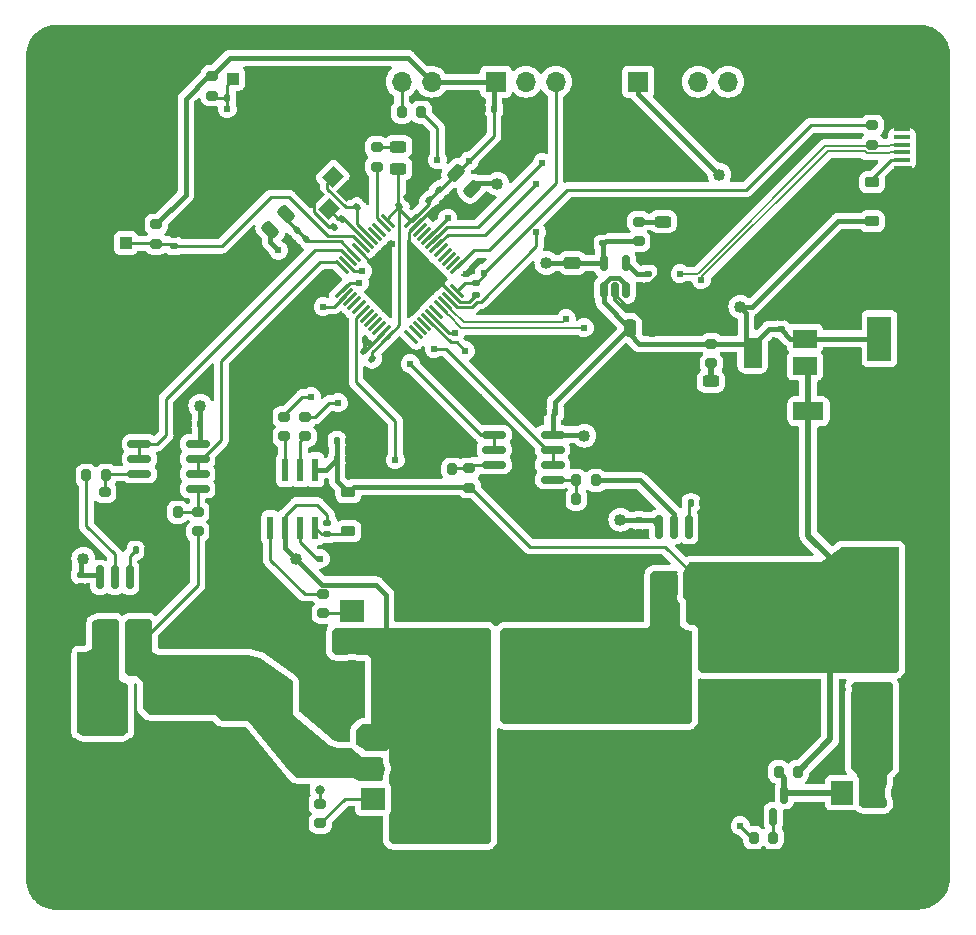
<source format=gbr>
%TF.GenerationSoftware,KiCad,Pcbnew,7.0.5*%
%TF.CreationDate,2024-05-08T14:59:28+07:00*%
%TF.ProjectId,Project232,50726f6a-6563-4743-9233-322e6b696361,rev?*%
%TF.SameCoordinates,Original*%
%TF.FileFunction,Copper,L1,Top*%
%TF.FilePolarity,Positive*%
%FSLAX46Y46*%
G04 Gerber Fmt 4.6, Leading zero omitted, Abs format (unit mm)*
G04 Created by KiCad (PCBNEW 7.0.5) date 2024-05-08 14:59:28*
%MOMM*%
%LPD*%
G01*
G04 APERTURE LIST*
G04 Aperture macros list*
%AMRoundRect*
0 Rectangle with rounded corners*
0 $1 Rounding radius*
0 $2 $3 $4 $5 $6 $7 $8 $9 X,Y pos of 4 corners*
0 Add a 4 corners polygon primitive as box body*
4,1,4,$2,$3,$4,$5,$6,$7,$8,$9,$2,$3,0*
0 Add four circle primitives for the rounded corners*
1,1,$1+$1,$2,$3*
1,1,$1+$1,$4,$5*
1,1,$1+$1,$6,$7*
1,1,$1+$1,$8,$9*
0 Add four rect primitives between the rounded corners*
20,1,$1+$1,$2,$3,$4,$5,0*
20,1,$1+$1,$4,$5,$6,$7,0*
20,1,$1+$1,$6,$7,$8,$9,0*
20,1,$1+$1,$8,$9,$2,$3,0*%
%AMRotRect*
0 Rectangle, with rotation*
0 The origin of the aperture is its center*
0 $1 length*
0 $2 width*
0 $3 Rotation angle, in degrees counterclockwise*
0 Add horizontal line*
21,1,$1,$2,0,0,$3*%
G04 Aperture macros list end*
%TA.AperFunction,SMDPad,CuDef*%
%ADD10RoundRect,0.140000X0.140000X0.170000X-0.140000X0.170000X-0.140000X-0.170000X0.140000X-0.170000X0*%
%TD*%
%TA.AperFunction,SMDPad,CuDef*%
%ADD11RoundRect,0.140000X-0.170000X0.140000X-0.170000X-0.140000X0.170000X-0.140000X0.170000X0.140000X0*%
%TD*%
%TA.AperFunction,SMDPad,CuDef*%
%ADD12RoundRect,0.140000X0.021213X-0.219203X0.219203X-0.021213X-0.021213X0.219203X-0.219203X0.021213X0*%
%TD*%
%TA.AperFunction,SMDPad,CuDef*%
%ADD13RoundRect,0.250000X-0.550000X1.050000X-0.550000X-1.050000X0.550000X-1.050000X0.550000X1.050000X0*%
%TD*%
%TA.AperFunction,SMDPad,CuDef*%
%ADD14RoundRect,0.140000X0.170000X-0.140000X0.170000X0.140000X-0.170000X0.140000X-0.170000X-0.140000X0*%
%TD*%
%TA.AperFunction,SMDPad,CuDef*%
%ADD15R,2.000000X1.500000*%
%TD*%
%TA.AperFunction,SMDPad,CuDef*%
%ADD16R,2.000000X3.800000*%
%TD*%
%TA.AperFunction,SMDPad,CuDef*%
%ADD17RoundRect,0.200000X-0.200000X-0.275000X0.200000X-0.275000X0.200000X0.275000X-0.200000X0.275000X0*%
%TD*%
%TA.AperFunction,ComponentPad*%
%ADD18R,1.700000X1.700000*%
%TD*%
%TA.AperFunction,ComponentPad*%
%ADD19O,1.700000X1.700000*%
%TD*%
%TA.AperFunction,SMDPad,CuDef*%
%ADD20RoundRect,0.150000X-0.825000X-0.150000X0.825000X-0.150000X0.825000X0.150000X-0.825000X0.150000X0*%
%TD*%
%TA.AperFunction,SMDPad,CuDef*%
%ADD21RoundRect,0.200000X0.275000X-0.200000X0.275000X0.200000X-0.275000X0.200000X-0.275000X-0.200000X0*%
%TD*%
%TA.AperFunction,SMDPad,CuDef*%
%ADD22RoundRect,0.200000X-0.275000X0.200000X-0.275000X-0.200000X0.275000X-0.200000X0.275000X0.200000X0*%
%TD*%
%TA.AperFunction,SMDPad,CuDef*%
%ADD23RoundRect,0.250000X-0.512652X-0.159099X-0.159099X-0.512652X0.512652X0.159099X0.159099X0.512652X0*%
%TD*%
%TA.AperFunction,SMDPad,CuDef*%
%ADD24RoundRect,0.140000X-0.140000X-0.170000X0.140000X-0.170000X0.140000X0.170000X-0.140000X0.170000X0*%
%TD*%
%TA.AperFunction,ComponentPad*%
%ADD25R,3.000000X3.000000*%
%TD*%
%TA.AperFunction,ComponentPad*%
%ADD26C,3.000000*%
%TD*%
%TA.AperFunction,SMDPad,CuDef*%
%ADD27RoundRect,0.140000X-0.219203X-0.021213X-0.021213X-0.219203X0.219203X0.021213X0.021213X0.219203X0*%
%TD*%
%TA.AperFunction,SMDPad,CuDef*%
%ADD28RoundRect,0.075000X-0.521491X0.415425X0.415425X-0.521491X0.521491X-0.415425X-0.415425X0.521491X0*%
%TD*%
%TA.AperFunction,SMDPad,CuDef*%
%ADD29RoundRect,0.075000X-0.521491X-0.415425X-0.415425X-0.521491X0.521491X0.415425X0.415425X0.521491X0*%
%TD*%
%TA.AperFunction,ComponentPad*%
%ADD30R,2.000000X1.905000*%
%TD*%
%TA.AperFunction,ComponentPad*%
%ADD31O,2.000000X1.905000*%
%TD*%
%TA.AperFunction,SMDPad,CuDef*%
%ADD32RoundRect,0.250000X-0.250000X-0.475000X0.250000X-0.475000X0.250000X0.475000X-0.250000X0.475000X0*%
%TD*%
%TA.AperFunction,SMDPad,CuDef*%
%ADD33RoundRect,0.200000X0.200000X0.275000X-0.200000X0.275000X-0.200000X-0.275000X0.200000X-0.275000X0*%
%TD*%
%TA.AperFunction,SMDPad,CuDef*%
%ADD34RoundRect,0.225000X0.375000X-0.225000X0.375000X0.225000X-0.375000X0.225000X-0.375000X-0.225000X0*%
%TD*%
%TA.AperFunction,SMDPad,CuDef*%
%ADD35R,1.380000X0.450000*%
%TD*%
%TA.AperFunction,SMDPad,CuDef*%
%ADD36R,1.300000X1.650000*%
%TD*%
%TA.AperFunction,SMDPad,CuDef*%
%ADD37R,1.550000X1.425000*%
%TD*%
%TA.AperFunction,SMDPad,CuDef*%
%ADD38R,1.900000X1.800000*%
%TD*%
%TA.AperFunction,SMDPad,CuDef*%
%ADD39R,1.900000X1.000000*%
%TD*%
%TA.AperFunction,SMDPad,CuDef*%
%ADD40R,0.508000X1.981200*%
%TD*%
%TA.AperFunction,SMDPad,CuDef*%
%ADD41RoundRect,0.150000X0.150000X-0.512500X0.150000X0.512500X-0.150000X0.512500X-0.150000X-0.512500X0*%
%TD*%
%TA.AperFunction,SMDPad,CuDef*%
%ADD42RoundRect,0.243750X-0.456250X0.243750X-0.456250X-0.243750X0.456250X-0.243750X0.456250X0.243750X0*%
%TD*%
%TA.AperFunction,SMDPad,CuDef*%
%ADD43RoundRect,0.150000X0.150000X-0.587500X0.150000X0.587500X-0.150000X0.587500X-0.150000X-0.587500X0*%
%TD*%
%TA.AperFunction,ComponentPad*%
%ADD44C,2.000000*%
%TD*%
%TA.AperFunction,ComponentPad*%
%ADD45R,1.905000X2.000000*%
%TD*%
%TA.AperFunction,ComponentPad*%
%ADD46O,1.905000X2.000000*%
%TD*%
%TA.AperFunction,SMDPad,CuDef*%
%ADD47RoundRect,0.243750X0.456250X-0.243750X0.456250X0.243750X-0.456250X0.243750X-0.456250X-0.243750X0*%
%TD*%
%TA.AperFunction,SMDPad,CuDef*%
%ADD48RoundRect,0.150000X0.150000X-0.825000X0.150000X0.825000X-0.150000X0.825000X-0.150000X-0.825000X0*%
%TD*%
%TA.AperFunction,SMDPad,CuDef*%
%ADD49RoundRect,0.140000X-0.021213X0.219203X-0.219203X0.021213X0.021213X-0.219203X0.219203X-0.021213X0*%
%TD*%
%TA.AperFunction,SMDPad,CuDef*%
%ADD50RoundRect,0.250000X-1.050000X-0.550000X1.050000X-0.550000X1.050000X0.550000X-1.050000X0.550000X0*%
%TD*%
%TA.AperFunction,SMDPad,CuDef*%
%ADD51RoundRect,0.250000X-0.159099X0.512652X-0.512652X0.159099X0.159099X-0.512652X0.512652X-0.159099X0*%
%TD*%
%TA.AperFunction,SMDPad,CuDef*%
%ADD52RoundRect,0.250000X-1.000000X1.950000X-1.000000X-1.950000X1.000000X-1.950000X1.000000X1.950000X0*%
%TD*%
%TA.AperFunction,SMDPad,CuDef*%
%ADD53R,1.000000X1.000000*%
%TD*%
%TA.AperFunction,SMDPad,CuDef*%
%ADD54RoundRect,0.250000X0.475000X-0.250000X0.475000X0.250000X-0.475000X0.250000X-0.475000X-0.250000X0*%
%TD*%
%TA.AperFunction,SMDPad,CuDef*%
%ADD55RoundRect,0.250000X1.000000X-1.400000X1.000000X1.400000X-1.000000X1.400000X-1.000000X-1.400000X0*%
%TD*%
%TA.AperFunction,SMDPad,CuDef*%
%ADD56RoundRect,0.140000X0.219203X0.021213X0.021213X0.219203X-0.219203X-0.021213X-0.021213X-0.219203X0*%
%TD*%
%TA.AperFunction,SMDPad,CuDef*%
%ADD57RotRect,1.400000X1.200000X225.000000*%
%TD*%
%TA.AperFunction,ViaPad*%
%ADD58C,0.609600*%
%TD*%
%TA.AperFunction,ViaPad*%
%ADD59C,1.016000*%
%TD*%
%TA.AperFunction,ViaPad*%
%ADD60C,0.800000*%
%TD*%
%TA.AperFunction,Conductor*%
%ADD61C,0.254000*%
%TD*%
%TA.AperFunction,Conductor*%
%ADD62C,0.381000*%
%TD*%
%TA.AperFunction,Conductor*%
%ADD63C,0.508000*%
%TD*%
%TA.AperFunction,Conductor*%
%ADD64C,0.200000*%
%TD*%
%TA.AperFunction,Conductor*%
%ADD65C,0.250000*%
%TD*%
G04 APERTURE END LIST*
D10*
%TO.P,C25,1*%
%TO.N,+5V*%
X139276800Y-97332800D03*
%TO.P,C25,2*%
%TO.N,GND*%
X138316800Y-97332800D03*
%TD*%
D11*
%TO.P,C4,1*%
%TO.N,VCC*%
X132588000Y-86416000D03*
%TO.P,C4,2*%
%TO.N,GND*%
X132588000Y-87376000D03*
%TD*%
D12*
%TO.P,C3,1*%
%TO.N,/MCU/HSE_IN*%
X122494400Y-79990101D03*
%TO.P,C3,2*%
%TO.N,GND*%
X123173222Y-79311279D03*
%TD*%
D13*
%TO.P,C28,1*%
%TO.N,+5V*%
X156007201Y-92310401D03*
%TO.P,C28,2*%
%TO.N,GND*%
X156007201Y-95910401D03*
%TD*%
D14*
%TO.P,C15,1*%
%TO.N,Net-(U2-OUT)*%
X143357600Y-83030000D03*
%TO.P,C15,2*%
%TO.N,GND*%
X143357600Y-82070000D03*
%TD*%
D15*
%TO.P,U8,1,GND*%
%TO.N,GND*%
X160426400Y-88784400D03*
%TO.P,U8,2,VO*%
%TO.N,+5V*%
X160426400Y-91084400D03*
D16*
X166726400Y-91084400D03*
D15*
%TO.P,U8,3,VI*%
%TO.N,+BATT*%
X160426400Y-93384400D03*
%TD*%
D14*
%TO.P,C20,1*%
%TO.N,Net-(D2-K)*%
X119986000Y-107642601D03*
%TO.P,C20,2*%
%TO.N,/Sens/Q1_Q2_COM*%
X119986000Y-106682601D03*
%TD*%
D17*
%TO.P,R11,1*%
%TO.N,/MCU/LOAD_CTR*%
X156084000Y-133350000D03*
%TO.P,R11,2*%
%TO.N,Net-(Q5-B)*%
X157734000Y-133350000D03*
%TD*%
D18*
%TO.P,J4,1,Pin_1*%
%TO.N,+5V*%
X146304000Y-69342000D03*
D19*
%TO.P,J4,2,Pin_2*%
%TO.N,GND*%
X148844000Y-69342000D03*
%TO.P,J4,3,Pin_3*%
%TO.N,/MCU/LCD_SDA*%
X151384000Y-69342000D03*
%TO.P,J4,4,Pin_4*%
%TO.N,/MCU/LCD_SCL*%
X153924000Y-69342000D03*
%TD*%
D20*
%TO.P,U7,1*%
%TO.N,/MCU/CURR_IN*%
X104066800Y-99999800D03*
%TO.P,U7,2,-*%
X104066800Y-101269800D03*
%TO.P,U7,3,+*%
%TO.N,Net-(U7A-+)*%
X104066800Y-102539800D03*
%TO.P,U7,4,V-*%
%TO.N,GND*%
X104066800Y-103809800D03*
%TO.P,U7,5,+*%
%TO.N,/Sens/VOL_IN*%
X109016800Y-103809800D03*
%TO.P,U7,6,-*%
%TO.N,/MCU/VADC_IN*%
X109016800Y-102539800D03*
%TO.P,U7,7*%
X109016800Y-101269800D03*
%TO.P,U7,8,V+*%
%TO.N,+5V*%
X109016800Y-99999800D03*
%TD*%
D21*
%TO.P,R1,1*%
%TO.N,/MCU/DEBUG_LED*%
X124155201Y-76521600D03*
%TO.P,R1,2*%
%TO.N,Net-(D1-K)*%
X124155201Y-74871600D03*
%TD*%
D14*
%TO.P,C29,1*%
%TO.N,+5V*%
X158394800Y-90294400D03*
%TO.P,C29,2*%
%TO.N,GND*%
X158394800Y-89334400D03*
%TD*%
D22*
%TO.P,R5,1*%
%TO.N,Net-(U6-HO)*%
X119380000Y-130493000D03*
%TO.P,R5,2*%
%TO.N,Net-(Q1-G)*%
X119380000Y-132143000D03*
%TD*%
D23*
%TO.P,FB1,1*%
%TO.N,VCC*%
X130900249Y-77052249D03*
%TO.P,FB1,2*%
%TO.N,Net-(U2-OUT)*%
X132243751Y-78395751D03*
%TD*%
D24*
%TO.P,C18,1*%
%TO.N,+BATT*%
X120784199Y-99728400D03*
%TO.P,C18,2*%
%TO.N,GND*%
X121744199Y-99728400D03*
%TD*%
D21*
%TO.P,R21,1*%
%TO.N,Net-(U6-~{SD})*%
X116331999Y-99377000D03*
%TO.P,R21,2*%
%TO.N,/MCU/BUCK_EN*%
X116331999Y-97727000D03*
%TD*%
D14*
%TO.P,C5,1*%
%TO.N,/MCU/NRST*%
X107010200Y-83261200D03*
%TO.P,C5,2*%
%TO.N,GND*%
X107010200Y-82301200D03*
%TD*%
D25*
%TO.P,TER3,1,1*%
%TO.N,+BATT*%
X166116000Y-116840000D03*
D26*
%TO.P,TER3,2,2*%
%TO.N,/Sens/-LOAD*%
X166116000Y-121920000D03*
%TD*%
D27*
%TO.P,C2,1*%
%TO.N,VCC*%
X128617510Y-79391750D03*
%TO.P,C2,2*%
%TO.N,GND*%
X129296332Y-80070572D03*
%TD*%
D10*
%TO.P,C19,1*%
%TO.N,GND*%
X104721600Y-109016799D03*
%TO.P,C19,2*%
%TO.N,Net-(U4-FILTER)*%
X103761600Y-109016799D03*
%TD*%
D25*
%TO.P,TER1,1,1*%
%TO.N,/Sens/PANEL_IN*%
X100838000Y-122428000D03*
D26*
%TO.P,TER1,2,2*%
%TO.N,GND*%
X100838000Y-127508000D03*
%TD*%
D28*
%TO.P,U1,1,VBAT*%
%TO.N,VCC*%
X125102412Y-81147425D03*
%TO.P,U1,2,PC13*%
%TO.N,/MCU/DEBUG_LED*%
X124748858Y-81500979D03*
%TO.P,U1,3,PC14*%
%TO.N,unconnected-(U1-PC14-Pad3)*%
X124395305Y-81854532D03*
%TO.P,U1,4,PC15*%
%TO.N,unconnected-(U1-PC15-Pad4)*%
X124041751Y-82208086D03*
%TO.P,U1,5,PD0*%
%TO.N,/MCU/HSE_IN*%
X123688198Y-82561639D03*
%TO.P,U1,6,PD1*%
%TO.N,/MCU/HSE_OUT*%
X123334645Y-82915192D03*
%TO.P,U1,7,NRST*%
%TO.N,/MCU/NRST*%
X122981091Y-83268746D03*
%TO.P,U1,8,VSSA*%
%TO.N,GND*%
X122627538Y-83622299D03*
%TO.P,U1,9,VDDA*%
%TO.N,VDDA*%
X122273985Y-83975852D03*
%TO.P,U1,10,PA0*%
%TO.N,/MCU/CURR_IN*%
X121920431Y-84329406D03*
%TO.P,U1,11,PA1*%
%TO.N,/MCU/CURR_OUT*%
X121566878Y-84682959D03*
%TO.P,U1,12,PA2*%
%TO.N,/MCU/VADC_IN*%
X121213324Y-85036513D03*
D29*
%TO.P,U1,13,PA3*%
%TO.N,/MCU/VADC_OUT*%
X121213324Y-87034089D03*
%TO.P,U1,14,PA4*%
%TO.N,/MCU/LOAD_CHECK*%
X121566878Y-87387643D03*
%TO.P,U1,15,PA5*%
%TO.N,unconnected-(U1-PA5-Pad15)*%
X121920431Y-87741196D03*
%TO.P,U1,16,PA6*%
%TO.N,unconnected-(U1-PA6-Pad16)*%
X122273985Y-88094750D03*
%TO.P,U1,17,PA7*%
%TO.N,unconnected-(U1-PA7-Pad17)*%
X122627538Y-88448303D03*
%TO.P,U1,18,PB0*%
%TO.N,/MCU/LOAD_CTR*%
X122981091Y-88801856D03*
%TO.P,U1,19,PB1*%
%TO.N,unconnected-(U1-PB1-Pad19)*%
X123334645Y-89155410D03*
%TO.P,U1,20,PB2*%
%TO.N,unconnected-(U1-PB2-Pad20)*%
X123688198Y-89508963D03*
%TO.P,U1,21,PB10*%
%TO.N,unconnected-(U1-PB10-Pad21)*%
X124041751Y-89862516D03*
%TO.P,U1,22,PB11*%
%TO.N,unconnected-(U1-PB11-Pad22)*%
X124395305Y-90216070D03*
%TO.P,U1,23,VSS*%
%TO.N,GND*%
X124748858Y-90569623D03*
%TO.P,U1,24,VDD*%
%TO.N,VCC*%
X125102412Y-90923177D03*
D28*
%TO.P,U1,25,PB12*%
%TO.N,unconnected-(U1-PB12-Pad25)*%
X127099988Y-90923177D03*
%TO.P,U1,26,PB13*%
%TO.N,unconnected-(U1-PB13-Pad26)*%
X127453542Y-90569623D03*
%TO.P,U1,27,PB14*%
%TO.N,unconnected-(U1-PB14-Pad27)*%
X127807095Y-90216070D03*
%TO.P,U1,28,PB15*%
%TO.N,unconnected-(U1-PB15-Pad28)*%
X128160649Y-89862516D03*
%TO.P,U1,29,PA8*%
%TO.N,/MCU/PWM_PIN*%
X128514202Y-89508963D03*
%TO.P,U1,30,PA9*%
%TO.N,/MCU/BUCK_EN*%
X128867755Y-89155410D03*
%TO.P,U1,31,PA10*%
%TO.N,unconnected-(U1-PA10-Pad31)*%
X129221309Y-88801856D03*
%TO.P,U1,32,PA11*%
%TO.N,/MCU/USB-*%
X129574862Y-88448303D03*
%TO.P,U1,33,PA12*%
%TO.N,/MCU/USB+*%
X129928415Y-88094750D03*
%TO.P,U1,34,PA13*%
%TO.N,/MCU/SWDIO*%
X130281969Y-87741196D03*
%TO.P,U1,35,VSS*%
%TO.N,GND*%
X130635522Y-87387643D03*
%TO.P,U1,36,VDD*%
%TO.N,VCC*%
X130989076Y-87034089D03*
D29*
%TO.P,U1,37,PA14*%
%TO.N,/MCU/SWCLK*%
X130989076Y-85036513D03*
%TO.P,U1,38,PA15*%
%TO.N,unconnected-(U1-PA15-Pad38)*%
X130635522Y-84682959D03*
%TO.P,U1,39,PB3*%
%TO.N,unconnected-(U1-PB3-Pad39)*%
X130281969Y-84329406D03*
%TO.P,U1,40,PB4*%
%TO.N,unconnected-(U1-PB4-Pad40)*%
X129928415Y-83975852D03*
%TO.P,U1,41,PB5*%
%TO.N,unconnected-(U1-PB5-Pad41)*%
X129574862Y-83622299D03*
%TO.P,U1,42,PB6*%
%TO.N,/MCU/LCD_SCL*%
X129221309Y-83268746D03*
%TO.P,U1,43,PB7*%
%TO.N,/MCU/LCD_SDA*%
X128867755Y-82915192D03*
%TO.P,U1,44,BOOT0*%
%TO.N,/MCU/BOOT0*%
X128514202Y-82561639D03*
%TO.P,U1,45,PB8*%
%TO.N,unconnected-(U1-PB8-Pad45)*%
X128160649Y-82208086D03*
%TO.P,U1,46,PB9*%
%TO.N,unconnected-(U1-PB9-Pad46)*%
X127807095Y-81854532D03*
%TO.P,U1,47,VSS*%
%TO.N,GND*%
X127453542Y-81500979D03*
%TO.P,U1,48,VDD*%
%TO.N,VCC*%
X127099988Y-81147425D03*
%TD*%
D30*
%TO.P,Q2,1,G*%
%TO.N,Net-(Q2-G)*%
X122041800Y-114173000D03*
D31*
%TO.P,Q2,2,D*%
%TO.N,/Sens/Q1_Q2_COM*%
X122041800Y-116713000D03*
%TO.P,Q2,3,S*%
%TO.N,GND*%
X122041800Y-119253000D03*
%TD*%
D22*
%TO.P,R4,1*%
%TO.N,Net-(U6-LO)*%
X119634000Y-112713000D03*
%TO.P,R4,2*%
%TO.N,Net-(Q2-G)*%
X119634000Y-114363000D03*
%TD*%
D21*
%TO.P,R8,1*%
%TO.N,/Sens/VIN*%
X109016800Y-107416600D03*
%TO.P,R8,2*%
%TO.N,/Sens/VOL_IN*%
X109016800Y-105766600D03*
%TD*%
D32*
%TO.P,C11,1*%
%TO.N,+5V*%
X145592800Y-90170000D03*
%TO.P,C11,2*%
%TO.N,GND*%
X147492800Y-90170000D03*
%TD*%
D12*
%TO.P,C1,1*%
%TO.N,VCC*%
X126085079Y-79873006D03*
%TO.P,C1,2*%
%TO.N,GND*%
X126763901Y-79194184D03*
%TD*%
D33*
%TO.P,R14,1*%
%TO.N,/Sens/CURR_OUT_SENS*%
X142721600Y-103098600D03*
%TO.P,R14,2*%
%TO.N,Net-(U5B-+)*%
X141071600Y-103098600D03*
%TD*%
D34*
%TO.P,D2,1,K*%
%TO.N,Net-(D2-K)*%
X121763999Y-107390199D03*
%TO.P,D2,2,A*%
%TO.N,+BATT*%
X121763999Y-104090199D03*
%TD*%
D35*
%TO.P,J1,1,VBUS*%
%TO.N,Net-(D3-A)*%
X168628000Y-75976000D03*
%TO.P,J1,2,D-*%
%TO.N,/MCU/USB-*%
X168628000Y-75326000D03*
%TO.P,J1,3,D+*%
%TO.N,/MCU/USB+*%
X168628000Y-74676000D03*
%TO.P,J1,4,ID*%
%TO.N,unconnected-(J1-ID-Pad4)*%
X168628000Y-74026000D03*
%TO.P,J1,5,GND*%
%TO.N,GND*%
X168628000Y-73376000D03*
D36*
%TO.P,J1,6,Shield*%
X171288000Y-78051000D03*
D37*
X168713000Y-77163500D03*
D38*
X171288000Y-75826000D03*
D39*
X171288000Y-73126000D03*
D37*
X168713000Y-72188500D03*
D36*
X171288000Y-71301000D03*
%TD*%
D40*
%TO.P,U6,1,VCC*%
%TO.N,+BATT*%
X118970000Y-102184200D03*
%TO.P,U6,2,IN*%
%TO.N,Net-(U6-IN)*%
X117700000Y-102184200D03*
%TO.P,U6,3,~{SD}*%
%TO.N,Net-(U6-~{SD})*%
X116430000Y-102184200D03*
%TO.P,U6,4,COM*%
%TO.N,GND*%
X115160000Y-102184200D03*
%TO.P,U6,5,LO*%
%TO.N,Net-(U6-LO)*%
X115160000Y-107111800D03*
%TO.P,U6,6,VS*%
%TO.N,/Sens/Q1_Q2_COM*%
X116430000Y-107111800D03*
%TO.P,U6,7,HO*%
%TO.N,Net-(U6-HO)*%
X117700000Y-107111800D03*
%TO.P,U6,8,VB*%
%TO.N,Net-(D2-K)*%
X118970000Y-107111800D03*
%TD*%
D41*
%TO.P,U2,1,IN*%
%TO.N,+5V*%
X143372800Y-86964100D03*
%TO.P,U2,2,GND*%
%TO.N,GND*%
X144322800Y-86964100D03*
%TO.P,U2,3,EN*%
%TO.N,+5V*%
X145272800Y-86964100D03*
%TO.P,U2,4,BP*%
%TO.N,Net-(U2-BP)*%
X145272800Y-84689100D03*
%TO.P,U2,5,OUT*%
%TO.N,Net-(U2-OUT)*%
X143372800Y-84689100D03*
%TD*%
D11*
%TO.P,C13,1*%
%TO.N,Net-(U2-BP)*%
X147116800Y-85600601D03*
%TO.P,C13,2*%
%TO.N,GND*%
X147116800Y-86560601D03*
%TD*%
D17*
%TO.P,R3,1*%
%TO.N,Net-(J3-Pin_2)*%
X126302000Y-71907400D03*
%TO.P,R3,2*%
%TO.N,/MCU/BOOT0*%
X127952000Y-71907400D03*
%TD*%
D42*
%TO.P,D1,1,K*%
%TO.N,Net-(D1-K)*%
X125984000Y-74833000D03*
%TO.P,D1,2,A*%
%TO.N,VCC*%
X125984000Y-76708000D03*
%TD*%
D33*
%TO.P,R7,1*%
%TO.N,/Sens/VOL_OUT*%
X130542800Y-102133400D03*
%TO.P,R7,2*%
%TO.N,GND*%
X128892800Y-102133400D03*
%TD*%
D10*
%TO.P,C21,1*%
%TO.N,GND*%
X151734400Y-105014800D03*
%TO.P,C21,2*%
%TO.N,Net-(U3-FILTER)*%
X150774400Y-105014800D03*
%TD*%
D21*
%TO.P,R17,1*%
%TO.N,Net-(U2-OUT)*%
X146354800Y-82841600D03*
%TO.P,R17,2*%
%TO.N,Net-(D5-A)*%
X146354800Y-81191600D03*
%TD*%
D43*
%TO.P,Q5,1,B*%
%TO.N,Net-(Q5-B)*%
X157734000Y-131572000D03*
%TO.P,Q5,2,E*%
%TO.N,GND*%
X159634000Y-131572000D03*
%TO.P,Q5,3,C*%
%TO.N,Net-(Q3-G)*%
X158684000Y-129697000D03*
%TD*%
D22*
%TO.P,R16,1*%
%TO.N,+5V*%
X152502002Y-91529399D03*
%TO.P,R16,2*%
%TO.N,Net-(D4-A)*%
X152502002Y-93179399D03*
%TD*%
D44*
%TO.P,L1,1,1*%
%TO.N,/Sens/Q1_Q2_COM*%
X131749800Y-119380000D03*
%TO.P,L1,2,2*%
%TO.N,/Sens/VOUT*%
X136829800Y-119380000D03*
%TD*%
D45*
%TO.P,Q3,1,G*%
%TO.N,Net-(Q3-G)*%
X163576000Y-129540000D03*
D46*
%TO.P,Q3,2,D*%
%TO.N,/Sens/-LOAD*%
X166116000Y-129540000D03*
%TO.P,Q3,3,S*%
%TO.N,GND*%
X168656000Y-129540000D03*
%TD*%
D47*
%TO.P,D5,1,K*%
%TO.N,GND*%
X148386800Y-83055700D03*
%TO.P,D5,2,A*%
%TO.N,Net-(D5-A)*%
X148386800Y-81180700D03*
%TD*%
D27*
%TO.P,C8,1*%
%TO.N,VCC*%
X129425734Y-78547606D03*
%TO.P,C8,2*%
%TO.N,GND*%
X130104556Y-79226428D03*
%TD*%
D11*
%TO.P,C24,1*%
%TO.N,+5V*%
X146380200Y-106485400D03*
%TO.P,C24,2*%
%TO.N,GND*%
X146380200Y-107445400D03*
%TD*%
D21*
%TO.P,R6,1*%
%TO.N,+BATT*%
X132003800Y-103720400D03*
%TO.P,R6,2*%
%TO.N,/Sens/VOL_OUT*%
X132003800Y-102070400D03*
%TD*%
D25*
%TO.P,TER2,1,1*%
%TO.N,+BATT*%
X166070400Y-111125000D03*
D26*
%TO.P,TER2,2,2*%
%TO.N,GND*%
X166070400Y-106045000D03*
%TD*%
D24*
%TO.P,C17,1*%
%TO.N,+BATT*%
X120784199Y-101303200D03*
%TO.P,C17,2*%
%TO.N,GND*%
X121744199Y-101303200D03*
%TD*%
D10*
%TO.P,C12,1*%
%TO.N,VCC*%
X134084000Y-71628000D03*
%TO.P,C12,2*%
%TO.N,GND*%
X133124000Y-71628000D03*
%TD*%
D48*
%TO.P,U3,1,IP+*%
%TO.N,/Sens/VOUT*%
X148056600Y-111974400D03*
%TO.P,U3,2,IP+*%
X149326600Y-111974400D03*
%TO.P,U3,3,IP-*%
%TO.N,+BATT*%
X150596600Y-111974400D03*
%TO.P,U3,4,IP-*%
X151866600Y-111974400D03*
%TO.P,U3,5,GND*%
%TO.N,GND*%
X151866600Y-107024400D03*
%TO.P,U3,6,FILTER*%
%TO.N,Net-(U3-FILTER)*%
X150596600Y-107024400D03*
%TO.P,U3,7,VIOUT*%
%TO.N,/Sens/CURR_OUT_SENS*%
X149326600Y-107024400D03*
%TO.P,U3,8,VCC*%
%TO.N,+5V*%
X148056600Y-107024400D03*
%TD*%
D47*
%TO.P,D4,1,K*%
%TO.N,GND*%
X152451201Y-96593899D03*
%TO.P,D4,2,A*%
%TO.N,Net-(D4-A)*%
X152451201Y-94718899D03*
%TD*%
D49*
%TO.P,C9,1*%
%TO.N,VDDA*%
X118172544Y-82651600D03*
%TO.P,C9,2*%
%TO.N,GND*%
X117493722Y-83330422D03*
%TD*%
D18*
%TO.P,J3,1,Pin_1*%
%TO.N,GND*%
X123723400Y-69342000D03*
D19*
%TO.P,J3,2,Pin_2*%
%TO.N,Net-(J3-Pin_2)*%
X126263400Y-69342000D03*
%TO.P,J3,3,Pin_3*%
%TO.N,VCC*%
X128803400Y-69342000D03*
%TD*%
D22*
%TO.P,R2,1*%
%TO.N,VCC*%
X166116000Y-73026000D03*
%TO.P,R2,2*%
%TO.N,/MCU/USB+*%
X166116000Y-74676000D03*
%TD*%
D11*
%TO.P,C22,1*%
%TO.N,+5V*%
X99085398Y-111103999D03*
%TO.P,C22,2*%
%TO.N,GND*%
X99085398Y-112063999D03*
%TD*%
D21*
%TO.P,R18,1*%
%TO.N,Net-(U6-IN)*%
X118110000Y-99377000D03*
%TO.P,R18,2*%
%TO.N,/MCU/PWM_PIN*%
X118110000Y-97727000D03*
%TD*%
%TO.P,R20,1*%
%TO.N,/MCU/NRST*%
X105486200Y-83070200D03*
%TO.P,R20,2*%
%TO.N,VCC*%
X105486200Y-81420200D03*
%TD*%
D22*
%TO.P,R19,1*%
%TO.N,VCC*%
X110210600Y-68860400D03*
%TO.P,R19,2*%
%TO.N,/MCU/LOAD_CHECK*%
X110210600Y-70510400D03*
%TD*%
D50*
%TO.P,C27,1*%
%TO.N,+BATT*%
X160709600Y-97231199D03*
%TO.P,C27,2*%
%TO.N,GND*%
X164309600Y-97231199D03*
%TD*%
D17*
%TO.P,R12,1*%
%TO.N,/Sens/CURR_IN_SENS*%
X99572000Y-102665800D03*
%TO.P,R12,2*%
%TO.N,Net-(U7A-+)*%
X101222000Y-102665800D03*
%TD*%
D34*
%TO.P,D3,1,K*%
%TO.N,+5V*%
X166116000Y-81152000D03*
%TO.P,D3,2,A*%
%TO.N,Net-(D3-A)*%
X166116000Y-77852000D03*
%TD*%
D20*
%TO.P,U5,1*%
%TO.N,/MCU/VADC_OUT*%
X134100800Y-99212400D03*
%TO.P,U5,2,-*%
X134100800Y-100482400D03*
%TO.P,U5,3,+*%
%TO.N,/Sens/VOL_OUT*%
X134100800Y-101752400D03*
%TO.P,U5,4,V-*%
%TO.N,GND*%
X134100800Y-103022400D03*
%TO.P,U5,5,+*%
%TO.N,Net-(U5B-+)*%
X139050800Y-103022400D03*
%TO.P,U5,6,-*%
%TO.N,/MCU/CURR_OUT*%
X139050800Y-101752400D03*
%TO.P,U5,7*%
X139050800Y-100482400D03*
%TO.P,U5,8,V+*%
%TO.N,+5V*%
X139050800Y-99212400D03*
%TD*%
D51*
%TO.P,FB2,1*%
%TO.N,VDDA*%
X116495751Y-80557449D03*
%TO.P,FB2,2*%
%TO.N,Net-(U2-OUT)*%
X115152249Y-81900951D03*
%TD*%
D30*
%TO.P,Q1,1,G*%
%TO.N,Net-(Q1-G)*%
X123845202Y-130048002D03*
D31*
%TO.P,Q1,2,D*%
%TO.N,/Sens/VIN*%
X123845202Y-127508002D03*
%TO.P,Q1,3,S*%
%TO.N,/Sens/Q1_Q2_COM*%
X123845202Y-124968002D03*
%TD*%
D33*
%TO.P,R9,1*%
%TO.N,/Sens/VOL_IN*%
X107301800Y-105778800D03*
%TO.P,R9,2*%
%TO.N,GND*%
X105651800Y-105778800D03*
%TD*%
D52*
%TO.P,C23,1*%
%TO.N,/Sens/VOUT*%
X148082000Y-120963200D03*
%TO.P,C23,2*%
%TO.N,GND*%
X148082000Y-128363200D03*
%TD*%
D48*
%TO.P,U4,1,IP+*%
%TO.N,/Sens/PANEL_IN*%
X100711000Y-116267000D03*
%TO.P,U4,2,IP+*%
X101981000Y-116267000D03*
%TO.P,U4,3,IP-*%
%TO.N,/Sens/VIN*%
X103251000Y-116267000D03*
%TO.P,U4,4,IP-*%
X104521000Y-116267000D03*
%TO.P,U4,5,GND*%
%TO.N,GND*%
X104521000Y-111317000D03*
%TO.P,U4,6,FILTER*%
%TO.N,Net-(U4-FILTER)*%
X103251000Y-111317000D03*
%TO.P,U4,7,VIOUT*%
%TO.N,/Sens/CURR_IN_SENS*%
X101981000Y-111317000D03*
%TO.P,U4,8,VCC*%
%TO.N,+5V*%
X100711000Y-111317000D03*
%TD*%
D21*
%TO.P,R13,1*%
%TO.N,GND*%
X101142800Y-105764600D03*
%TO.P,R13,2*%
%TO.N,Net-(U7A-+)*%
X101142800Y-104114600D03*
%TD*%
D10*
%TO.P,C26,1*%
%TO.N,+5V*%
X109220400Y-98323400D03*
%TO.P,C26,2*%
%TO.N,GND*%
X108260400Y-98323400D03*
%TD*%
D52*
%TO.P,C16,1*%
%TO.N,/Sens/VIN*%
X112141000Y-120836200D03*
%TO.P,C16,2*%
%TO.N,GND*%
X112141000Y-128236200D03*
%TD*%
D17*
%TO.P,R15,1*%
%TO.N,GND*%
X139408400Y-104673400D03*
%TO.P,R15,2*%
%TO.N,Net-(U5B-+)*%
X141058400Y-104673400D03*
%TD*%
D49*
%TO.P,C10,1*%
%TO.N,VDDA*%
X117401519Y-81880575D03*
%TO.P,C10,2*%
%TO.N,GND*%
X116722697Y-82559397D03*
%TD*%
D18*
%TO.P,J2,1,Pin_1*%
%TO.N,VCC*%
X134249000Y-69342000D03*
D19*
%TO.P,J2,2,Pin_2*%
%TO.N,/MCU/SWDIO*%
X136789000Y-69342000D03*
%TO.P,J2,3,Pin_3*%
%TO.N,/MCU/SWCLK*%
X139329000Y-69342000D03*
%TO.P,J2,4,Pin_4*%
%TO.N,GND*%
X141869000Y-69342000D03*
%TD*%
D53*
%TO.P,SW1,1,1*%
%TO.N,GND*%
X102946200Y-75387200D03*
%TO.P,SW1,2,2*%
%TO.N,/MCU/NRST*%
X102946200Y-83007200D03*
%TD*%
D54*
%TO.P,C14,1*%
%TO.N,Net-(U2-OUT)*%
X140716000Y-84679801D03*
%TO.P,C14,2*%
%TO.N,GND*%
X140716000Y-82779801D03*
%TD*%
D33*
%TO.P,R10,1*%
%TO.N,+BATT*%
X159829000Y-127762000D03*
%TO.P,R10,2*%
%TO.N,Net-(Q3-G)*%
X158179000Y-127762000D03*
%TD*%
D24*
%TO.P,C30,1*%
%TO.N,/MCU/LOAD_CHECK*%
X111508600Y-70689200D03*
%TO.P,C30,2*%
%TO.N,GND*%
X112468600Y-70689200D03*
%TD*%
D49*
%TO.P,C6,1*%
%TO.N,/MCU/HSE_OUT*%
X121243411Y-80940589D03*
%TO.P,C6,2*%
%TO.N,GND*%
X120564589Y-81619411D03*
%TD*%
D55*
%TO.P,D6,1,K*%
%TO.N,/Sens/Q1_Q2_COM*%
X131220000Y-131597400D03*
%TO.P,D6,2,A*%
%TO.N,GND*%
X138020000Y-131597400D03*
%TD*%
D56*
%TO.P,C7,1*%
%TO.N,VCC*%
X123783411Y-92795411D03*
%TO.P,C7,2*%
%TO.N,GND*%
X123104589Y-92116589D03*
%TD*%
D57*
%TO.P,HSE1,1,1*%
%TO.N,/MCU/HSE_IN*%
X120444071Y-77389926D03*
%TO.P,HSE1,2,2*%
%TO.N,GND*%
X118888436Y-78945561D03*
%TO.P,HSE1,3,3*%
%TO.N,/MCU/HSE_OUT*%
X120090517Y-80147642D03*
%TO.P,HSE1,4,4*%
%TO.N,GND*%
X121646152Y-78592007D03*
%TD*%
D53*
%TO.P,SW2,1,1*%
%TO.N,/MCU/LOAD_CHECK*%
X112014000Y-69088000D03*
%TO.P,SW2,2,2*%
%TO.N,GND*%
X119634000Y-69088000D03*
%TD*%
D58*
%TO.N,GND*%
X131699000Y-85598000D03*
X163576000Y-120777000D03*
X162941000Y-127000000D03*
%TO.N,VCC*%
X131978400Y-76047600D03*
X133248400Y-85547200D03*
%TO.N,GND*%
X118110000Y-77978000D03*
X122428000Y-100584000D03*
X125984000Y-91948000D03*
X135382000Y-75692000D03*
X123190000Y-91186000D03*
X157988000Y-91694000D03*
X137668000Y-72390000D03*
X128016000Y-73660000D03*
X113284000Y-70612000D03*
X145288000Y-101854000D03*
X159004000Y-87122000D03*
X148082000Y-70612000D03*
X123952000Y-84582000D03*
X128524000Y-96774000D03*
X138938000Y-82804000D03*
X170180000Y-130302000D03*
X160782000Y-132080000D03*
X127000000Y-83752121D03*
X130556000Y-94996000D03*
X136144000Y-100076000D03*
X132334000Y-71628000D03*
X125453779Y-83058000D03*
X139954000Y-133604000D03*
X143764000Y-69342000D03*
X165354000Y-102870000D03*
X115062000Y-100584000D03*
X121158000Y-90678000D03*
X130810000Y-79756000D03*
X135382000Y-73914000D03*
X137668000Y-71120000D03*
X149860000Y-125476000D03*
X146050000Y-104140000D03*
X130810000Y-74930000D03*
X132842000Y-96012000D03*
X137414000Y-96266000D03*
D59*
%TO.N,+5V*%
X144780000Y-106426000D03*
X154940000Y-88392000D03*
X153162000Y-77216000D03*
X109220000Y-96774000D03*
X99314000Y-109728000D03*
X141732000Y-99314000D03*
D58*
%TO.N,/MCU/USB-*%
X141732000Y-90170000D03*
X151638000Y-86106000D03*
%TO.N,/MCU/USB+*%
X149860000Y-85598000D03*
X140208000Y-89408000D03*
%TO.N,/MCU/SWDIO*%
X137668000Y-82092800D03*
%TO.N,/MCU/LCD_SDA*%
X138176000Y-76200000D03*
%TO.N,/MCU/LCD_SCL*%
X137668000Y-77978000D03*
%TO.N,/MCU/BOOT0*%
X130175000Y-80899000D03*
X129286000Y-75946000D03*
%TO.N,Net-(U6-HO)*%
X119380000Y-109728000D03*
D60*
X119380000Y-129286000D03*
D58*
%TO.N,/MCU/LOAD_CTR*%
X154940000Y-132334000D03*
X125730000Y-101346000D03*
%TO.N,/MCU/PWM_PIN*%
X131660900Y-92113100D03*
X120904000Y-96520000D03*
%TO.N,/MCU/BUCK_EN*%
X130810000Y-90576400D03*
X118618000Y-96012000D03*
%TO.N,/MCU/CURR_OUT*%
X122936000Y-85344000D03*
X129032000Y-91948000D03*
%TO.N,/MCU/VADC_OUT*%
X122682000Y-86360000D03*
X127000000Y-93218000D03*
%TO.N,/MCU/LOAD_CHECK*%
X119634000Y-88392000D03*
X111506000Y-71628000D03*
D59*
%TO.N,Net-(U2-OUT)*%
X134366000Y-77978000D03*
X138527801Y-84679801D03*
D58*
X115824000Y-83616800D03*
D59*
%TO.N,/Sens/Q1_Q2_COM*%
X117348000Y-109728000D03*
%TD*%
D61*
%TO.N,VCC*%
X128617510Y-79355830D02*
X129425734Y-78547606D01*
X131999798Y-76047600D02*
X134084000Y-73963398D01*
X131978400Y-76068998D02*
X131978400Y-76047600D01*
D62*
X108000800Y-78905600D02*
X108000800Y-70764400D01*
X126822200Y-67360800D02*
X128803400Y-69342000D01*
D61*
X126085079Y-80132516D02*
X127099988Y-81147425D01*
D62*
X105486200Y-81420200D02*
X108000800Y-78905600D01*
D61*
X166116000Y-73026000D02*
X160908000Y-73026000D01*
D62*
X111710200Y-67360800D02*
X126822200Y-67360800D01*
D61*
X123783411Y-92242178D02*
X125102412Y-90923177D01*
X125102412Y-81147425D02*
X125102412Y-80855673D01*
X127132575Y-81147425D02*
X128617510Y-79662490D01*
X125984000Y-79771927D02*
X125984000Y-76708000D01*
X126085079Y-79873006D02*
X126085079Y-89940510D01*
D62*
X109904800Y-68860400D02*
X110210600Y-68860400D01*
D61*
X133248400Y-85547200D02*
X133248400Y-85755600D01*
X140309600Y-78486000D02*
X133248400Y-85547200D01*
D62*
X134084000Y-71628000D02*
X134084000Y-69507000D01*
D61*
X130989076Y-87066617D02*
X131639693Y-86416000D01*
X131978400Y-76047600D02*
X131999798Y-76047600D01*
X131074699Y-76972699D02*
X131978400Y-76068998D01*
X129499792Y-78547606D02*
X131074699Y-76972699D01*
D62*
X134249000Y-69342000D02*
X128803400Y-69342000D01*
D61*
X126085079Y-89940510D02*
X125102412Y-90923177D01*
X129425734Y-78547606D02*
X129499792Y-78547606D01*
X123783411Y-92795411D02*
X123783411Y-92242178D01*
X134084000Y-73963398D02*
X134084000Y-71628000D01*
X131639693Y-86416000D02*
X132588000Y-86416000D01*
X155448000Y-78486000D02*
X140309600Y-78486000D01*
X130989076Y-87034089D02*
X130989076Y-87066617D01*
X125102412Y-80855673D02*
X126085079Y-79873006D01*
D62*
X108000800Y-70764400D02*
X109904800Y-68860400D01*
D61*
X127099988Y-81147425D02*
X127132575Y-81147425D01*
X128617510Y-79662490D02*
X128617510Y-79391750D01*
X133248400Y-85755600D02*
X132588000Y-86416000D01*
D62*
X134084000Y-69507000D02*
X134249000Y-69342000D01*
D61*
X126085079Y-79873006D02*
X125984000Y-79771927D01*
X126085079Y-79873006D02*
X126085079Y-80132516D01*
X128617510Y-79391750D02*
X128617510Y-79355830D01*
D62*
X110210600Y-68860400D02*
X111710200Y-67360800D01*
D61*
X160908000Y-73026000D02*
X155448000Y-78486000D01*
%TO.N,GND*%
X170180000Y-130302000D02*
X169418000Y-130302000D01*
X118888436Y-78756436D02*
X118110000Y-77978000D01*
X149860000Y-125476000D02*
X149860000Y-126585200D01*
X147492800Y-86936601D02*
X147116800Y-86560601D01*
X147127238Y-86560601D02*
X147116800Y-86560601D01*
X129296332Y-80070572D02*
X129296332Y-80034652D01*
X169418000Y-130302000D02*
X168656000Y-129540000D01*
X130810000Y-79756000D02*
X130634128Y-79756000D01*
X137972800Y-97332800D02*
X137414000Y-96774000D01*
X129296332Y-80070572D02*
X128883949Y-80070572D01*
X133124000Y-71628000D02*
X132334000Y-71628000D01*
X118844278Y-78989719D02*
X118888436Y-78945561D01*
X123952000Y-84582000D02*
X123587239Y-84582000D01*
X104521000Y-109217399D02*
X104721600Y-109016799D01*
X156007201Y-95910401D02*
X155323703Y-96593899D01*
D62*
X143357600Y-82070000D02*
X141425801Y-82070000D01*
D61*
X113284000Y-70612000D02*
X112545800Y-70612000D01*
X123173222Y-79311279D02*
X122453950Y-78592007D01*
D63*
X158394800Y-89001200D02*
X158611600Y-88784400D01*
D61*
X160274000Y-131572000D02*
X160782000Y-132080000D01*
X145363620Y-88392000D02*
X144322800Y-87351180D01*
X159004000Y-87122000D02*
X159004000Y-87362000D01*
X118844278Y-80353801D02*
X118844278Y-78989719D01*
X131205459Y-87957580D02*
X130635522Y-87387643D01*
X130634128Y-79756000D02*
X130104556Y-79226428D01*
X147492800Y-90170000D02*
X145714800Y-88392000D01*
X145714800Y-88392000D02*
X145363620Y-88392000D01*
X166070400Y-98991999D02*
X166070400Y-102870000D01*
X104521000Y-111317000D02*
X104521000Y-109217399D01*
X129296332Y-80034652D02*
X130104556Y-79226428D01*
X144322800Y-87351180D02*
X144322800Y-86964100D01*
X122428000Y-100619399D02*
X121744199Y-101303200D01*
X123104589Y-92116589D02*
X123201892Y-92116589D01*
X122428000Y-100584000D02*
X122428000Y-100619399D01*
X126883604Y-82070917D02*
X127453542Y-81500979D01*
X127000000Y-83752121D02*
X130635522Y-87387643D01*
X115160000Y-100682000D02*
X115062000Y-100584000D01*
X137414000Y-96774000D02*
X137414000Y-96266000D01*
X148386800Y-85301039D02*
X147127238Y-86560601D01*
D63*
X158394800Y-89334400D02*
X158394800Y-89001200D01*
D61*
X126883604Y-83635725D02*
X126883604Y-82070917D01*
X122428000Y-100584000D02*
X122428000Y-100412201D01*
X166070400Y-102870000D02*
X166070400Y-106045000D01*
X122453950Y-78592007D02*
X121646152Y-78592007D01*
X138316800Y-97332800D02*
X137972800Y-97332800D01*
D62*
X141425801Y-82070000D02*
X140716000Y-82779801D01*
D61*
X143764000Y-69342000D02*
X141869000Y-69342000D01*
X164309600Y-97231199D02*
X166070400Y-98991999D01*
X115160000Y-102184200D02*
X115160000Y-100682000D01*
X118888436Y-78945561D02*
X118888436Y-78756436D01*
X148082000Y-70612000D02*
X148082000Y-70104000D01*
X155323703Y-96593899D02*
X152451201Y-96593899D01*
X159634000Y-131572000D02*
X160274000Y-131572000D01*
X122428000Y-100412201D02*
X121744199Y-99728400D01*
X151866600Y-107024400D02*
X151866600Y-105147000D01*
X148386800Y-83055700D02*
X148386800Y-85301039D01*
X139954000Y-133604000D02*
X139954000Y-133531400D01*
X123587239Y-84582000D02*
X122627538Y-83622299D01*
X120109888Y-81619411D02*
X118844278Y-80353801D01*
D63*
X158611600Y-88784400D02*
X160426400Y-88784400D01*
D61*
X132588000Y-87376000D02*
X132006420Y-87957580D01*
X149860000Y-126585200D02*
X148082000Y-128363200D01*
X123201892Y-92116589D02*
X124748858Y-90569623D01*
X147492800Y-90170000D02*
X147492800Y-86936601D01*
X125222000Y-83289779D02*
X125222000Y-83312000D01*
X165354000Y-102870000D02*
X166070400Y-102870000D01*
X139954000Y-133531400D02*
X138020000Y-131597400D01*
X148082000Y-70104000D02*
X148844000Y-69342000D01*
X112545800Y-70612000D02*
X112468600Y-70689200D01*
X125453779Y-83058000D02*
X125222000Y-83289779D01*
X128883949Y-80070572D02*
X127453542Y-81500979D01*
X127000000Y-83752121D02*
X126883604Y-83635725D01*
X159004000Y-87362000D02*
X160426400Y-88784400D01*
X151866600Y-105147000D02*
X151734400Y-105014800D01*
X125222000Y-83312000D02*
X123952000Y-84582000D01*
X120564589Y-81619411D02*
X120109888Y-81619411D01*
X132006420Y-87957580D02*
X131205459Y-87957580D01*
%TO.N,/MCU/HSE_IN*%
X119949096Y-78394696D02*
X121544501Y-79990101D01*
X121544501Y-79990101D02*
X122494400Y-79990101D01*
X120444071Y-77389926D02*
X119949096Y-77884901D01*
X122494400Y-81367841D02*
X123688198Y-82561639D01*
X122494400Y-79990101D02*
X122494400Y-81367841D01*
X119949096Y-77884901D02*
X119949096Y-78394696D01*
%TO.N,/MCU/NRST*%
X116713000Y-79121000D02*
X115189000Y-79121000D01*
X122116345Y-82404000D02*
X119996000Y-82404000D01*
X102946200Y-83007200D02*
X105423200Y-83007200D01*
X115189000Y-79121000D02*
X111048800Y-83261200D01*
X105423200Y-83007200D02*
X105486200Y-83070200D01*
X106819200Y-83070200D02*
X107010200Y-83261200D01*
X105486200Y-83070200D02*
X106819200Y-83070200D01*
X122981091Y-83268746D02*
X122116345Y-82404000D01*
X119996000Y-82404000D02*
X116713000Y-79121000D01*
X111048800Y-83261200D02*
X107010200Y-83261200D01*
%TO.N,/MCU/HSE_OUT*%
X120883464Y-80940589D02*
X120090517Y-80147642D01*
X121360042Y-80940589D02*
X121243411Y-80940589D01*
X123334645Y-82915192D02*
X121360042Y-80940589D01*
X121243411Y-80940589D02*
X120883464Y-80940589D01*
%TO.N,VDDA*%
X118378944Y-82858000D02*
X118172544Y-82651600D01*
X118172544Y-82651600D02*
X117401519Y-81880575D01*
X116575301Y-80477899D02*
X116575301Y-81054357D01*
X121156133Y-82858000D02*
X118378944Y-82858000D01*
X122273985Y-83975852D02*
X121156133Y-82858000D01*
X116575301Y-81054357D02*
X117401519Y-81880575D01*
D62*
%TO.N,+5V*%
X146304000Y-70358000D02*
X153162000Y-77216000D01*
X148056600Y-107024400D02*
X147517600Y-106485400D01*
X163196000Y-81152000D02*
X155956000Y-88392000D01*
X143372800Y-88000800D02*
X143372800Y-86964100D01*
X109220000Y-98323000D02*
X109220400Y-98323400D01*
X156007201Y-91642799D02*
X156007201Y-92310401D01*
X99085398Y-111103999D02*
X100497999Y-111103999D01*
X144780000Y-106426000D02*
X146320800Y-106426000D01*
X166116000Y-81152000D02*
X163196000Y-81152000D01*
X109220400Y-98323400D02*
X109220400Y-99796200D01*
X155956000Y-88392000D02*
X154940000Y-88392000D01*
X157355600Y-90294400D02*
X156007201Y-91642799D01*
X99085398Y-111103999D02*
X99085398Y-109956602D01*
X159184800Y-91084400D02*
X158394800Y-90294400D01*
X152502002Y-91529399D02*
X155226199Y-91529399D01*
X141630400Y-99212400D02*
X139050800Y-99212400D01*
X155448000Y-88900000D02*
X155448000Y-91751200D01*
X160426400Y-91084400D02*
X159184800Y-91084400D01*
X154940000Y-88392000D02*
X155448000Y-88900000D01*
X100497999Y-111103999D02*
X100711000Y-111317000D01*
X145592800Y-90728800D02*
X145592800Y-90170000D01*
X141732000Y-99314000D02*
X141630400Y-99212400D01*
X145272800Y-86964100D02*
X145272800Y-86577020D01*
X99085398Y-109956602D02*
X99085398Y-110210602D01*
X146320800Y-106426000D02*
X146380200Y-106485400D01*
X153162000Y-77216000D02*
X152908000Y-76962000D01*
X141630400Y-99212400D02*
X140614400Y-99212400D01*
X139276800Y-96435200D02*
X145542000Y-90170000D01*
X139276800Y-97332800D02*
X139276800Y-96435200D01*
X145272800Y-86577020D02*
X144670380Y-85974600D01*
X155448000Y-91751200D02*
X156007201Y-92310401D01*
X143372800Y-86497200D02*
X143372800Y-86964100D01*
X145592800Y-90170000D02*
X145542000Y-90170000D01*
X152502002Y-91529399D02*
X146393399Y-91529399D01*
X158394800Y-90294400D02*
X157355600Y-90294400D01*
X99314000Y-109728000D02*
X99085398Y-109956602D01*
X139050800Y-99212400D02*
X139050800Y-97558800D01*
X109220000Y-96774000D02*
X109220000Y-98323000D01*
X143895400Y-85974600D02*
X143372800Y-86497200D01*
X144670380Y-85974600D02*
X143895400Y-85974600D01*
X109220400Y-99796200D02*
X109016800Y-99999800D01*
X139050800Y-97558800D02*
X139276800Y-97332800D01*
X146393399Y-91529399D02*
X145592800Y-90728800D01*
X146304000Y-69342000D02*
X146304000Y-70358000D01*
X145542000Y-90170000D02*
X143372800Y-88000800D01*
X155226199Y-91529399D02*
X156007201Y-92310401D01*
X160426400Y-91084400D02*
X166726400Y-91084400D01*
X147517600Y-106485400D02*
X146380200Y-106485400D01*
%TO.N,Net-(U2-BP)*%
X146184301Y-85600601D02*
X145272800Y-84689100D01*
X147116800Y-85600601D02*
X146184301Y-85600601D01*
D63*
%TO.N,+BATT*%
X159829000Y-127762000D02*
X162560000Y-125031000D01*
X166070400Y-111125000D02*
X164062400Y-111125000D01*
X166116000Y-116840000D02*
X166116000Y-111170600D01*
X164592000Y-116840000D02*
X166116000Y-116840000D01*
X160709600Y-107772200D02*
X160709600Y-97231199D01*
D62*
X121763999Y-104090199D02*
X122222198Y-103632000D01*
D63*
X164062400Y-111125000D02*
X160709600Y-107772200D01*
D62*
X120784199Y-103110399D02*
X121763999Y-104090199D01*
D63*
X152716000Y-111125000D02*
X151866600Y-111974400D01*
D62*
X120784199Y-101303200D02*
X120784199Y-103110399D01*
D61*
X150596600Y-110718600D02*
X148590000Y-108712000D01*
X151866600Y-111974400D02*
X150596600Y-111974400D01*
D62*
X120784199Y-101303200D02*
X120784199Y-99728400D01*
D63*
X162560000Y-125031000D02*
X162560000Y-118872000D01*
D61*
X132168400Y-103720400D02*
X132003800Y-103720400D01*
D62*
X122222198Y-103632000D02*
X131915400Y-103632000D01*
X131915400Y-103632000D02*
X132003800Y-103720400D01*
D61*
X150596600Y-111974400D02*
X150596600Y-110718600D01*
D63*
X162560000Y-118872000D02*
X164592000Y-116840000D01*
X160709600Y-93667600D02*
X160426400Y-93384400D01*
X166070400Y-111125000D02*
X152716000Y-111125000D01*
D61*
X148590000Y-108712000D02*
X137160000Y-108712000D01*
D62*
X118970000Y-102184200D02*
X119903199Y-102184200D01*
D63*
X160709600Y-97231199D02*
X160709600Y-93667600D01*
D62*
X119903199Y-102184200D02*
X120784199Y-101303200D01*
D63*
X166116000Y-111170600D02*
X166070400Y-111125000D01*
D61*
X137160000Y-108712000D02*
X132168400Y-103720400D01*
%TO.N,Net-(U4-FILTER)*%
X103251000Y-109527399D02*
X103761600Y-109016799D01*
X103251000Y-111317000D02*
X103251000Y-109527399D01*
%TO.N,Net-(D2-K)*%
X119986000Y-107642601D02*
X121511597Y-107642601D01*
X119500801Y-107642601D02*
X119986000Y-107642601D01*
X121511597Y-107642601D02*
X121763999Y-107390199D01*
X118970000Y-107111800D02*
X119500801Y-107642601D01*
%TO.N,Net-(U3-FILTER)*%
X150596600Y-105192600D02*
X150774400Y-105014800D01*
X150596600Y-107024400D02*
X150596600Y-105192600D01*
%TO.N,Net-(D1-K)*%
X125945400Y-74871600D02*
X125984000Y-74833000D01*
X124155201Y-74871600D02*
X125945400Y-74871600D01*
%TO.N,Net-(D3-A)*%
X166116000Y-77544000D02*
X166116000Y-77852000D01*
X167684000Y-75976000D02*
X166116000Y-77544000D01*
X168628000Y-75976000D02*
X167684000Y-75976000D01*
D63*
%TO.N,Net-(D4-A)*%
X152451201Y-93230200D02*
X152502002Y-93179399D01*
X152451201Y-94718899D02*
X152451201Y-93230200D01*
D62*
%TO.N,Net-(D5-A)*%
X146354800Y-81191600D02*
X148375900Y-81191600D01*
X148375900Y-81191600D02*
X148386800Y-81180700D01*
D64*
%TO.N,/MCU/USB-*%
X168628000Y-75326000D02*
X167592999Y-75326000D01*
X165483893Y-75226000D02*
X162328199Y-75226000D01*
X162328199Y-75226000D02*
X151638000Y-85916199D01*
X129574862Y-88448303D02*
X130207537Y-89080978D01*
X130207537Y-89080978D02*
X130242893Y-89080978D01*
X165633893Y-75376000D02*
X165483893Y-75226000D01*
X130242893Y-89080978D02*
X131331915Y-90170000D01*
X167542999Y-75376000D02*
X165633893Y-75376000D01*
X151638000Y-85916199D02*
X151638000Y-86106000D01*
X167592999Y-75326000D02*
X167542999Y-75376000D01*
X131331915Y-90170000D02*
X141732000Y-90170000D01*
%TO.N,/MCU/USB+*%
X130561090Y-88727425D02*
X130561090Y-88762781D01*
X151387483Y-85501200D02*
X151290683Y-85598000D01*
X162141801Y-74776000D02*
X151416601Y-85501200D01*
X131518308Y-89719999D02*
X139896001Y-89719999D01*
X139896001Y-89719999D02*
X140208000Y-89408000D01*
X167592999Y-74676000D02*
X167492999Y-74776000D01*
X167492999Y-74776000D02*
X162141801Y-74776000D01*
X130561090Y-88762781D02*
X131518308Y-89719999D01*
X168628000Y-74676000D02*
X167592999Y-74676000D01*
X151416601Y-85501200D02*
X151387483Y-85501200D01*
X151290683Y-85598000D02*
X149860000Y-85598000D01*
X129928415Y-88094750D02*
X130561090Y-88727425D01*
D61*
%TO.N,/MCU/SWDIO*%
X132194472Y-88411580D02*
X130952353Y-88411580D01*
X137668000Y-83266438D02*
X132951438Y-87983000D01*
X130952353Y-88411580D02*
X130281969Y-87741196D01*
X137668000Y-82092800D02*
X137668000Y-83266438D01*
X132623052Y-87983000D02*
X132194472Y-88411580D01*
X132951438Y-87983000D02*
X132623052Y-87983000D01*
%TO.N,/MCU/SWCLK*%
X132408789Y-83616800D02*
X133654800Y-83616800D01*
X139329000Y-77942600D02*
X139329000Y-69342000D01*
X133654800Y-83616800D02*
X139329000Y-77942600D01*
X130989076Y-85036513D02*
X132408789Y-83616800D01*
%TO.N,Net-(J3-Pin_2)*%
X126302000Y-71907400D02*
X126263400Y-71868800D01*
X126263400Y-71868800D02*
X126263400Y-69342000D01*
%TO.N,/MCU/LCD_SDA*%
X138176000Y-76200000D02*
X132718200Y-81657800D01*
X130125147Y-81657800D02*
X128867755Y-82915192D01*
X132718200Y-81657800D02*
X130125147Y-81657800D01*
%TO.N,/MCU/LCD_SCL*%
X137668000Y-77978000D02*
X133350000Y-82296000D01*
X130194055Y-82296000D02*
X129221309Y-83268746D01*
X133350000Y-82296000D02*
X130194055Y-82296000D01*
%TO.N,Net-(Q1-G)*%
X119380000Y-132143000D02*
X121474998Y-130048002D01*
X121474998Y-130048002D02*
X123845202Y-130048002D01*
%TO.N,Net-(Q2-G)*%
X121851800Y-114363000D02*
X122041800Y-114173000D01*
X119634000Y-114363000D02*
X121851800Y-114363000D01*
D63*
%TO.N,Net-(Q3-G)*%
X158684000Y-129697000D02*
X158841000Y-129540000D01*
X158684000Y-128267000D02*
X158179000Y-127762000D01*
X158684000Y-129697000D02*
X158684000Y-128267000D01*
X158841000Y-129540000D02*
X163576000Y-129540000D01*
D61*
%TO.N,Net-(Q5-B)*%
X157734000Y-133350000D02*
X157734000Y-131572000D01*
%TO.N,/MCU/DEBUG_LED*%
X124155201Y-76521600D02*
X124155201Y-80907322D01*
X124155201Y-80907322D02*
X124748858Y-81500979D01*
%TO.N,/MCU/BOOT0*%
X130175000Y-80899000D02*
X129540000Y-81534000D01*
X129540000Y-81534000D02*
X129540000Y-81535841D01*
X129286000Y-73241400D02*
X129286000Y-75946000D01*
X129540000Y-81535841D02*
X128514202Y-82561639D01*
X127952000Y-71907400D02*
X129286000Y-73241400D01*
%TO.N,Net-(U6-LO)*%
X119634000Y-112713000D02*
X118047000Y-112713000D01*
X118047000Y-112713000D02*
X115160000Y-109826000D01*
X115160000Y-109826000D02*
X115160000Y-107111800D01*
D65*
%TO.N,Net-(U6-HO)*%
X119380000Y-129286000D02*
X119380000Y-130493000D01*
X119126000Y-109728000D02*
X117700000Y-108302000D01*
X119380000Y-109728000D02*
X119126000Y-109728000D01*
X117700000Y-108302000D02*
X117700000Y-107111800D01*
D61*
%TO.N,/Sens/VOL_OUT*%
X132003800Y-102070400D02*
X130605800Y-102070400D01*
X134100800Y-101752400D02*
X132321800Y-101752400D01*
X130605800Y-102070400D02*
X130542800Y-102133400D01*
X132321800Y-101752400D02*
X132003800Y-102070400D01*
%TO.N,/Sens/VOL_IN*%
X109016800Y-105766600D02*
X107314000Y-105766600D01*
X109016800Y-105766600D02*
X109016800Y-103809800D01*
X107314000Y-105766600D02*
X107301800Y-105778800D01*
%TO.N,/MCU/LOAD_CTR*%
X122411154Y-94725154D02*
X125730000Y-98044000D01*
X122411154Y-89371793D02*
X122411154Y-94725154D01*
X155956000Y-133350000D02*
X154940000Y-132334000D01*
X156084000Y-133350000D02*
X155956000Y-133350000D01*
X125730000Y-98044000D02*
X125730000Y-101346000D01*
X122981091Y-88801856D02*
X122411154Y-89371793D01*
%TO.N,/Sens/CURR_IN_SENS*%
X99572000Y-106938000D02*
X99572000Y-102665800D01*
X101981000Y-109347000D02*
X99572000Y-106938000D01*
X101981000Y-111317000D02*
X101981000Y-109347000D01*
%TO.N,Net-(U7A-+)*%
X101142800Y-102745000D02*
X101222000Y-102665800D01*
X101142800Y-104114600D02*
X101142800Y-102745000D01*
X101348000Y-102539800D02*
X104066800Y-102539800D01*
X101222000Y-102665800D02*
X101348000Y-102539800D01*
D62*
%TO.N,/Sens/CURR_OUT_SENS*%
X149326600Y-105969809D02*
X146455391Y-103098600D01*
X149326600Y-107024400D02*
X149326600Y-105969809D01*
X146455391Y-103098600D02*
X142721600Y-103098600D01*
D61*
%TO.N,Net-(U6-IN)*%
X117700000Y-102184200D02*
X117700000Y-99787000D01*
X117700000Y-99787000D02*
X118110000Y-99377000D01*
%TO.N,/MCU/PWM_PIN*%
X120142000Y-96520000D02*
X120904000Y-96520000D01*
X118110000Y-97727000D02*
X118935000Y-97727000D01*
X131660900Y-92113100D02*
X130962400Y-91414600D01*
X130962400Y-91414600D02*
X130419839Y-91414600D01*
X130419839Y-91414600D02*
X128514202Y-89508963D01*
X120904000Y-96520000D02*
X120650000Y-96520000D01*
X118935000Y-97727000D02*
X120142000Y-96520000D01*
%TO.N,Net-(U6-~{SD})*%
X116430000Y-99475001D02*
X116331999Y-99377000D01*
X116430000Y-102184200D02*
X116430000Y-99475001D01*
%TO.N,/MCU/BUCK_EN*%
X116331999Y-97536001D02*
X117856000Y-96012000D01*
X130288745Y-90576400D02*
X128867755Y-89155410D01*
X130810000Y-90576400D02*
X130288745Y-90576400D01*
X116331999Y-97727000D02*
X116331999Y-97536001D01*
X117856000Y-96012000D02*
X118618000Y-96012000D01*
%TO.N,/Sens/PANEL_IN*%
X100711000Y-116267000D02*
X101981000Y-116267000D01*
X100711000Y-116267000D02*
X100838000Y-116394000D01*
X100838000Y-116394000D02*
X100838000Y-122428000D01*
%TO.N,/MCU/CURR_IN*%
X106324400Y-99263200D02*
X105562400Y-100025200D01*
X104066800Y-101269800D02*
X104066800Y-99999800D01*
X105562400Y-100025200D02*
X105537000Y-99999800D01*
X118922800Y-83566000D02*
X106324400Y-96164400D01*
X121157025Y-83566000D02*
X118922800Y-83566000D01*
X106324400Y-96164400D02*
X106324400Y-99263200D01*
X121920431Y-84329406D02*
X121157025Y-83566000D01*
X105537000Y-99999800D02*
X104066800Y-99999800D01*
%TO.N,/MCU/CURR_OUT*%
X122227919Y-85344000D02*
X121566878Y-84682959D01*
X122936000Y-85344000D02*
X122227919Y-85344000D01*
X130048000Y-91948000D02*
X138582400Y-100482400D01*
X138582400Y-100482400D02*
X139050800Y-100482400D01*
X139050800Y-101752400D02*
X139050800Y-100482400D01*
X129032000Y-91948000D02*
X130048000Y-91948000D01*
%TO.N,/MCU/VADC_IN*%
X109396380Y-101269800D02*
X109016800Y-101269800D01*
X120758811Y-84582000D02*
X119380000Y-84582000D01*
X119380000Y-84582000D02*
X110998000Y-92964000D01*
X110998000Y-99668180D02*
X109396380Y-101269800D01*
X121213324Y-85036513D02*
X120758811Y-84582000D01*
X109016800Y-102539800D02*
X109016800Y-101269800D01*
X110998000Y-92964000D02*
X110998000Y-99668180D01*
%TO.N,/MCU/VADC_OUT*%
X122682000Y-86360000D02*
X121887413Y-86360000D01*
X134100800Y-99212400D02*
X134100800Y-100482400D01*
X121887413Y-86360000D02*
X121213324Y-87034089D01*
X127000000Y-93218000D02*
X132994400Y-99212400D01*
X132994400Y-99212400D02*
X134100800Y-99212400D01*
%TO.N,Net-(U5B-+)*%
X139127000Y-103098600D02*
X139050800Y-103022400D01*
X141071600Y-103098600D02*
X139127000Y-103098600D01*
X141058400Y-103111800D02*
X141071600Y-103098600D01*
X141058400Y-104673400D02*
X141058400Y-103111800D01*
D63*
%TO.N,/Sens/VIN*%
X123845202Y-127508002D02*
X118618002Y-127508002D01*
D61*
X109016800Y-111963200D02*
X109016800Y-107416600D01*
D63*
X104521000Y-118491000D02*
X104521000Y-116267000D01*
D61*
X104521000Y-116267000D02*
X104713000Y-116267000D01*
D63*
X110684800Y-119380000D02*
X105410000Y-119380000D01*
X105410000Y-119380000D02*
X104521000Y-118491000D01*
X112141000Y-120836200D02*
X110684800Y-119380000D01*
D61*
X103251000Y-116267000D02*
X104521000Y-116267000D01*
D63*
X112141000Y-121031000D02*
X112141000Y-120836200D01*
D61*
X104713000Y-116267000D02*
X109016800Y-111963200D01*
D63*
X118618002Y-127508002D02*
X112141000Y-121031000D01*
%TO.N,/Sens/VOUT*%
X146498800Y-119380000D02*
X148082000Y-120963200D01*
X136829800Y-119380000D02*
X146498800Y-119380000D01*
D61*
%TO.N,/MCU/LOAD_CHECK*%
X111508600Y-70689200D02*
X110389400Y-70689200D01*
X121566878Y-87387643D02*
X120562521Y-88392000D01*
X111508600Y-70689200D02*
X111508600Y-69593400D01*
X111506000Y-70691800D02*
X111508600Y-70689200D01*
X110389400Y-70689200D02*
X110210600Y-70510400D01*
X111508600Y-69593400D02*
X112014000Y-69088000D01*
X111506000Y-71628000D02*
X111506000Y-70691800D01*
X120562521Y-88392000D02*
X119634000Y-88392000D01*
D62*
%TO.N,Net-(U2-OUT)*%
X132712302Y-77927200D02*
X132243751Y-78395751D01*
X143357600Y-83030000D02*
X143357600Y-84673900D01*
X143546000Y-82841600D02*
X143357600Y-83030000D01*
X143357600Y-84673900D02*
X143372800Y-84689100D01*
X140716000Y-84679801D02*
X138527801Y-84679801D01*
X134315200Y-77927200D02*
X132712302Y-77927200D01*
X134366000Y-77978000D02*
X134315200Y-77927200D01*
X115152249Y-82945049D02*
X115824000Y-83616800D01*
X140725299Y-84689100D02*
X140716000Y-84679801D01*
X143372800Y-84689100D02*
X140725299Y-84689100D01*
X146354800Y-82841600D02*
X143546000Y-82841600D01*
X115824000Y-83616800D02*
X115722400Y-83515200D01*
X115152249Y-81900951D02*
X115152249Y-82945049D01*
D63*
%TO.N,/Sens/Q1_Q2_COM*%
X127000000Y-126238002D02*
X125730000Y-124968002D01*
D61*
X117348000Y-105156000D02*
X119146400Y-105156000D01*
D62*
X124333000Y-116713000D02*
X122041800Y-116713000D01*
D63*
X127000000Y-127377400D02*
X127000000Y-126238002D01*
D62*
X124968000Y-116078000D02*
X124333000Y-116713000D01*
X117348000Y-109728000D02*
X119542500Y-111922500D01*
X124114500Y-111922500D02*
X124968000Y-112776000D01*
D63*
X125603000Y-116713000D02*
X122041800Y-116713000D01*
D62*
X117348000Y-109728000D02*
X116430000Y-108810000D01*
D61*
X116430000Y-107111800D02*
X116430000Y-106074000D01*
D63*
X128270000Y-119380000D02*
X125603000Y-116713000D01*
D62*
X119542500Y-111922500D02*
X124114500Y-111922500D01*
X124968000Y-112776000D02*
X124968000Y-116078000D01*
X116430000Y-108810000D02*
X116430000Y-107111800D01*
D61*
X119146400Y-105156000D02*
X119986000Y-105995600D01*
X116430000Y-106074000D02*
X117348000Y-105156000D01*
D63*
X131220000Y-131597400D02*
X127000000Y-127377400D01*
D61*
X119986000Y-105995600D02*
X119986000Y-106682601D01*
D63*
X131749800Y-119380000D02*
X128270000Y-119380000D01*
X125730000Y-124968002D02*
X123845202Y-124968002D01*
%TD*%
%TA.AperFunction,Conductor*%
%TO.N,+BATT*%
G36*
X168345039Y-108731685D02*
G01*
X168390794Y-108784489D01*
X168402000Y-108836000D01*
X168402000Y-119074637D01*
X168382315Y-119141676D01*
X168365681Y-119162318D01*
X168184319Y-119343681D01*
X168122996Y-119377166D01*
X168096638Y-119380000D01*
X151689362Y-119380000D01*
X151622323Y-119360315D01*
X151601681Y-119343681D01*
X151420319Y-119162319D01*
X151386834Y-119100996D01*
X151384000Y-119074638D01*
X151384000Y-115570000D01*
X151130000Y-115316000D01*
X150673362Y-115316000D01*
X150606323Y-115296315D01*
X150585681Y-115279681D01*
X150404319Y-115098319D01*
X150370834Y-115036996D01*
X150368000Y-115010638D01*
X150368000Y-113284000D01*
X150150319Y-113066319D01*
X150116834Y-113004996D01*
X150114000Y-112978638D01*
X150114000Y-112954717D01*
X150118923Y-112920124D01*
X150124198Y-112901969D01*
X150127100Y-112865094D01*
X150127100Y-111083706D01*
X150124198Y-111046831D01*
X150124195Y-111046822D01*
X150123060Y-111040604D01*
X150125053Y-111040239D01*
X150125215Y-110979822D01*
X150133183Y-110959633D01*
X150587728Y-110050543D01*
X150635314Y-109999387D01*
X150698636Y-109982000D01*
X161797998Y-109982000D01*
X161798000Y-109982000D01*
X163543664Y-108735096D01*
X163609658Y-108712149D01*
X163615738Y-108712000D01*
X168278000Y-108712000D01*
X168345039Y-108731685D01*
G37*
%TD.AperFunction*%
%TD*%
%TA.AperFunction,Conductor*%
%TO.N,/Sens/VIN*%
G36*
X104917677Y-114827685D02*
G01*
X104938319Y-114844319D01*
X105119681Y-115025681D01*
X105153166Y-115087004D01*
X105156000Y-115113362D01*
X105156000Y-117602000D01*
X105156001Y-117602001D01*
X105663999Y-117856000D01*
X105664000Y-117856000D01*
X113268734Y-117856000D01*
X113288985Y-117858492D01*
X113792000Y-118110000D01*
X113792000Y-123444000D01*
X111049362Y-123444000D01*
X110982323Y-123424315D01*
X110961681Y-123407681D01*
X110490000Y-122936000D01*
X104953362Y-122936000D01*
X104886323Y-122916315D01*
X104865681Y-122899681D01*
X104430319Y-122464319D01*
X104396834Y-122402996D01*
X104394000Y-122376638D01*
X104394000Y-120142000D01*
X103886000Y-119634000D01*
X103175362Y-119634000D01*
X103108323Y-119614315D01*
X103087681Y-119597681D01*
X102906319Y-119416319D01*
X102872834Y-119354996D01*
X102870000Y-119328638D01*
X102870000Y-115113362D01*
X102889685Y-115046323D01*
X102906319Y-115025681D01*
X103087681Y-114844319D01*
X103149004Y-114810834D01*
X103175362Y-114808000D01*
X104850638Y-114808000D01*
X104917677Y-114827685D01*
G37*
%TD.AperFunction*%
%TD*%
%TA.AperFunction,Conductor*%
%TO.N,/Sens/Q1_Q2_COM*%
G36*
X120822318Y-115577818D02*
G01*
X120934317Y-115619591D01*
X120934316Y-115619591D01*
X120941244Y-115620335D01*
X120993927Y-115626000D01*
X123089672Y-115625999D01*
X123149283Y-115619591D01*
X123261282Y-115577817D01*
X123304615Y-115570000D01*
X133552638Y-115570000D01*
X133619677Y-115589685D01*
X133640319Y-115606319D01*
X133821681Y-115787681D01*
X133855166Y-115849004D01*
X133858000Y-115875361D01*
X133858000Y-125222000D01*
X133350000Y-125730000D01*
X125222000Y-125730000D01*
X125221999Y-125729999D01*
X125004319Y-125947681D01*
X124942996Y-125981166D01*
X124916638Y-125984000D01*
X123227544Y-125984000D01*
X123160505Y-125964315D01*
X123158761Y-125963174D01*
X122483217Y-125512811D01*
X122438356Y-125459246D01*
X122428000Y-125409637D01*
X122428000Y-124257362D01*
X122447685Y-124190323D01*
X122464319Y-124169681D01*
X122899681Y-123734319D01*
X122961004Y-123700834D01*
X122987362Y-123698000D01*
X123698000Y-123698000D01*
X123698000Y-118110000D01*
X123444000Y-117856000D01*
X122507015Y-117856000D01*
X122476575Y-117852206D01*
X122329272Y-117814904D01*
X122149410Y-117800000D01*
X122149400Y-117800000D01*
X121934200Y-117800000D01*
X121934189Y-117800000D01*
X121754327Y-117814904D01*
X121607025Y-117852206D01*
X121576585Y-117856000D01*
X120701362Y-117856000D01*
X120634323Y-117836315D01*
X120613681Y-117819681D01*
X120432319Y-117638319D01*
X120398834Y-117576996D01*
X120396000Y-117550638D01*
X120396000Y-115875361D01*
X120415685Y-115808322D01*
X120432314Y-115787685D01*
X120613681Y-115606318D01*
X120675004Y-115572834D01*
X120701362Y-115570000D01*
X120778985Y-115570000D01*
X120822318Y-115577818D01*
G37*
%TD.AperFunction*%
%TD*%
%TA.AperFunction,Conductor*%
%TO.N,/Sens/PANEL_IN*%
G36*
X102123677Y-114827685D02*
G01*
X102144319Y-114844319D01*
X102325681Y-115025681D01*
X102359166Y-115087004D01*
X102362000Y-115113362D01*
X102362000Y-119888000D01*
X102615999Y-120141999D01*
X102616003Y-120142002D01*
X103055453Y-120361727D01*
X103106612Y-120409314D01*
X103123999Y-120472635D01*
X103124000Y-120650000D01*
X103124000Y-124383364D01*
X103104315Y-124450403D01*
X103055454Y-124494273D01*
X102642182Y-124700909D01*
X102586728Y-124714000D01*
X99343272Y-124714000D01*
X99287818Y-124700909D01*
X98874546Y-124494273D01*
X98823387Y-124446686D01*
X98806000Y-124383364D01*
X98806000Y-117726000D01*
X98825685Y-117658961D01*
X98878489Y-117613206D01*
X98930000Y-117602000D01*
X99568001Y-117602000D01*
X100075998Y-117348001D01*
X100076000Y-117348000D01*
X100076000Y-115138636D01*
X100095685Y-115071597D01*
X100144546Y-115027727D01*
X100557818Y-114821091D01*
X100613272Y-114808000D01*
X102056638Y-114808000D01*
X102123677Y-114827685D01*
G37*
%TD.AperFunction*%
%TD*%
%TA.AperFunction,Conductor*%
%TO.N,/Sens/Q1_Q2_COM*%
G36*
X133858000Y-133552638D02*
G01*
X133838315Y-133619677D01*
X133821681Y-133640319D01*
X133640319Y-133821681D01*
X133578996Y-133855166D01*
X133552638Y-133858000D01*
X125527362Y-133858000D01*
X125460323Y-133838315D01*
X125439681Y-133821681D01*
X125258319Y-133640318D01*
X125224834Y-133578995D01*
X125222000Y-133552637D01*
X125222000Y-131373601D01*
X125241685Y-131306562D01*
X125246721Y-131299307D01*
X125288998Y-131242833D01*
X125339293Y-131107985D01*
X125345702Y-131048375D01*
X125345701Y-129047630D01*
X125339293Y-128988019D01*
X125288998Y-128853171D01*
X125246733Y-128796712D01*
X125222316Y-128731247D01*
X125222000Y-128722401D01*
X125222000Y-128131489D01*
X125228719Y-128091226D01*
X125306067Y-127865918D01*
X125345702Y-127628399D01*
X125345702Y-127387604D01*
X125306067Y-127150085D01*
X125228719Y-126924778D01*
X125222000Y-126884515D01*
X125222000Y-125730000D01*
X125222000Y-125222000D01*
X132842000Y-125222000D01*
X133858000Y-125222000D01*
X133858000Y-133552638D01*
G37*
%TD.AperFunction*%
%TD*%
%TA.AperFunction,Conductor*%
%TO.N,/Sens/-LOAD*%
G36*
X167655677Y-120161685D02*
G01*
X167676319Y-120178319D01*
X167857682Y-120359682D01*
X167891166Y-120421003D01*
X167894000Y-120447361D01*
X167894000Y-127456638D01*
X167874315Y-127523677D01*
X167857681Y-127544319D01*
X167386000Y-128015999D01*
X167386000Y-128744638D01*
X167375556Y-128794448D01*
X167277017Y-129019094D01*
X167217904Y-129252527D01*
X167203000Y-129432389D01*
X167203000Y-129647610D01*
X167217904Y-129827472D01*
X167217904Y-129827475D01*
X167217905Y-129827476D01*
X167277017Y-130060905D01*
X167373745Y-130281422D01*
X167373748Y-130281427D01*
X167375556Y-130285548D01*
X167386000Y-130335359D01*
X167386000Y-130504638D01*
X167366315Y-130571677D01*
X167349681Y-130592319D01*
X167168319Y-130773681D01*
X167106996Y-130807166D01*
X167080638Y-130810000D01*
X165383272Y-130810000D01*
X165327818Y-130796909D01*
X165097544Y-130681771D01*
X165046386Y-130634184D01*
X165028999Y-130570866D01*
X165028999Y-128492128D01*
X165022591Y-128432517D01*
X164972296Y-128297669D01*
X164972295Y-128297668D01*
X164972293Y-128297664D01*
X164886048Y-128182456D01*
X164882314Y-128178722D01*
X164848832Y-128117397D01*
X164846000Y-128091045D01*
X164846000Y-128016000D01*
X164374319Y-127544319D01*
X164340834Y-127482996D01*
X164338000Y-127456638D01*
X164338000Y-121058639D01*
X164344959Y-121017684D01*
X164366078Y-120957330D01*
X164386396Y-120777000D01*
X164366078Y-120596670D01*
X164344958Y-120536311D01*
X164338000Y-120495357D01*
X164338000Y-120447362D01*
X164357685Y-120380323D01*
X164374319Y-120359681D01*
X164555681Y-120178319D01*
X164617004Y-120144834D01*
X164643362Y-120142000D01*
X167588638Y-120142000D01*
X167655677Y-120161685D01*
G37*
%TD.AperFunction*%
%TD*%
%TA.AperFunction,Conductor*%
%TO.N,/Sens/VOUT*%
G36*
X149577617Y-110763685D02*
G01*
X149623372Y-110816489D01*
X149633316Y-110885647D01*
X149633268Y-110885976D01*
X149619717Y-110978466D01*
X149619547Y-111041912D01*
X149617334Y-111049372D01*
X149619256Y-111073798D01*
X149619425Y-111078265D01*
X149619822Y-111080976D01*
X149621409Y-111101138D01*
X149621600Y-111106005D01*
X149621600Y-112822481D01*
X149620981Y-112831228D01*
X149611024Y-112901185D01*
X149611024Y-112901190D01*
X149608500Y-112936845D01*
X149608500Y-112936853D01*
X149608500Y-112992178D01*
X149609949Y-113019217D01*
X149609950Y-113019234D01*
X149614230Y-113059038D01*
X149622885Y-113112444D01*
X149622885Y-113112447D01*
X149673166Y-113247252D01*
X149673168Y-113247257D01*
X149706653Y-113308580D01*
X149792877Y-113423761D01*
X149823681Y-113454565D01*
X149857166Y-113515886D01*
X149860000Y-113542246D01*
X149860000Y-115316000D01*
X150114000Y-115570000D01*
X150114001Y-115570000D01*
X150124343Y-115574284D01*
X150176792Y-115589685D01*
X150197433Y-115606318D01*
X150237812Y-115646697D01*
X150253102Y-115660431D01*
X150257969Y-115664803D01*
X150289135Y-115689917D01*
X150289142Y-115689922D01*
X150333026Y-115721567D01*
X150463903Y-115781338D01*
X150530942Y-115801023D01*
X150530946Y-115801024D01*
X150673362Y-115821500D01*
X150752000Y-115821500D01*
X150819039Y-115841185D01*
X150864794Y-115893989D01*
X150876000Y-115945500D01*
X150876000Y-123392638D01*
X150856315Y-123459677D01*
X150839681Y-123480319D01*
X150658319Y-123661681D01*
X150596996Y-123695166D01*
X150570638Y-123698000D01*
X134925362Y-123698000D01*
X134858323Y-123678315D01*
X134837681Y-123661681D01*
X134656319Y-123480319D01*
X134622834Y-123418996D01*
X134620000Y-123392638D01*
X134620000Y-115875361D01*
X134639685Y-115808322D01*
X134656314Y-115787685D01*
X134837681Y-115606318D01*
X134899004Y-115572834D01*
X134925362Y-115570000D01*
X147066000Y-115570000D01*
X147320000Y-115316000D01*
X147320000Y-111049361D01*
X147339685Y-110982323D01*
X147356319Y-110961681D01*
X147537681Y-110780319D01*
X147599004Y-110746834D01*
X147625362Y-110744000D01*
X149510578Y-110744000D01*
X149577617Y-110763685D01*
G37*
%TD.AperFunction*%
%TD*%
%TA.AperFunction,Conductor*%
%TO.N,/Sens/VIN*%
G36*
X113298807Y-117859701D02*
G01*
X114276630Y-118104157D01*
X114319483Y-118124169D01*
X117042933Y-120104860D01*
X117085573Y-120160210D01*
X117093999Y-120205143D01*
X117094000Y-122936000D01*
X120142000Y-125476000D01*
X120904000Y-125730000D01*
X121878667Y-125730000D01*
X121945706Y-125749685D01*
X121953062Y-125754796D01*
X122936000Y-126492000D01*
X124430728Y-126492000D01*
X124486182Y-126505091D01*
X124647954Y-126585977D01*
X124699113Y-126633564D01*
X124716500Y-126696886D01*
X124716500Y-126884526D01*
X124723393Y-126967711D01*
X124723393Y-126967712D01*
X124723395Y-126967721D01*
X124730114Y-127007984D01*
X124750608Y-127088914D01*
X124750610Y-127088921D01*
X124750612Y-127088927D01*
X124811017Y-127264882D01*
X124816045Y-127284734D01*
X124838511Y-127419358D01*
X124840202Y-127439769D01*
X124840202Y-127576232D01*
X124838511Y-127596642D01*
X124816045Y-127731271D01*
X124811017Y-127751124D01*
X124750609Y-127927086D01*
X124730117Y-128008001D01*
X124730114Y-128008019D01*
X124723393Y-128048291D01*
X124723393Y-128048292D01*
X124716500Y-128131477D01*
X124716500Y-128319112D01*
X124696815Y-128386151D01*
X124647955Y-128430021D01*
X124486182Y-128510909D01*
X124430727Y-128524000D01*
X122711272Y-128524000D01*
X122655818Y-128510909D01*
X122174000Y-128270000D01*
X117399362Y-128270000D01*
X117332323Y-128250315D01*
X117311681Y-128233681D01*
X116842119Y-127764119D01*
X116838103Y-127759697D01*
X113284000Y-123444000D01*
X113283999Y-117857879D01*
X113298807Y-117859701D01*
G37*
%TD.AperFunction*%
%TD*%
%TA.AperFunction,Conductor*%
%TO.N,GND*%
G36*
X163916922Y-119905185D02*
G01*
X163962677Y-119957989D01*
X163972621Y-120027147D01*
X163950460Y-120082027D01*
X163932434Y-120107024D01*
X163872662Y-120237901D01*
X163852978Y-120304938D01*
X163852977Y-120304942D01*
X163852976Y-120304946D01*
X163844060Y-120366963D01*
X163832500Y-120447363D01*
X163832500Y-120495374D01*
X163839640Y-120580024D01*
X163846596Y-120620966D01*
X163846599Y-120620982D01*
X163869513Y-120709810D01*
X163871090Y-120718365D01*
X163876132Y-120763114D01*
X163876132Y-120790881D01*
X163871090Y-120835632D01*
X163869513Y-120844188D01*
X163846606Y-120932986D01*
X163846600Y-120933013D01*
X163839642Y-120973963D01*
X163832500Y-121058633D01*
X163832500Y-127470178D01*
X163833949Y-127497217D01*
X163833950Y-127497234D01*
X163838230Y-127537038D01*
X163846885Y-127590444D01*
X163846885Y-127590447D01*
X163875102Y-127666097D01*
X163897168Y-127725257D01*
X163930653Y-127786579D01*
X163930653Y-127786580D01*
X163930654Y-127786582D01*
X163971533Y-127841190D01*
X163995950Y-127906654D01*
X163981098Y-127974927D01*
X163931693Y-128024332D01*
X163872266Y-128039500D01*
X162575629Y-128039500D01*
X162575623Y-128039501D01*
X162516016Y-128045908D01*
X162381171Y-128096202D01*
X162381164Y-128096206D01*
X162265955Y-128182452D01*
X162265952Y-128182455D01*
X162179706Y-128297664D01*
X162179702Y-128297671D01*
X162129408Y-128432517D01*
X162123001Y-128492116D01*
X162123000Y-128492135D01*
X162123000Y-128661500D01*
X162103315Y-128728539D01*
X162050511Y-128774294D01*
X161999000Y-128785500D01*
X160570520Y-128785500D01*
X160503481Y-128765815D01*
X160457726Y-128713011D01*
X160447782Y-128643853D01*
X160476807Y-128580297D01*
X160482839Y-128573819D01*
X160584468Y-128472189D01*
X160584469Y-128472188D01*
X160584469Y-128472187D01*
X160584472Y-128472185D01*
X160672478Y-128326606D01*
X160723086Y-128164196D01*
X160729500Y-128093616D01*
X160729500Y-127979884D01*
X160749185Y-127912846D01*
X160765819Y-127892204D01*
X161874357Y-126783666D01*
X163048264Y-125609758D01*
X163061883Y-125597988D01*
X163081294Y-125583539D01*
X163115075Y-125543279D01*
X163118709Y-125539313D01*
X163124583Y-125533441D01*
X163144534Y-125508207D01*
X163145535Y-125506978D01*
X163194667Y-125448427D01*
X163194670Y-125448420D01*
X163198637Y-125442390D01*
X163198683Y-125442420D01*
X163202795Y-125435965D01*
X163202748Y-125435936D01*
X163206532Y-125429799D01*
X163206539Y-125429791D01*
X163238798Y-125360608D01*
X163239562Y-125359031D01*
X163273824Y-125290811D01*
X163273827Y-125290795D01*
X163276293Y-125284024D01*
X163276346Y-125284043D01*
X163278858Y-125276815D01*
X163278807Y-125276798D01*
X163281077Y-125269945D01*
X163281077Y-125269943D01*
X163281079Y-125269940D01*
X163296515Y-125195174D01*
X163296907Y-125193411D01*
X163314500Y-125119188D01*
X163314500Y-125119180D01*
X163315338Y-125112016D01*
X163315392Y-125112022D01*
X163316170Y-125104405D01*
X163316117Y-125104401D01*
X163316746Y-125097211D01*
X163314526Y-125020918D01*
X163314500Y-125019114D01*
X163314500Y-120009500D01*
X163334185Y-119942461D01*
X163386989Y-119896706D01*
X163438500Y-119885500D01*
X163849883Y-119885500D01*
X163916922Y-119905185D01*
G37*
%TD.AperFunction*%
%TA.AperFunction,Conductor*%
G36*
X120482042Y-85229185D02*
G01*
X120502684Y-85245819D01*
X121204484Y-85947619D01*
X121237969Y-86008942D01*
X121232985Y-86078634D01*
X121204484Y-86122981D01*
X120258225Y-87069240D01*
X120258219Y-87069247D01*
X120189133Y-87159281D01*
X120131147Y-87299275D01*
X120131146Y-87299279D01*
X120111367Y-87449514D01*
X120111366Y-87449516D01*
X120120443Y-87518460D01*
X120109677Y-87587495D01*
X120063297Y-87639750D01*
X119996027Y-87658635D01*
X119956550Y-87651686D01*
X119814332Y-87601922D01*
X119814324Y-87601920D01*
X119634004Y-87581604D01*
X119633996Y-87581604D01*
X119453675Y-87601920D01*
X119453670Y-87601921D01*
X119282377Y-87661859D01*
X119282374Y-87661861D01*
X119128731Y-87758402D01*
X119128725Y-87758407D01*
X119000407Y-87886725D01*
X119000402Y-87886731D01*
X118903861Y-88040374D01*
X118903859Y-88040377D01*
X118843921Y-88211670D01*
X118843920Y-88211675D01*
X118823604Y-88391996D01*
X118823604Y-88392003D01*
X118843920Y-88572324D01*
X118843921Y-88572329D01*
X118903859Y-88743622D01*
X118903861Y-88743625D01*
X119000402Y-88897268D01*
X119000407Y-88897274D01*
X119128725Y-89025592D01*
X119128731Y-89025597D01*
X119282374Y-89122138D01*
X119282377Y-89122140D01*
X119282381Y-89122141D01*
X119282382Y-89122142D01*
X119452367Y-89181622D01*
X119453670Y-89182078D01*
X119453675Y-89182079D01*
X119633996Y-89202396D01*
X119634000Y-89202396D01*
X119634004Y-89202396D01*
X119814324Y-89182079D01*
X119814327Y-89182078D01*
X119814330Y-89182078D01*
X119985618Y-89122142D01*
X120118723Y-89038505D01*
X120184695Y-89019500D01*
X120479554Y-89019500D01*
X120495202Y-89021227D01*
X120495229Y-89020946D01*
X120502996Y-89021680D01*
X120502997Y-89021679D01*
X120502998Y-89021680D01*
X120509625Y-89021471D01*
X120571413Y-89019531D01*
X120573360Y-89019500D01*
X120601994Y-89019500D01*
X120601997Y-89019500D01*
X120608899Y-89018627D01*
X120614711Y-89018169D01*
X120661464Y-89016701D01*
X120680793Y-89011084D01*
X120699849Y-89007137D01*
X120719814Y-89004616D01*
X120763291Y-88987401D01*
X120768797Y-88985516D01*
X120813712Y-88972468D01*
X120831036Y-88962221D01*
X120848504Y-88953663D01*
X120867224Y-88946253D01*
X120905063Y-88918759D01*
X120909912Y-88915574D01*
X120950177Y-88891763D01*
X120964418Y-88877520D01*
X120979199Y-88864897D01*
X120995488Y-88853063D01*
X120995490Y-88853059D01*
X120995492Y-88853059D01*
X121009089Y-88836622D01*
X121025297Y-88817028D01*
X121029210Y-88812728D01*
X121059393Y-88782545D01*
X121120714Y-88749062D01*
X121190406Y-88754046D01*
X121245448Y-88794741D01*
X121249793Y-88800403D01*
X121249795Y-88800408D01*
X121318882Y-88890443D01*
X121318886Y-88890447D01*
X121318890Y-88890452D01*
X121478283Y-89049845D01*
X121478291Y-89049852D01*
X121478292Y-89049853D01*
X121493434Y-89061472D01*
X121574775Y-89123888D01*
X121572901Y-89126329D01*
X121595967Y-89149379D01*
X121598400Y-89147513D01*
X121672435Y-89243996D01*
X121672443Y-89244005D01*
X121747266Y-89318828D01*
X121780751Y-89380151D01*
X121783037Y-89394866D01*
X121783379Y-89398490D01*
X121783653Y-89404314D01*
X121783654Y-94642186D01*
X121781926Y-94657835D01*
X121782208Y-94657862D01*
X121781473Y-94665629D01*
X121783623Y-94734044D01*
X121783654Y-94735991D01*
X121783654Y-94764631D01*
X121784525Y-94771534D01*
X121784983Y-94777353D01*
X121786452Y-94824096D01*
X121792070Y-94843429D01*
X121796016Y-94862483D01*
X121798537Y-94882441D01*
X121798540Y-94882453D01*
X121815749Y-94925919D01*
X121817641Y-94931447D01*
X121830684Y-94976341D01*
X121830684Y-94976342D01*
X121840931Y-94993669D01*
X121849489Y-95011139D01*
X121856899Y-95029855D01*
X121884383Y-95067683D01*
X121887591Y-95072567D01*
X121911388Y-95112806D01*
X121911394Y-95112814D01*
X121925623Y-95127042D01*
X121938263Y-95141841D01*
X121950088Y-95158118D01*
X121950090Y-95158119D01*
X121950091Y-95158121D01*
X121986111Y-95187919D01*
X121990422Y-95191841D01*
X123571364Y-96772782D01*
X125066181Y-98267599D01*
X125099666Y-98328922D01*
X125102500Y-98355280D01*
X125102499Y-100795305D01*
X125083493Y-100861277D01*
X124999859Y-100994379D01*
X124939921Y-101165670D01*
X124939920Y-101165675D01*
X124919604Y-101345996D01*
X124919604Y-101346003D01*
X124939920Y-101526324D01*
X124939921Y-101526329D01*
X124999859Y-101697622D01*
X124999861Y-101697625D01*
X125096402Y-101851268D01*
X125096407Y-101851274D01*
X125224725Y-101979592D01*
X125224731Y-101979597D01*
X125378374Y-102076138D01*
X125378377Y-102076140D01*
X125378381Y-102076141D01*
X125378382Y-102076142D01*
X125530908Y-102129513D01*
X125549670Y-102136078D01*
X125549675Y-102136079D01*
X125729996Y-102156396D01*
X125730000Y-102156396D01*
X125730004Y-102156396D01*
X125910324Y-102136079D01*
X125910327Y-102136078D01*
X125910330Y-102136078D01*
X126081618Y-102076142D01*
X126081620Y-102076140D01*
X126081622Y-102076140D01*
X126081625Y-102076138D01*
X126235268Y-101979597D01*
X126235269Y-101979596D01*
X126235274Y-101979593D01*
X126363593Y-101851274D01*
X126373611Y-101835331D01*
X126460138Y-101697625D01*
X126460140Y-101697622D01*
X126460140Y-101697620D01*
X126460142Y-101697618D01*
X126520078Y-101526330D01*
X126520524Y-101522373D01*
X126540396Y-101346003D01*
X126540396Y-101345996D01*
X126520079Y-101165675D01*
X126520078Y-101165670D01*
X126511020Y-101139784D01*
X126460142Y-100994382D01*
X126386263Y-100876805D01*
X126376505Y-100861275D01*
X126357499Y-100795303D01*
X126357499Y-99476541D01*
X126357499Y-98126954D01*
X126359228Y-98111313D01*
X126358946Y-98111287D01*
X126359680Y-98103524D01*
X126357531Y-98035108D01*
X126357500Y-98033161D01*
X126357500Y-98004530D01*
X126357500Y-98004524D01*
X126356626Y-97997607D01*
X126356169Y-97991792D01*
X126355912Y-97983613D01*
X126354701Y-97945057D01*
X126349084Y-97925727D01*
X126345138Y-97906668D01*
X126342617Y-97886711D01*
X126342616Y-97886709D01*
X126342616Y-97886707D01*
X126325403Y-97843234D01*
X126323514Y-97837713D01*
X126316482Y-97813513D01*
X126310468Y-97792809D01*
X126310133Y-97792243D01*
X126300225Y-97775489D01*
X126291662Y-97758011D01*
X126284253Y-97739297D01*
X126284253Y-97739296D01*
X126256771Y-97701472D01*
X126253567Y-97696596D01*
X126229763Y-97656344D01*
X126229761Y-97656342D01*
X126229759Y-97656339D01*
X126215531Y-97642112D01*
X126202896Y-97627320D01*
X126191063Y-97611033D01*
X126191060Y-97611031D01*
X126191060Y-97611030D01*
X126191059Y-97611029D01*
X126155035Y-97581228D01*
X126150713Y-97577294D01*
X123074973Y-94501554D01*
X123041488Y-94440231D01*
X123038654Y-94413873D01*
X123038654Y-93496237D01*
X123058339Y-93429198D01*
X123111143Y-93383443D01*
X123180301Y-93373499D01*
X123243857Y-93402524D01*
X123250335Y-93408556D01*
X123355023Y-93513244D01*
X123355039Y-93513259D01*
X123382729Y-93536909D01*
X123382731Y-93536910D01*
X123524539Y-93614869D01*
X123681280Y-93655113D01*
X123681284Y-93655114D01*
X123681288Y-93655114D01*
X123843108Y-93655114D01*
X123843112Y-93655114D01*
X123999856Y-93614869D01*
X124141667Y-93536909D01*
X124169357Y-93513259D01*
X124501259Y-93181357D01*
X124524909Y-93153667D01*
X124602869Y-93011856D01*
X124643114Y-92855112D01*
X124643114Y-92693284D01*
X124639225Y-92678138D01*
X124602869Y-92536539D01*
X124567408Y-92472035D01*
X124552361Y-92403804D01*
X124576592Y-92338271D01*
X124588382Y-92324624D01*
X124940013Y-91972993D01*
X124970765Y-91952450D01*
X124970178Y-91951433D01*
X124977215Y-91947369D01*
X124977215Y-91947368D01*
X124977219Y-91947367D01*
X125067255Y-91878280D01*
X126013518Y-90932016D01*
X126074841Y-90898532D01*
X126144532Y-90903516D01*
X126188880Y-90932017D01*
X127135139Y-91878275D01*
X127135146Y-91878281D01*
X127225181Y-91947367D01*
X127225180Y-91947367D01*
X127301742Y-91979079D01*
X127365178Y-92005355D01*
X127515413Y-92025134D01*
X127515414Y-92025134D01*
X127565491Y-92018540D01*
X127665649Y-92005355D01*
X127785883Y-91955553D01*
X127805644Y-91947368D01*
X127805647Y-91947366D01*
X127895681Y-91878280D01*
X128021265Y-91752695D01*
X128082586Y-91719212D01*
X128152278Y-91724196D01*
X128208212Y-91766067D01*
X128232629Y-91831531D01*
X128232165Y-91854261D01*
X128221604Y-91947996D01*
X128221604Y-91948003D01*
X128241920Y-92128324D01*
X128241921Y-92128329D01*
X128301859Y-92299622D01*
X128301861Y-92299625D01*
X128398402Y-92453268D01*
X128398407Y-92453274D01*
X128526725Y-92581592D01*
X128526731Y-92581597D01*
X128680374Y-92678138D01*
X128680377Y-92678140D01*
X128680381Y-92678141D01*
X128680382Y-92678142D01*
X128779215Y-92712725D01*
X128851670Y-92738078D01*
X128851675Y-92738079D01*
X129031996Y-92758396D01*
X129032000Y-92758396D01*
X129032004Y-92758396D01*
X129212324Y-92738079D01*
X129212327Y-92738078D01*
X129212330Y-92738078D01*
X129383618Y-92678142D01*
X129516723Y-92594505D01*
X129582695Y-92575500D01*
X129736719Y-92575500D01*
X129803758Y-92595185D01*
X129824400Y-92611819D01*
X137538981Y-100326399D01*
X137572466Y-100387722D01*
X137575300Y-100414080D01*
X137575300Y-100698101D01*
X137578201Y-100734967D01*
X137578202Y-100734973D01*
X137624054Y-100892793D01*
X137624055Y-100892796D01*
X137707717Y-101034262D01*
X137712502Y-101040431D01*
X137710056Y-101042327D01*
X137736657Y-101091042D01*
X137731673Y-101160734D01*
X137710869Y-101193103D01*
X137712502Y-101194369D01*
X137707717Y-101200537D01*
X137624055Y-101342003D01*
X137624054Y-101342006D01*
X137578202Y-101499826D01*
X137578201Y-101499832D01*
X137575300Y-101536698D01*
X137575300Y-101968101D01*
X137578201Y-102004967D01*
X137578202Y-102004973D01*
X137624054Y-102162793D01*
X137624055Y-102162796D01*
X137707717Y-102304262D01*
X137712502Y-102310431D01*
X137710056Y-102312327D01*
X137736657Y-102361042D01*
X137731673Y-102430734D01*
X137710869Y-102463103D01*
X137712502Y-102464369D01*
X137707717Y-102470537D01*
X137624055Y-102612003D01*
X137624054Y-102612006D01*
X137578202Y-102769826D01*
X137578201Y-102769832D01*
X137575300Y-102806698D01*
X137575300Y-103238101D01*
X137578201Y-103274967D01*
X137578202Y-103274973D01*
X137624054Y-103432793D01*
X137624055Y-103432796D01*
X137624056Y-103432798D01*
X137629486Y-103441980D01*
X137707717Y-103574262D01*
X137707723Y-103574270D01*
X137823929Y-103690476D01*
X137823933Y-103690479D01*
X137823935Y-103690481D01*
X137965402Y-103774144D01*
X138007024Y-103786236D01*
X138123226Y-103819997D01*
X138123229Y-103819997D01*
X138123231Y-103819998D01*
X138160106Y-103822900D01*
X138160114Y-103822900D01*
X139941486Y-103822900D01*
X139941494Y-103822900D01*
X139978369Y-103819998D01*
X139978371Y-103819997D01*
X139978373Y-103819997D01*
X140019991Y-103807905D01*
X140136198Y-103774144D01*
X140147609Y-103767395D01*
X140215330Y-103750211D01*
X140281593Y-103772369D01*
X140316852Y-103809982D01*
X140319083Y-103813673D01*
X140336915Y-103881229D01*
X140315393Y-103947701D01*
X140307482Y-103957247D01*
X140307557Y-103957306D01*
X140302930Y-103963211D01*
X140214922Y-104108793D01*
X140164313Y-104271207D01*
X140159607Y-104323000D01*
X140157900Y-104341784D01*
X140157900Y-105005016D01*
X140158911Y-105016142D01*
X140164313Y-105075592D01*
X140164313Y-105075594D01*
X140164314Y-105075596D01*
X140214922Y-105238006D01*
X140273995Y-105335725D01*
X140302930Y-105383588D01*
X140423211Y-105503869D01*
X140423213Y-105503870D01*
X140423215Y-105503872D01*
X140568794Y-105591878D01*
X140731204Y-105642486D01*
X140801784Y-105648900D01*
X140801787Y-105648900D01*
X141315013Y-105648900D01*
X141315016Y-105648900D01*
X141385596Y-105642486D01*
X141548006Y-105591878D01*
X141693585Y-105503872D01*
X141813872Y-105383585D01*
X141901878Y-105238006D01*
X141952486Y-105075596D01*
X141958900Y-105005016D01*
X141958900Y-104341784D01*
X141952486Y-104271204D01*
X141901878Y-104108794D01*
X141873399Y-104061684D01*
X141855564Y-103994133D01*
X141877081Y-103927659D01*
X141931121Y-103883371D01*
X142000527Y-103875330D01*
X142063262Y-103906089D01*
X142067198Y-103909856D01*
X142086411Y-103929069D01*
X142086413Y-103929070D01*
X142086415Y-103929072D01*
X142231994Y-104017078D01*
X142394404Y-104067686D01*
X142464984Y-104074100D01*
X142464987Y-104074100D01*
X142978213Y-104074100D01*
X142978216Y-104074100D01*
X143048796Y-104067686D01*
X143211206Y-104017078D01*
X143356785Y-103929072D01*
X143406457Y-103879400D01*
X143459939Y-103825919D01*
X143521262Y-103792434D01*
X143547620Y-103789600D01*
X146117807Y-103789600D01*
X146184846Y-103809285D01*
X146205488Y-103825919D01*
X147754443Y-105374874D01*
X147787928Y-105436197D01*
X147782944Y-105505889D01*
X147741072Y-105561822D01*
X147701358Y-105581631D01*
X147646204Y-105597654D01*
X147646203Y-105597655D01*
X147504737Y-105681317D01*
X147504733Y-105681320D01*
X147481154Y-105704900D01*
X147427971Y-105758082D01*
X147366651Y-105791566D01*
X147340292Y-105794400D01*
X146910680Y-105794400D01*
X146847559Y-105777132D01*
X146846744Y-105776650D01*
X146806595Y-105752906D01*
X146806594Y-105752905D01*
X146806593Y-105752905D01*
X146806590Y-105752904D01*
X146651197Y-105707757D01*
X146651191Y-105707756D01*
X146614897Y-105704900D01*
X146614890Y-105704900D01*
X146145510Y-105704900D01*
X146145502Y-105704900D01*
X146109208Y-105707756D01*
X146109205Y-105707757D01*
X146051562Y-105724504D01*
X146032384Y-105730076D01*
X145997790Y-105735000D01*
X145572091Y-105735000D01*
X145505052Y-105715315D01*
X145493426Y-105706853D01*
X145343005Y-105583405D01*
X145342998Y-105583401D01*
X145167808Y-105489760D01*
X145064635Y-105458463D01*
X144977701Y-105432092D01*
X144977699Y-105432091D01*
X144977701Y-105432091D01*
X144780000Y-105412620D01*
X144582300Y-105432091D01*
X144392191Y-105489760D01*
X144217001Y-105583401D01*
X144216994Y-105583405D01*
X144063431Y-105709431D01*
X143937405Y-105862994D01*
X143937401Y-105863001D01*
X143843760Y-106038191D01*
X143786091Y-106228300D01*
X143766620Y-106426000D01*
X143786091Y-106623699D01*
X143843760Y-106813808D01*
X143937401Y-106988998D01*
X143937405Y-106989005D01*
X144063431Y-107142568D01*
X144216994Y-107268594D01*
X144217001Y-107268598D01*
X144392191Y-107362239D01*
X144392193Y-107362239D01*
X144392196Y-107362241D01*
X144582299Y-107419908D01*
X144582298Y-107419908D01*
X144601770Y-107421825D01*
X144780000Y-107439380D01*
X144977701Y-107419908D01*
X145167804Y-107362241D01*
X145343004Y-107268595D01*
X145425221Y-107201121D01*
X145493426Y-107145147D01*
X145557736Y-107117834D01*
X145572091Y-107117000D01*
X145749280Y-107117000D01*
X145812401Y-107134268D01*
X145814513Y-107135517D01*
X145953805Y-107217894D01*
X145974770Y-107223985D01*
X146109202Y-107263042D01*
X146109205Y-107263042D01*
X146109207Y-107263043D01*
X146145510Y-107265900D01*
X146145518Y-107265900D01*
X146614882Y-107265900D01*
X146614890Y-107265900D01*
X146651193Y-107263043D01*
X146651195Y-107263042D01*
X146651197Y-107263042D01*
X146699911Y-107248889D01*
X146806595Y-107217894D01*
X146847559Y-107193667D01*
X146910680Y-107176400D01*
X147132100Y-107176400D01*
X147199139Y-107196085D01*
X147244894Y-107248889D01*
X147256100Y-107300400D01*
X147256100Y-107915099D01*
X147258908Y-107950771D01*
X147244544Y-108019148D01*
X147195493Y-108068905D01*
X147135290Y-108084500D01*
X137471281Y-108084500D01*
X137404242Y-108064815D01*
X137383600Y-108048181D01*
X133015619Y-103680200D01*
X132982134Y-103618877D01*
X132979300Y-103592519D01*
X132979300Y-103463786D01*
X132979095Y-103461533D01*
X132972886Y-103393204D01*
X132922278Y-103230794D01*
X132834272Y-103085215D01*
X132834270Y-103085213D01*
X132834269Y-103085211D01*
X132732139Y-102983081D01*
X132698654Y-102921758D01*
X132703638Y-102852066D01*
X132732139Y-102807719D01*
X132834268Y-102705589D01*
X132834269Y-102705588D01*
X132834272Y-102705585D01*
X132915651Y-102570967D01*
X132967177Y-102523783D01*
X133036036Y-102511944D01*
X133056361Y-102516044D01*
X133173226Y-102549997D01*
X133173229Y-102549997D01*
X133173231Y-102549998D01*
X133210106Y-102552900D01*
X133210114Y-102552900D01*
X134991486Y-102552900D01*
X134991494Y-102552900D01*
X135028369Y-102549998D01*
X135028371Y-102549997D01*
X135028373Y-102549997D01*
X135069991Y-102537905D01*
X135186198Y-102504144D01*
X135327665Y-102420481D01*
X135443881Y-102304265D01*
X135527544Y-102162798D01*
X135573398Y-102004969D01*
X135576300Y-101968094D01*
X135576300Y-101536706D01*
X135573398Y-101499831D01*
X135569230Y-101485486D01*
X135528706Y-101346003D01*
X135527544Y-101342002D01*
X135443881Y-101200535D01*
X135443878Y-101200532D01*
X135439098Y-101194369D01*
X135441550Y-101192466D01*
X135414955Y-101143821D01*
X135419904Y-101074126D01*
X135440740Y-101041704D01*
X135439098Y-101040431D01*
X135443875Y-101034270D01*
X135443881Y-101034265D01*
X135527544Y-100892798D01*
X135562431Y-100772719D01*
X135573397Y-100734973D01*
X135573398Y-100734967D01*
X135574738Y-100717937D01*
X135576300Y-100698094D01*
X135576300Y-100266706D01*
X135573398Y-100229831D01*
X135570680Y-100220477D01*
X135531023Y-100083976D01*
X135527544Y-100072002D01*
X135443881Y-99930535D01*
X135443878Y-99930532D01*
X135439098Y-99924369D01*
X135441550Y-99922466D01*
X135414955Y-99873821D01*
X135419904Y-99804126D01*
X135440740Y-99771704D01*
X135439098Y-99770431D01*
X135443875Y-99764270D01*
X135443881Y-99764265D01*
X135527544Y-99622798D01*
X135573398Y-99464969D01*
X135576300Y-99428094D01*
X135576300Y-98996706D01*
X135573398Y-98959831D01*
X135527544Y-98802002D01*
X135443881Y-98660535D01*
X135443879Y-98660533D01*
X135443876Y-98660529D01*
X135327670Y-98544323D01*
X135327662Y-98544317D01*
X135223087Y-98482472D01*
X135186198Y-98460656D01*
X135186197Y-98460655D01*
X135186196Y-98460655D01*
X135186193Y-98460654D01*
X135028373Y-98414802D01*
X135028367Y-98414801D01*
X134991501Y-98411900D01*
X134991494Y-98411900D01*
X133210106Y-98411900D01*
X133210098Y-98411900D01*
X133173236Y-98414801D01*
X133167004Y-98415940D01*
X133166715Y-98414362D01*
X133104790Y-98414175D01*
X133052404Y-98382985D01*
X127831296Y-93161877D01*
X127797811Y-93100554D01*
X127795759Y-93088097D01*
X127790078Y-93037670D01*
X127730142Y-92866382D01*
X127730139Y-92866377D01*
X127730138Y-92866374D01*
X127633597Y-92712731D01*
X127633592Y-92712725D01*
X127505274Y-92584407D01*
X127505268Y-92584402D01*
X127351625Y-92487861D01*
X127351622Y-92487859D01*
X127180329Y-92427921D01*
X127180324Y-92427920D01*
X127000004Y-92407604D01*
X126999996Y-92407604D01*
X126819675Y-92427920D01*
X126819670Y-92427921D01*
X126648377Y-92487859D01*
X126648374Y-92487861D01*
X126494731Y-92584402D01*
X126494725Y-92584407D01*
X126366407Y-92712725D01*
X126366402Y-92712731D01*
X126269861Y-92866374D01*
X126269859Y-92866377D01*
X126209921Y-93037670D01*
X126209920Y-93037675D01*
X126189604Y-93217996D01*
X126189604Y-93218003D01*
X126209920Y-93398324D01*
X126209921Y-93398329D01*
X126269859Y-93569622D01*
X126269861Y-93569625D01*
X126366402Y-93723268D01*
X126366407Y-93723274D01*
X126494725Y-93851592D01*
X126494731Y-93851597D01*
X126648374Y-93948138D01*
X126648380Y-93948141D01*
X126648382Y-93948142D01*
X126819670Y-94008078D01*
X126870080Y-94013757D01*
X126934491Y-94040822D01*
X126943877Y-94049296D01*
X132492024Y-99597443D01*
X132501871Y-99609733D01*
X132502089Y-99609554D01*
X132507056Y-99615559D01*
X132526282Y-99633613D01*
X132556981Y-99662441D01*
X132558322Y-99663741D01*
X132578604Y-99684023D01*
X132578605Y-99684024D01*
X132578607Y-99684026D01*
X132582735Y-99687227D01*
X132583792Y-99688047D01*
X132584097Y-99688283D01*
X132588548Y-99692084D01*
X132622635Y-99724095D01*
X132622637Y-99724096D01*
X132640267Y-99733787D01*
X132656535Y-99744472D01*
X132672438Y-99756808D01*
X132693065Y-99765733D01*
X132746772Y-99810423D01*
X132767793Y-99877056D01*
X132750550Y-99942655D01*
X132674057Y-100071999D01*
X132674054Y-100072006D01*
X132628202Y-100229826D01*
X132628201Y-100229832D01*
X132625300Y-100266698D01*
X132625300Y-100698101D01*
X132628201Y-100734967D01*
X132628202Y-100734973D01*
X132674054Y-100892793D01*
X132674055Y-100892796D01*
X132700658Y-100937779D01*
X132717841Y-101005503D01*
X132695681Y-101071765D01*
X132641215Y-101115529D01*
X132593926Y-101124900D01*
X132404767Y-101124900D01*
X132389118Y-101123172D01*
X132389092Y-101123454D01*
X132381324Y-101122719D01*
X132312908Y-101124869D01*
X132310961Y-101124900D01*
X132282322Y-101124900D01*
X132275418Y-101125771D01*
X132269600Y-101126229D01*
X132222857Y-101127698D01*
X132203513Y-101133318D01*
X132184469Y-101137262D01*
X132181509Y-101137635D01*
X132164507Y-101139784D01*
X132164503Y-101139785D01*
X132164501Y-101139786D01*
X132121039Y-101156993D01*
X132115515Y-101158884D01*
X132094556Y-101164974D01*
X132059954Y-101169900D01*
X131672184Y-101169900D01*
X131652945Y-101171648D01*
X131601607Y-101176313D01*
X131439191Y-101226923D01*
X131309874Y-101305097D01*
X131242319Y-101322933D01*
X131181576Y-101305097D01*
X131032408Y-101214923D01*
X131032407Y-101214922D01*
X131032406Y-101214922D01*
X130869996Y-101164314D01*
X130869994Y-101164313D01*
X130869992Y-101164313D01*
X130820578Y-101159823D01*
X130799416Y-101157900D01*
X130286184Y-101157900D01*
X130266945Y-101159648D01*
X130215607Y-101164313D01*
X130053193Y-101214922D01*
X129907611Y-101302930D01*
X129787330Y-101423211D01*
X129699322Y-101568793D01*
X129648713Y-101731207D01*
X129642300Y-101801786D01*
X129642300Y-102465013D01*
X129648713Y-102535592D01*
X129648713Y-102535594D01*
X129648714Y-102535596D01*
X129672523Y-102612002D01*
X129699322Y-102698006D01*
X129732477Y-102752850D01*
X129750313Y-102820404D01*
X129728796Y-102886878D01*
X129674755Y-102931166D01*
X129626360Y-102941000D01*
X122244951Y-102941000D01*
X122241206Y-102940887D01*
X122180172Y-102937195D01*
X122180167Y-102937195D01*
X122140246Y-102944510D01*
X122120015Y-102948218D01*
X122116322Y-102948780D01*
X122055613Y-102956152D01*
X122055612Y-102956152D01*
X122046401Y-102959645D01*
X122024804Y-102965666D01*
X122015114Y-102967442D01*
X121959354Y-102992537D01*
X121955895Y-102993969D01*
X121898725Y-103015652D01*
X121898721Y-103015654D01*
X121898716Y-103015656D01*
X121898711Y-103015659D01*
X121898708Y-103015661D01*
X121890608Y-103021251D01*
X121871079Y-103032266D01*
X121862098Y-103036308D01*
X121862086Y-103036316D01*
X121850572Y-103045336D01*
X121785658Y-103071182D01*
X121717077Y-103057829D01*
X121686424Y-103035402D01*
X121616688Y-102965666D01*
X121511518Y-102860495D01*
X121478033Y-102799172D01*
X121475199Y-102772814D01*
X121475199Y-101833679D01*
X121492466Y-101770560D01*
X121516693Y-101729595D01*
X121525984Y-101697618D01*
X121561841Y-101574197D01*
X121561842Y-101574191D01*
X121564698Y-101537897D01*
X121564699Y-101537890D01*
X121564699Y-101068510D01*
X121561842Y-101032207D01*
X121557491Y-101017232D01*
X121516694Y-100876809D01*
X121516694Y-100876808D01*
X121516693Y-100876807D01*
X121516693Y-100876805D01*
X121492466Y-100835839D01*
X121475199Y-100772719D01*
X121475199Y-100258879D01*
X121492466Y-100195760D01*
X121516693Y-100154795D01*
X121523180Y-100132469D01*
X121561841Y-99999397D01*
X121561842Y-99999391D01*
X121564698Y-99963097D01*
X121564699Y-99963090D01*
X121564699Y-99493710D01*
X121561842Y-99457407D01*
X121559090Y-99447935D01*
X121520178Y-99313999D01*
X121516693Y-99302005D01*
X121434316Y-99162713D01*
X121434314Y-99162711D01*
X121434311Y-99162707D01*
X121319891Y-99048287D01*
X121319883Y-99048281D01*
X121180592Y-98965905D01*
X121180589Y-98965904D01*
X121025196Y-98920757D01*
X121025190Y-98920756D01*
X120988896Y-98917900D01*
X120988889Y-98917900D01*
X120579509Y-98917900D01*
X120579501Y-98917900D01*
X120543207Y-98920756D01*
X120543201Y-98920757D01*
X120387808Y-98965904D01*
X120387805Y-98965905D01*
X120248514Y-99048281D01*
X120248506Y-99048287D01*
X120134086Y-99162707D01*
X120134080Y-99162715D01*
X120051704Y-99302006D01*
X120051703Y-99302009D01*
X120006556Y-99457402D01*
X120006555Y-99457408D01*
X120003699Y-99493702D01*
X120003699Y-99963097D01*
X120006555Y-99999391D01*
X120006556Y-99999397D01*
X120051702Y-100154789D01*
X120051704Y-100154793D01*
X120051705Y-100154795D01*
X120075931Y-100195760D01*
X120093199Y-100258879D01*
X120093199Y-100772719D01*
X120075932Y-100835839D01*
X120051703Y-100876808D01*
X120051703Y-100876809D01*
X120006556Y-101032202D01*
X120006555Y-101032207D01*
X120004044Y-101064119D01*
X119979159Y-101129407D01*
X119968107Y-101142069D01*
X119931058Y-101179118D01*
X119869735Y-101212603D01*
X119800043Y-101207619D01*
X119744110Y-101165747D01*
X119720087Y-101104687D01*
X119718091Y-101086117D01*
X119667797Y-100951271D01*
X119667793Y-100951264D01*
X119581547Y-100836055D01*
X119581544Y-100836052D01*
X119466335Y-100749806D01*
X119466328Y-100749802D01*
X119331486Y-100699510D01*
X119331485Y-100699509D01*
X119331483Y-100699509D01*
X119271873Y-100693100D01*
X119271863Y-100693100D01*
X118668129Y-100693100D01*
X118668123Y-100693101D01*
X118608514Y-100699509D01*
X118494831Y-100741909D01*
X118425139Y-100746893D01*
X118363816Y-100713407D01*
X118330332Y-100652083D01*
X118327500Y-100625735D01*
X118327500Y-100401111D01*
X118347185Y-100334072D01*
X118399989Y-100288317D01*
X118440278Y-100277621D01*
X118441610Y-100277500D01*
X118441616Y-100277500D01*
X118512196Y-100271086D01*
X118674606Y-100220478D01*
X118820185Y-100132472D01*
X118940472Y-100012185D01*
X119028478Y-99866606D01*
X119079086Y-99704196D01*
X119085500Y-99633616D01*
X119085500Y-99120384D01*
X119079086Y-99049804D01*
X119028478Y-98887394D01*
X118940472Y-98741815D01*
X118940470Y-98741813D01*
X118940469Y-98741811D01*
X118838338Y-98639680D01*
X118804853Y-98578357D01*
X118809837Y-98508665D01*
X118838336Y-98464320D01*
X118913550Y-98389106D01*
X118974871Y-98355623D01*
X118997329Y-98352851D01*
X119033943Y-98351701D01*
X119053272Y-98346084D01*
X119072328Y-98342137D01*
X119092293Y-98339616D01*
X119135770Y-98322401D01*
X119141276Y-98320516D01*
X119186191Y-98307468D01*
X119203515Y-98297221D01*
X119220983Y-98288663D01*
X119239703Y-98281253D01*
X119277542Y-98253759D01*
X119282391Y-98250574D01*
X119322656Y-98226763D01*
X119336897Y-98212520D01*
X119351678Y-98199897D01*
X119367967Y-98188063D01*
X119367969Y-98188059D01*
X119367971Y-98188059D01*
X119379845Y-98173703D01*
X119397776Y-98152028D01*
X119401689Y-98147728D01*
X120327023Y-97222395D01*
X120388344Y-97188912D01*
X120458036Y-97193896D01*
X120480673Y-97205084D01*
X120491077Y-97211621D01*
X120552378Y-97250140D01*
X120552379Y-97250140D01*
X120552382Y-97250142D01*
X120723669Y-97310077D01*
X120723670Y-97310078D01*
X120723675Y-97310079D01*
X120903996Y-97330396D01*
X120904000Y-97330396D01*
X120904004Y-97330396D01*
X121084324Y-97310079D01*
X121084327Y-97310078D01*
X121084330Y-97310078D01*
X121255618Y-97250142D01*
X121255620Y-97250140D01*
X121255622Y-97250140D01*
X121255625Y-97250138D01*
X121409268Y-97153597D01*
X121409269Y-97153596D01*
X121409274Y-97153593D01*
X121537593Y-97025274D01*
X121537597Y-97025268D01*
X121634138Y-96871625D01*
X121634140Y-96871622D01*
X121634140Y-96871620D01*
X121634142Y-96871618D01*
X121694078Y-96700330D01*
X121695794Y-96685101D01*
X121714396Y-96520003D01*
X121714396Y-96519996D01*
X121694079Y-96339675D01*
X121694078Y-96339670D01*
X121669215Y-96268615D01*
X121634142Y-96168382D01*
X121634141Y-96168381D01*
X121634140Y-96168377D01*
X121634138Y-96168374D01*
X121537597Y-96014731D01*
X121537591Y-96014724D01*
X121409274Y-95886407D01*
X121409268Y-95886402D01*
X121255625Y-95789861D01*
X121255622Y-95789859D01*
X121084329Y-95729921D01*
X121084324Y-95729920D01*
X120904004Y-95709604D01*
X120903996Y-95709604D01*
X120723675Y-95729920D01*
X120723670Y-95729921D01*
X120552379Y-95789859D01*
X120419277Y-95873494D01*
X120353305Y-95892500D01*
X120224967Y-95892500D01*
X120209318Y-95890772D01*
X120209292Y-95891054D01*
X120201524Y-95890319D01*
X120133109Y-95892469D01*
X120131162Y-95892500D01*
X120102522Y-95892500D01*
X120095618Y-95893371D01*
X120089800Y-95893829D01*
X120043060Y-95895298D01*
X120043054Y-95895299D01*
X120023719Y-95900916D01*
X120004680Y-95904859D01*
X119984715Y-95907382D01*
X119984701Y-95907385D01*
X119941235Y-95924594D01*
X119935710Y-95926485D01*
X119890809Y-95939531D01*
X119890806Y-95939533D01*
X119873480Y-95949779D01*
X119856010Y-95958337D01*
X119837298Y-95965745D01*
X119799463Y-95993233D01*
X119794580Y-95996440D01*
X119754346Y-96020234D01*
X119740106Y-96034474D01*
X119725320Y-96047102D01*
X119709033Y-96058936D01*
X119709032Y-96058936D01*
X119679227Y-96094963D01*
X119675295Y-96099285D01*
X119636539Y-96138040D01*
X119575216Y-96171525D01*
X119505524Y-96166541D01*
X119449591Y-96124669D01*
X119425174Y-96059205D01*
X119425637Y-96036479D01*
X119428396Y-96012000D01*
X119426281Y-95993233D01*
X119408079Y-95831675D01*
X119408078Y-95831670D01*
X119372475Y-95729922D01*
X119348142Y-95660382D01*
X119348141Y-95660381D01*
X119348140Y-95660377D01*
X119348138Y-95660374D01*
X119251597Y-95506731D01*
X119251591Y-95506724D01*
X119123274Y-95378407D01*
X119123268Y-95378402D01*
X118969625Y-95281861D01*
X118969622Y-95281859D01*
X118798329Y-95221921D01*
X118798324Y-95221920D01*
X118618004Y-95201604D01*
X118617996Y-95201604D01*
X118437675Y-95221920D01*
X118437670Y-95221921D01*
X118266379Y-95281859D01*
X118133277Y-95365494D01*
X118067305Y-95384500D01*
X117938967Y-95384500D01*
X117923318Y-95382772D01*
X117923292Y-95383054D01*
X117915524Y-95382319D01*
X117847108Y-95384469D01*
X117845161Y-95384500D01*
X117816522Y-95384500D01*
X117809618Y-95385371D01*
X117803800Y-95385829D01*
X117757057Y-95387298D01*
X117737713Y-95392918D01*
X117718669Y-95396862D01*
X117715709Y-95397235D01*
X117698707Y-95399384D01*
X117698703Y-95399385D01*
X117698700Y-95399386D01*
X117655235Y-95416594D01*
X117649710Y-95418485D01*
X117604809Y-95431531D01*
X117604806Y-95431533D01*
X117587480Y-95441779D01*
X117570010Y-95450337D01*
X117551298Y-95457745D01*
X117513463Y-95485233D01*
X117508580Y-95488440D01*
X117468346Y-95512234D01*
X117454106Y-95526474D01*
X117439320Y-95539102D01*
X117423033Y-95550936D01*
X117423032Y-95550936D01*
X117393227Y-95586963D01*
X117389295Y-95591284D01*
X116190400Y-96790181D01*
X116129077Y-96823666D01*
X116102719Y-96826500D01*
X116000383Y-96826500D01*
X115981144Y-96828248D01*
X115929806Y-96832913D01*
X115767392Y-96883522D01*
X115621810Y-96971530D01*
X115501529Y-97091811D01*
X115413521Y-97237393D01*
X115362912Y-97399807D01*
X115356499Y-97470386D01*
X115356499Y-97983613D01*
X115362912Y-98054192D01*
X115362912Y-98054194D01*
X115362913Y-98054196D01*
X115413521Y-98216606D01*
X115501527Y-98362185D01*
X115603661Y-98464319D01*
X115637145Y-98525640D01*
X115632161Y-98595332D01*
X115603661Y-98639680D01*
X115501528Y-98741813D01*
X115413521Y-98887393D01*
X115362912Y-99049807D01*
X115356499Y-99120386D01*
X115356499Y-99633613D01*
X115362912Y-99704192D01*
X115362912Y-99704194D01*
X115362913Y-99704196D01*
X115413521Y-99866606D01*
X115493796Y-99999397D01*
X115501529Y-100012188D01*
X115621810Y-100132469D01*
X115621812Y-100132470D01*
X115621814Y-100132472D01*
X115742652Y-100205521D01*
X115789837Y-100257047D01*
X115802500Y-100311636D01*
X115802500Y-100816093D01*
X115782815Y-100883132D01*
X115777767Y-100890403D01*
X115732206Y-100951265D01*
X115732202Y-100951271D01*
X115681908Y-101086117D01*
X115675501Y-101145716D01*
X115675500Y-101145735D01*
X115675500Y-103222670D01*
X115675501Y-103222676D01*
X115681908Y-103282283D01*
X115732202Y-103417128D01*
X115732206Y-103417135D01*
X115818452Y-103532344D01*
X115818455Y-103532347D01*
X115933664Y-103618593D01*
X115933671Y-103618597D01*
X115934422Y-103618877D01*
X116068517Y-103668891D01*
X116128127Y-103675300D01*
X116731872Y-103675299D01*
X116791483Y-103668891D01*
X116926331Y-103618596D01*
X116990688Y-103570417D01*
X117056153Y-103546000D01*
X117124426Y-103560851D01*
X117139308Y-103570416D01*
X117203665Y-103618593D01*
X117203668Y-103618595D01*
X117203671Y-103618597D01*
X117204422Y-103618877D01*
X117338517Y-103668891D01*
X117398127Y-103675300D01*
X118001872Y-103675299D01*
X118061483Y-103668891D01*
X118196331Y-103618596D01*
X118260688Y-103570417D01*
X118326153Y-103546000D01*
X118394426Y-103560851D01*
X118409308Y-103570416D01*
X118473665Y-103618593D01*
X118473668Y-103618595D01*
X118473671Y-103618597D01*
X118474422Y-103618877D01*
X118608517Y-103668891D01*
X118668127Y-103675300D01*
X119271872Y-103675299D01*
X119331483Y-103668891D01*
X119466331Y-103618596D01*
X119581546Y-103532346D01*
X119667796Y-103417131D01*
X119718091Y-103282283D01*
X119724500Y-103222673D01*
X119724500Y-102999199D01*
X119744185Y-102932161D01*
X119796989Y-102886406D01*
X119848500Y-102875200D01*
X119880446Y-102875200D01*
X119884191Y-102875313D01*
X119945225Y-102879005D01*
X119945225Y-102879004D01*
X119945227Y-102879005D01*
X119946160Y-102878834D01*
X119946844Y-102878709D01*
X119948043Y-102878834D01*
X119952714Y-102878552D01*
X119952760Y-102879328D01*
X120016334Y-102885985D01*
X120070859Y-102929675D01*
X120093107Y-102995908D01*
X120093199Y-103000677D01*
X120093199Y-103087646D01*
X120093086Y-103091391D01*
X120089394Y-103152424D01*
X120089394Y-103152427D01*
X120100416Y-103212573D01*
X120100979Y-103216275D01*
X120108351Y-103276981D01*
X120111843Y-103286191D01*
X120117865Y-103307794D01*
X120119640Y-103317480D01*
X120144739Y-103373250D01*
X120146172Y-103376709D01*
X120167852Y-103433877D01*
X120167855Y-103433881D01*
X120173449Y-103441985D01*
X120184473Y-103461533D01*
X120188507Y-103470498D01*
X120188513Y-103470507D01*
X120226217Y-103518633D01*
X120228437Y-103521650D01*
X120263179Y-103571982D01*
X120308952Y-103612534D01*
X120311663Y-103615085D01*
X120470722Y-103774144D01*
X120627180Y-103930602D01*
X120660665Y-103991925D01*
X120663499Y-104018283D01*
X120663499Y-104363536D01*
X120663500Y-104363554D01*
X120673649Y-104462906D01*
X120673650Y-104462909D01*
X120726995Y-104623893D01*
X120727000Y-104623904D01*
X120816028Y-104768239D01*
X120816031Y-104768243D01*
X120935954Y-104888166D01*
X120935958Y-104888169D01*
X121080293Y-104977197D01*
X121080296Y-104977198D01*
X121080302Y-104977202D01*
X121241291Y-105030548D01*
X121340654Y-105040699D01*
X122187343Y-105040698D01*
X122187351Y-105040697D01*
X122187354Y-105040697D01*
X122241759Y-105035139D01*
X122286707Y-105030548D01*
X122447696Y-104977202D01*
X122592043Y-104888167D01*
X122711967Y-104768243D01*
X122801002Y-104623896D01*
X122854348Y-104462907D01*
X122857260Y-104434396D01*
X122883658Y-104369705D01*
X122940839Y-104329554D01*
X122980619Y-104323000D01*
X131089381Y-104323000D01*
X131156420Y-104342685D01*
X131177057Y-104359314D01*
X131293615Y-104475872D01*
X131439194Y-104563878D01*
X131601604Y-104614486D01*
X131672184Y-104620900D01*
X132130119Y-104620900D01*
X132197158Y-104640585D01*
X132217800Y-104657219D01*
X136657624Y-109097043D01*
X136667471Y-109109333D01*
X136667689Y-109109154D01*
X136672656Y-109115159D01*
X136679197Y-109121301D01*
X136722581Y-109162041D01*
X136723922Y-109163341D01*
X136744204Y-109183623D01*
X136744205Y-109183624D01*
X136744207Y-109183626D01*
X136749697Y-109187883D01*
X136754148Y-109191684D01*
X136788235Y-109223695D01*
X136788237Y-109223696D01*
X136805867Y-109233387D01*
X136822135Y-109244072D01*
X136838038Y-109256408D01*
X136838040Y-109256409D01*
X136838042Y-109256410D01*
X136857475Y-109264819D01*
X136880943Y-109274974D01*
X136886190Y-109277545D01*
X136904826Y-109287790D01*
X136927166Y-109300072D01*
X136946667Y-109305079D01*
X136965065Y-109311378D01*
X136983541Y-109319373D01*
X137029740Y-109326690D01*
X137035414Y-109327865D01*
X137080728Y-109339500D01*
X137100864Y-109339500D01*
X137120263Y-109341027D01*
X137140133Y-109344174D01*
X137186671Y-109339774D01*
X137192508Y-109339500D01*
X148278719Y-109339500D01*
X148345758Y-109359185D01*
X148366400Y-109375819D01*
X149017400Y-110026819D01*
X149050885Y-110088142D01*
X149045901Y-110157834D01*
X149004029Y-110213767D01*
X148938565Y-110238184D01*
X148929719Y-110238500D01*
X147611822Y-110238500D01*
X147584782Y-110239949D01*
X147584765Y-110239950D01*
X147544961Y-110244230D01*
X147491555Y-110252885D01*
X147491552Y-110252885D01*
X147356747Y-110303166D01*
X147295422Y-110336651D01*
X147180240Y-110422876D01*
X147180228Y-110422886D01*
X146989316Y-110613798D01*
X146989300Y-110613815D01*
X146971196Y-110633969D01*
X146946089Y-110665127D01*
X146914436Y-110709022D01*
X146854660Y-110839907D01*
X146854659Y-110839909D01*
X146835294Y-110905862D01*
X146835042Y-110906665D01*
X146834975Y-110906946D01*
X146814500Y-111049360D01*
X146814500Y-114940500D01*
X146794815Y-115007539D01*
X146742011Y-115053294D01*
X146690500Y-115064500D01*
X134911822Y-115064500D01*
X134884782Y-115065949D01*
X134884765Y-115065950D01*
X134844961Y-115070230D01*
X134791560Y-115078884D01*
X134791554Y-115078885D01*
X134656758Y-115129160D01*
X134656751Y-115129163D01*
X134598706Y-115160856D01*
X134598156Y-115161115D01*
X134595423Y-115162649D01*
X134480240Y-115248875D01*
X134480235Y-115248879D01*
X134326680Y-115402434D01*
X134265357Y-115435918D01*
X134195665Y-115430934D01*
X134151318Y-115402433D01*
X133988201Y-115239316D01*
X133988200Y-115239315D01*
X133988188Y-115239303D01*
X133968043Y-115221208D01*
X133968030Y-115221196D01*
X133936864Y-115196082D01*
X133892974Y-115164433D01*
X133762098Y-115104662D01*
X133695061Y-115084978D01*
X133695063Y-115084978D01*
X133695058Y-115084977D01*
X133695054Y-115084976D01*
X133552638Y-115064500D01*
X133552636Y-115064500D01*
X125783000Y-115064500D01*
X125715961Y-115044815D01*
X125670206Y-114992011D01*
X125659000Y-114940500D01*
X125658999Y-112798754D01*
X125659112Y-112795008D01*
X125659439Y-112789597D01*
X125662805Y-112733971D01*
X125651779Y-112673806D01*
X125651220Y-112670135D01*
X125643848Y-112609418D01*
X125640359Y-112600218D01*
X125634331Y-112578596D01*
X125632557Y-112568915D01*
X125607459Y-112513149D01*
X125606025Y-112509687D01*
X125585624Y-112455894D01*
X125584344Y-112452518D01*
X125578754Y-112444420D01*
X125567725Y-112424865D01*
X125563688Y-112415895D01*
X125563687Y-112415893D01*
X125525974Y-112367755D01*
X125523767Y-112364755D01*
X125489020Y-112314417D01*
X125473936Y-112301054D01*
X125443236Y-112273856D01*
X125440542Y-112271320D01*
X124619186Y-111449964D01*
X124616635Y-111447253D01*
X124576083Y-111401480D01*
X124525751Y-111366738D01*
X124522734Y-111364518D01*
X124474608Y-111326814D01*
X124474599Y-111326808D01*
X124465634Y-111322774D01*
X124446086Y-111311750D01*
X124437982Y-111306156D01*
X124437978Y-111306153D01*
X124389189Y-111287650D01*
X124380802Y-111284469D01*
X124377351Y-111283040D01*
X124321581Y-111257941D01*
X124321582Y-111257941D01*
X124311895Y-111256166D01*
X124290292Y-111250144D01*
X124281082Y-111246652D01*
X124220376Y-111239280D01*
X124216677Y-111238717D01*
X124203711Y-111236341D01*
X124156530Y-111227695D01*
X124156525Y-111227695D01*
X124095492Y-111231387D01*
X124091747Y-111231500D01*
X119880083Y-111231500D01*
X119813044Y-111211815D01*
X119792402Y-111195181D01*
X119342436Y-110745214D01*
X119308951Y-110683891D01*
X119313935Y-110614199D01*
X119355807Y-110558266D01*
X119416233Y-110534313D01*
X119491930Y-110525784D01*
X119560324Y-110518079D01*
X119560327Y-110518078D01*
X119560330Y-110518078D01*
X119731618Y-110458142D01*
X119731620Y-110458140D01*
X119731622Y-110458140D01*
X119731625Y-110458138D01*
X119885268Y-110361597D01*
X119885269Y-110361596D01*
X119885274Y-110361593D01*
X120013593Y-110233274D01*
X120014644Y-110231602D01*
X120110138Y-110079625D01*
X120110140Y-110079622D01*
X120110140Y-110079620D01*
X120110142Y-110079618D01*
X120170078Y-109908330D01*
X120170079Y-109908324D01*
X120190396Y-109728003D01*
X120190396Y-109727996D01*
X120170079Y-109547675D01*
X120170078Y-109547670D01*
X120136520Y-109451767D01*
X120110142Y-109376382D01*
X120110141Y-109376381D01*
X120110140Y-109376377D01*
X120110138Y-109376374D01*
X120013597Y-109222731D01*
X120013592Y-109222725D01*
X119885274Y-109094407D01*
X119885268Y-109094402D01*
X119731625Y-108997861D01*
X119731622Y-108997859D01*
X119560329Y-108937921D01*
X119560324Y-108937920D01*
X119380004Y-108917604D01*
X119379997Y-108917604D01*
X119277740Y-108929125D01*
X119208918Y-108917070D01*
X119176176Y-108893586D01*
X119097170Y-108814580D01*
X119063685Y-108753257D01*
X119068669Y-108683565D01*
X119110541Y-108627632D01*
X119176005Y-108603215D01*
X119184851Y-108602899D01*
X119271871Y-108602899D01*
X119271872Y-108602899D01*
X119331483Y-108596491D01*
X119466331Y-108546196D01*
X119581546Y-108459946D01*
X119581547Y-108459944D01*
X119581549Y-108459943D01*
X119587818Y-108453675D01*
X119589790Y-108455647D01*
X119634275Y-108422336D01*
X119703966Y-108417340D01*
X119712224Y-108419435D01*
X119715007Y-108420244D01*
X119751310Y-108423101D01*
X119751318Y-108423101D01*
X120220682Y-108423101D01*
X120220690Y-108423101D01*
X120256993Y-108420244D01*
X120256995Y-108420243D01*
X120256997Y-108420243D01*
X120297975Y-108408337D01*
X120412395Y-108375095D01*
X120551687Y-108292718D01*
X120551686Y-108292718D01*
X120558402Y-108288747D01*
X120559848Y-108291192D01*
X120612352Y-108270585D01*
X120623300Y-108270101D01*
X121038863Y-108270101D01*
X121077867Y-108276395D01*
X121080301Y-108277201D01*
X121080302Y-108277202D01*
X121241291Y-108330548D01*
X121340654Y-108340699D01*
X122187343Y-108340698D01*
X122187351Y-108340697D01*
X122187354Y-108340697D01*
X122241759Y-108335139D01*
X122286707Y-108330548D01*
X122447696Y-108277202D01*
X122592043Y-108188167D01*
X122711967Y-108068243D01*
X122801002Y-107923896D01*
X122854348Y-107762907D01*
X122864499Y-107663544D01*
X122864498Y-107116855D01*
X122862295Y-107095293D01*
X122854348Y-107017491D01*
X122854347Y-107017488D01*
X122841088Y-106977476D01*
X122801002Y-106856502D01*
X122800998Y-106856496D01*
X122800997Y-106856493D01*
X122711969Y-106712158D01*
X122711966Y-106712154D01*
X122592043Y-106592231D01*
X122592039Y-106592228D01*
X122447704Y-106503200D01*
X122447698Y-106503197D01*
X122447696Y-106503196D01*
X122389730Y-106483988D01*
X122286708Y-106449850D01*
X122187345Y-106439699D01*
X121340661Y-106439699D01*
X121340643Y-106439700D01*
X121241291Y-106449849D01*
X121241288Y-106449850D01*
X121080304Y-106503195D01*
X121080299Y-106503197D01*
X120984323Y-106562397D01*
X120916931Y-106580837D01*
X120850267Y-106559915D01*
X120805497Y-106506273D01*
X120795608Y-106466585D01*
X120793643Y-106441608D01*
X120793088Y-106439699D01*
X120748495Y-106286210D01*
X120748494Y-106286207D01*
X120748494Y-106286206D01*
X120666117Y-106146914D01*
X120666115Y-106146912D01*
X120666113Y-106146909D01*
X120651739Y-106132536D01*
X120618252Y-106071214D01*
X120615479Y-106048752D01*
X120614379Y-106013717D01*
X120613531Y-105986707D01*
X120613500Y-105984760D01*
X120613500Y-105956130D01*
X120613500Y-105956124D01*
X120612626Y-105949207D01*
X120612169Y-105943392D01*
X120612031Y-105939002D01*
X120610701Y-105896658D01*
X120605082Y-105877318D01*
X120601139Y-105858285D01*
X120598616Y-105838307D01*
X120581403Y-105794834D01*
X120579514Y-105789313D01*
X120570440Y-105758081D01*
X120566468Y-105744409D01*
X120566467Y-105744407D01*
X120556225Y-105727089D01*
X120547662Y-105709611D01*
X120540253Y-105690897D01*
X120540253Y-105690896D01*
X120512771Y-105653072D01*
X120509567Y-105648196D01*
X120485763Y-105607944D01*
X120485761Y-105607942D01*
X120485759Y-105607939D01*
X120471531Y-105593712D01*
X120458896Y-105578920D01*
X120447063Y-105562633D01*
X120447060Y-105562631D01*
X120447060Y-105562630D01*
X120447059Y-105562629D01*
X120411035Y-105532828D01*
X120406713Y-105528894D01*
X119648776Y-104770957D01*
X119638931Y-104758668D01*
X119638713Y-104758849D01*
X119633740Y-104752837D01*
X119583843Y-104705981D01*
X119582443Y-104704624D01*
X119562197Y-104684377D01*
X119556696Y-104680111D01*
X119552248Y-104676312D01*
X119518168Y-104644308D01*
X119518163Y-104644304D01*
X119500522Y-104634606D01*
X119484257Y-104623922D01*
X119484223Y-104623896D01*
X119468362Y-104611592D01*
X119445612Y-104601747D01*
X119425454Y-104593023D01*
X119420207Y-104590453D01*
X119379237Y-104567929D01*
X119379228Y-104567926D01*
X119359734Y-104562920D01*
X119341333Y-104556620D01*
X119322859Y-104548626D01*
X119322852Y-104548624D01*
X119276687Y-104541313D01*
X119270963Y-104540128D01*
X119225679Y-104528500D01*
X119225672Y-104528500D01*
X119205542Y-104528500D01*
X119186143Y-104526973D01*
X119166268Y-104523825D01*
X119166267Y-104523825D01*
X119119721Y-104528225D01*
X119113883Y-104528500D01*
X117430967Y-104528500D01*
X117415318Y-104526772D01*
X117415292Y-104527054D01*
X117407524Y-104526319D01*
X117339108Y-104528469D01*
X117337161Y-104528500D01*
X117308522Y-104528500D01*
X117301618Y-104529371D01*
X117295800Y-104529829D01*
X117249057Y-104531298D01*
X117229713Y-104536918D01*
X117210669Y-104540862D01*
X117207709Y-104541235D01*
X117190707Y-104543384D01*
X117190703Y-104543385D01*
X117190700Y-104543386D01*
X117147235Y-104560594D01*
X117141710Y-104562485D01*
X117096809Y-104575531D01*
X117096806Y-104575533D01*
X117079480Y-104585779D01*
X117062010Y-104594337D01*
X117043298Y-104601745D01*
X117005463Y-104629233D01*
X117000580Y-104632440D01*
X116960346Y-104656234D01*
X116946106Y-104670474D01*
X116931320Y-104683102D01*
X116915033Y-104694936D01*
X116915032Y-104694936D01*
X116885227Y-104730963D01*
X116881295Y-104735285D01*
X116044953Y-105571626D01*
X116032669Y-105581469D01*
X116032849Y-105581687D01*
X116026838Y-105586660D01*
X115979980Y-105636557D01*
X115978625Y-105637954D01*
X115958408Y-105658171D01*
X115940426Y-105671635D01*
X115940767Y-105672091D01*
X115933670Y-105677403D01*
X115933669Y-105677404D01*
X115928438Y-105681320D01*
X115869309Y-105725583D01*
X115803844Y-105749999D01*
X115735571Y-105735147D01*
X115720688Y-105725581D01*
X115656335Y-105677406D01*
X115656328Y-105677402D01*
X115521486Y-105627110D01*
X115521485Y-105627109D01*
X115521483Y-105627109D01*
X115461873Y-105620700D01*
X115461863Y-105620700D01*
X114858129Y-105620700D01*
X114858123Y-105620701D01*
X114798516Y-105627108D01*
X114663671Y-105677402D01*
X114663664Y-105677406D01*
X114548455Y-105763652D01*
X114548452Y-105763655D01*
X114462206Y-105878864D01*
X114462202Y-105878871D01*
X114411908Y-106013717D01*
X114405501Y-106073316D01*
X114405500Y-106073335D01*
X114405500Y-108150270D01*
X114405501Y-108150276D01*
X114411908Y-108209883D01*
X114462202Y-108344728D01*
X114462203Y-108344730D01*
X114507767Y-108405595D01*
X114532184Y-108471059D01*
X114532500Y-108479906D01*
X114532500Y-109743032D01*
X114530772Y-109758681D01*
X114531054Y-109758708D01*
X114530319Y-109766475D01*
X114532469Y-109834890D01*
X114532500Y-109836837D01*
X114532500Y-109865477D01*
X114533371Y-109872380D01*
X114533829Y-109878199D01*
X114535298Y-109924942D01*
X114540916Y-109944275D01*
X114544862Y-109963329D01*
X114547383Y-109983287D01*
X114547386Y-109983299D01*
X114564595Y-110026765D01*
X114566487Y-110032293D01*
X114579530Y-110077187D01*
X114579530Y-110077188D01*
X114589777Y-110094515D01*
X114598335Y-110111985D01*
X114605745Y-110130701D01*
X114633229Y-110168529D01*
X114636437Y-110173413D01*
X114660234Y-110213652D01*
X114660240Y-110213660D01*
X114674469Y-110227888D01*
X114687106Y-110242684D01*
X114690778Y-110247738D01*
X114698934Y-110258964D01*
X114698936Y-110258965D01*
X114698937Y-110258967D01*
X114734957Y-110288765D01*
X114739268Y-110292687D01*
X116149861Y-111703280D01*
X117544624Y-113098043D01*
X117554471Y-113110333D01*
X117554689Y-113110154D01*
X117559656Y-113116159D01*
X117584321Y-113139320D01*
X117609581Y-113163041D01*
X117610922Y-113164341D01*
X117631205Y-113184624D01*
X117636706Y-113188891D01*
X117641145Y-113192682D01*
X117675233Y-113224693D01*
X117692884Y-113234396D01*
X117709134Y-113245071D01*
X117725038Y-113257408D01*
X117725041Y-113257410D01*
X117767942Y-113275974D01*
X117773190Y-113278544D01*
X117814166Y-113301072D01*
X117833240Y-113305969D01*
X117833660Y-113306077D01*
X117852064Y-113312377D01*
X117870542Y-113320374D01*
X117914038Y-113327262D01*
X117916724Y-113327688D01*
X117922429Y-113328869D01*
X117967728Y-113340500D01*
X117987858Y-113340500D01*
X118007257Y-113342027D01*
X118027133Y-113345175D01*
X118069779Y-113341143D01*
X118073679Y-113340775D01*
X118079517Y-113340500D01*
X118744481Y-113340500D01*
X118811520Y-113360185D01*
X118832162Y-113376819D01*
X118905661Y-113450318D01*
X118939146Y-113511641D01*
X118934162Y-113581333D01*
X118905662Y-113625680D01*
X118803529Y-113727813D01*
X118715522Y-113873393D01*
X118664913Y-114035807D01*
X118658500Y-114106386D01*
X118658500Y-114619613D01*
X118664913Y-114690192D01*
X118664913Y-114690194D01*
X118664914Y-114690196D01*
X118666555Y-114695461D01*
X118715522Y-114852606D01*
X118803530Y-114998188D01*
X118923811Y-115118469D01*
X118923813Y-115118470D01*
X118923815Y-115118472D01*
X119069394Y-115206478D01*
X119231804Y-115257086D01*
X119302384Y-115263500D01*
X119302387Y-115263500D01*
X119946345Y-115263500D01*
X120013384Y-115283185D01*
X120059139Y-115335989D01*
X120069083Y-115405147D01*
X120042896Y-115465305D01*
X120036924Y-115472716D01*
X120022069Y-115491150D01*
X119990431Y-115535026D01*
X119990431Y-115535027D01*
X119930663Y-115665897D01*
X119910978Y-115732937D01*
X119910976Y-115732945D01*
X119890500Y-115875362D01*
X119890500Y-117564178D01*
X119891949Y-117591217D01*
X119891950Y-117591234D01*
X119896230Y-117631038D01*
X119904885Y-117684444D01*
X119904885Y-117684447D01*
X119955166Y-117819252D01*
X119955168Y-117819257D01*
X119988653Y-117880580D01*
X120074877Y-117995761D01*
X120074881Y-117995765D01*
X120074886Y-117995771D01*
X120265798Y-118186683D01*
X120265812Y-118186697D01*
X120281102Y-118200431D01*
X120285969Y-118204803D01*
X120317135Y-118229917D01*
X120317142Y-118229922D01*
X120361026Y-118261567D01*
X120491903Y-118321338D01*
X120558942Y-118341023D01*
X120558946Y-118341024D01*
X120701362Y-118361500D01*
X120701365Y-118361500D01*
X121592246Y-118361500D01*
X121592260Y-118361500D01*
X121623551Y-118359558D01*
X121685104Y-118351886D01*
X121715920Y-118346087D01*
X121827866Y-118317737D01*
X121848044Y-118314369D01*
X121905390Y-118309618D01*
X121952542Y-118305712D01*
X121957663Y-118305500D01*
X122125918Y-118305500D01*
X122131039Y-118305712D01*
X122190495Y-118310637D01*
X122235553Y-118314371D01*
X122255749Y-118317742D01*
X122367645Y-118346078D01*
X122367681Y-118346087D01*
X122398496Y-118351886D01*
X122460049Y-118359558D01*
X122491340Y-118361500D01*
X123068500Y-118361500D01*
X123135539Y-118381185D01*
X123181294Y-118433989D01*
X123192500Y-118485500D01*
X123192500Y-123068500D01*
X123172815Y-123135539D01*
X123120011Y-123181294D01*
X123068500Y-123192500D01*
X122973822Y-123192500D01*
X122946782Y-123193949D01*
X122946765Y-123193950D01*
X122906961Y-123198230D01*
X122853555Y-123206885D01*
X122853552Y-123206885D01*
X122718747Y-123257166D01*
X122657422Y-123290651D01*
X122542240Y-123376876D01*
X122542228Y-123376886D01*
X122097316Y-123821798D01*
X122097300Y-123821815D01*
X122079196Y-123841969D01*
X122054082Y-123873135D01*
X122022433Y-123917025D01*
X121962662Y-124047901D01*
X121946317Y-124103567D01*
X121942977Y-124114942D01*
X121942976Y-124114946D01*
X121933189Y-124183021D01*
X121922500Y-124257363D01*
X121922500Y-125100500D01*
X121902815Y-125167539D01*
X121850011Y-125213294D01*
X121798500Y-125224500D01*
X121006153Y-125224500D01*
X120966941Y-125218137D01*
X120414535Y-125034001D01*
X120374364Y-125011623D01*
X117644116Y-122736416D01*
X117605217Y-122678377D01*
X117599499Y-122641157D01*
X117599499Y-122390177D01*
X117599499Y-120205143D01*
X117590839Y-120111974D01*
X117582413Y-120067041D01*
X117556716Y-119977031D01*
X117509588Y-119893487D01*
X117486026Y-119851718D01*
X117462233Y-119820832D01*
X117443384Y-119796365D01*
X117443378Y-119796359D01*
X117340252Y-119696041D01*
X117340250Y-119696040D01*
X114616808Y-117715356D01*
X114616804Y-117715353D01*
X114564393Y-117684444D01*
X114533373Y-117666150D01*
X114533364Y-117666146D01*
X114490528Y-117646142D01*
X114490512Y-117646135D01*
X114399241Y-117613752D01*
X113406372Y-117365535D01*
X113375913Y-117359875D01*
X113375904Y-117359874D01*
X113361286Y-117358076D01*
X113352740Y-117357025D01*
X113352707Y-117357020D01*
X113315118Y-117352394D01*
X113315104Y-117352393D01*
X113287206Y-117350683D01*
X113284212Y-117350500D01*
X113284211Y-117350500D01*
X105812604Y-117350500D01*
X105757150Y-117337409D01*
X105730046Y-117323857D01*
X105678887Y-117276270D01*
X105661500Y-117212948D01*
X105661500Y-116257280D01*
X105681185Y-116190241D01*
X105697819Y-116169599D01*
X107544442Y-114322976D01*
X109401843Y-112465574D01*
X109414125Y-112455737D01*
X109413944Y-112455518D01*
X109419953Y-112450545D01*
X109419962Y-112450540D01*
X109466872Y-112400585D01*
X109468111Y-112399306D01*
X109488423Y-112378996D01*
X109492692Y-112373490D01*
X109496476Y-112369059D01*
X109528493Y-112334967D01*
X109538189Y-112317328D01*
X109548873Y-112301061D01*
X109561208Y-112285162D01*
X109579778Y-112242246D01*
X109582334Y-112237027D01*
X109604872Y-112196034D01*
X109609878Y-112176534D01*
X109616182Y-112158124D01*
X109624170Y-112139665D01*
X109624173Y-112139659D01*
X109631487Y-112093480D01*
X109632668Y-112087770D01*
X109644300Y-112042472D01*
X109644300Y-112022335D01*
X109645827Y-112002935D01*
X109648974Y-111983067D01*
X109644572Y-111936506D01*
X109644299Y-111930713D01*
X109644299Y-108291992D01*
X109663984Y-108224954D01*
X109704149Y-108185876D01*
X109726985Y-108172072D01*
X109847272Y-108051785D01*
X109935278Y-107906206D01*
X109985886Y-107743796D01*
X109992300Y-107673216D01*
X109992300Y-107159984D01*
X109985886Y-107089404D01*
X109935278Y-106926994D01*
X109847272Y-106781415D01*
X109809676Y-106743819D01*
X109745138Y-106679280D01*
X109711654Y-106617957D01*
X109716638Y-106548265D01*
X109745137Y-106503919D01*
X109847272Y-106401785D01*
X109935278Y-106256206D01*
X109985886Y-106093796D01*
X109992300Y-106023216D01*
X109992300Y-105509984D01*
X109985886Y-105439404D01*
X109935278Y-105276994D01*
X109847272Y-105131415D01*
X109847270Y-105131413D01*
X109847269Y-105131411D01*
X109726988Y-105011130D01*
X109726986Y-105011129D01*
X109726985Y-105011128D01*
X109704148Y-104997322D01*
X109656962Y-104945793D01*
X109644300Y-104891206D01*
X109644300Y-104734300D01*
X109663985Y-104667261D01*
X109716789Y-104621506D01*
X109768300Y-104610300D01*
X109907486Y-104610300D01*
X109907494Y-104610300D01*
X109944369Y-104607398D01*
X109944371Y-104607397D01*
X109944373Y-104607397D01*
X109989325Y-104594337D01*
X110102198Y-104561544D01*
X110243665Y-104477881D01*
X110359881Y-104361665D01*
X110443544Y-104220198D01*
X110489398Y-104062369D01*
X110492300Y-104025494D01*
X110492300Y-103594106D01*
X110489398Y-103557231D01*
X110482168Y-103532347D01*
X110453560Y-103433877D01*
X110443544Y-103399402D01*
X110395096Y-103317480D01*
X110359884Y-103257939D01*
X110355101Y-103251774D01*
X110357545Y-103249877D01*
X110330942Y-103201158D01*
X110335926Y-103131466D01*
X110356732Y-103099091D01*
X110355101Y-103097826D01*
X110359877Y-103091668D01*
X110359881Y-103091665D01*
X110443544Y-102950198D01*
X110489398Y-102792369D01*
X110492300Y-102755494D01*
X110492300Y-102324106D01*
X110489398Y-102287231D01*
X110443544Y-102129402D01*
X110371983Y-102008398D01*
X110359884Y-101987939D01*
X110355101Y-101981774D01*
X110357545Y-101979877D01*
X110330942Y-101931158D01*
X110335926Y-101861466D01*
X110356732Y-101829091D01*
X110355101Y-101827826D01*
X110359877Y-101821668D01*
X110359881Y-101821665D01*
X110443544Y-101680198D01*
X110489398Y-101522369D01*
X110492300Y-101485494D01*
X110492300Y-101112659D01*
X110511985Y-101045621D01*
X110528619Y-101024979D01*
X110952121Y-100601477D01*
X111383043Y-100170554D01*
X111395325Y-100160717D01*
X111395144Y-100160498D01*
X111401153Y-100155525D01*
X111401162Y-100155520D01*
X111448072Y-100105565D01*
X111449311Y-100104286D01*
X111469623Y-100083976D01*
X111473892Y-100078470D01*
X111477676Y-100074039D01*
X111509693Y-100039947D01*
X111519389Y-100022308D01*
X111530073Y-100006041D01*
X111542408Y-99990142D01*
X111560983Y-99947214D01*
X111563534Y-99942007D01*
X111586072Y-99901014D01*
X111591078Y-99881514D01*
X111597376Y-99863116D01*
X111605374Y-99844638D01*
X111612688Y-99798456D01*
X111613870Y-99792745D01*
X111625500Y-99747452D01*
X111625500Y-99727321D01*
X111627027Y-99707921D01*
X111627617Y-99704196D01*
X111630175Y-99688047D01*
X111625775Y-99641501D01*
X111625500Y-99635663D01*
X111625500Y-93275281D01*
X111645185Y-93208242D01*
X111661819Y-93187600D01*
X119603600Y-85245819D01*
X119664923Y-85212334D01*
X119691281Y-85209500D01*
X120415003Y-85209500D01*
X120482042Y-85229185D01*
G37*
%TD.AperFunction*%
%TA.AperFunction,Conductor*%
G36*
X157927440Y-91002667D02*
G01*
X157968405Y-91026894D01*
X158002013Y-91036658D01*
X158123802Y-91072042D01*
X158123805Y-91072042D01*
X158123807Y-91072043D01*
X158155715Y-91074554D01*
X158221004Y-91099437D01*
X158233669Y-91110491D01*
X158680088Y-91556909D01*
X158682656Y-91559636D01*
X158723217Y-91605420D01*
X158773568Y-91640174D01*
X158776555Y-91642372D01*
X158824695Y-91680088D01*
X158833669Y-91684126D01*
X158853213Y-91695149D01*
X158861318Y-91700744D01*
X158867494Y-91705007D01*
X158866456Y-91706509D01*
X158909739Y-91748389D01*
X158925900Y-91809598D01*
X158925900Y-91882269D01*
X158925901Y-91882276D01*
X158932308Y-91941883D01*
X158982602Y-92076728D01*
X158982603Y-92076730D01*
X159009827Y-92113096D01*
X159034266Y-92145743D01*
X159045006Y-92160089D01*
X159069423Y-92225553D01*
X159054572Y-92293826D01*
X159045006Y-92308709D01*
X159037216Y-92319117D01*
X158982603Y-92392069D01*
X158982602Y-92392071D01*
X158932308Y-92526917D01*
X158925901Y-92586516D01*
X158925900Y-92586535D01*
X158925900Y-94182270D01*
X158925901Y-94182276D01*
X158932308Y-94241883D01*
X158982602Y-94376728D01*
X158982606Y-94376735D01*
X159068852Y-94491944D01*
X159068855Y-94491947D01*
X159184064Y-94578193D01*
X159184071Y-94578197D01*
X159184074Y-94578198D01*
X159318917Y-94628491D01*
X159378527Y-94634900D01*
X159831100Y-94634899D01*
X159898139Y-94654583D01*
X159943894Y-94707387D01*
X159955100Y-94758899D01*
X159955100Y-95806699D01*
X159935415Y-95873738D01*
X159882611Y-95919493D01*
X159831101Y-95930699D01*
X159609599Y-95930699D01*
X159609580Y-95930700D01*
X159506803Y-95941199D01*
X159506800Y-95941200D01*
X159340268Y-95996384D01*
X159340263Y-95996386D01*
X159190942Y-96088488D01*
X159066889Y-96212541D01*
X158974787Y-96361862D01*
X158974785Y-96361867D01*
X158954091Y-96424319D01*
X158919601Y-96528402D01*
X158919601Y-96528403D01*
X158919600Y-96528403D01*
X158909100Y-96631182D01*
X158909100Y-97831200D01*
X158909101Y-97831217D01*
X158919600Y-97933995D01*
X158919601Y-97933998D01*
X158958839Y-98052408D01*
X158974786Y-98100533D01*
X159066888Y-98249855D01*
X159190944Y-98373911D01*
X159340266Y-98466013D01*
X159506803Y-98521198D01*
X159609591Y-98531699D01*
X159831100Y-98531698D01*
X159898139Y-98551382D01*
X159943894Y-98604186D01*
X159955100Y-98655698D01*
X159955100Y-107708200D01*
X159953791Y-107726169D01*
X159950284Y-107750108D01*
X159954864Y-107802441D01*
X159955100Y-107807848D01*
X159955100Y-107816147D01*
X159958820Y-107847980D01*
X159959004Y-107849773D01*
X159965656Y-107925810D01*
X159967116Y-107932877D01*
X159967064Y-107932887D01*
X159968723Y-107940367D01*
X159968774Y-107940355D01*
X159970440Y-107947384D01*
X159996545Y-108019109D01*
X159997121Y-108020768D01*
X160021133Y-108093229D01*
X160024186Y-108099775D01*
X160024136Y-108099798D01*
X160027476Y-108106697D01*
X160027525Y-108106673D01*
X160030767Y-108113130D01*
X160072708Y-108176899D01*
X160073677Y-108178419D01*
X160113731Y-108243356D01*
X160118211Y-108249022D01*
X160118169Y-108249055D01*
X160123001Y-108254986D01*
X160123043Y-108254952D01*
X160127683Y-108260482D01*
X160127685Y-108260485D01*
X160183227Y-108312886D01*
X160184453Y-108314077D01*
X160662135Y-108791759D01*
X161135195Y-109264819D01*
X161168680Y-109326142D01*
X161163696Y-109395834D01*
X161121824Y-109451767D01*
X161056360Y-109476184D01*
X161047514Y-109476500D01*
X150698636Y-109476500D01*
X150687404Y-109478014D01*
X150564789Y-109494541D01*
X150501476Y-109511926D01*
X150501462Y-109511930D01*
X150421218Y-109546043D01*
X150351821Y-109554154D01*
X150289055Y-109523459D01*
X150285026Y-109519607D01*
X149475722Y-108710303D01*
X149442237Y-108648980D01*
X149447221Y-108579288D01*
X149489093Y-108523355D01*
X149553675Y-108499004D01*
X149579169Y-108496998D01*
X149579171Y-108496997D01*
X149579173Y-108496997D01*
X149637999Y-108479906D01*
X149736998Y-108451144D01*
X149878465Y-108367481D01*
X149878470Y-108367476D01*
X149884626Y-108362701D01*
X149886522Y-108365145D01*
X149935242Y-108338542D01*
X150004934Y-108343526D01*
X150037308Y-108364332D01*
X150038574Y-108362701D01*
X150044739Y-108367484D01*
X150117953Y-108410782D01*
X150186202Y-108451144D01*
X150227824Y-108463236D01*
X150344026Y-108496997D01*
X150344029Y-108496997D01*
X150344031Y-108496998D01*
X150380906Y-108499900D01*
X150380914Y-108499900D01*
X150812286Y-108499900D01*
X150812294Y-108499900D01*
X150849169Y-108496998D01*
X150849171Y-108496997D01*
X150849173Y-108496997D01*
X150907999Y-108479906D01*
X151006998Y-108451144D01*
X151148465Y-108367481D01*
X151264681Y-108251265D01*
X151348344Y-108109798D01*
X151394198Y-107951969D01*
X151397100Y-107915094D01*
X151397100Y-106133706D01*
X151394198Y-106096831D01*
X151393316Y-106093796D01*
X151348345Y-105939006D01*
X151348344Y-105939003D01*
X151348344Y-105939002D01*
X151292380Y-105844372D01*
X151275198Y-105776650D01*
X151297358Y-105710388D01*
X151311426Y-105693577D01*
X151424517Y-105580487D01*
X151506894Y-105441195D01*
X151552043Y-105285793D01*
X151554900Y-105249490D01*
X151554900Y-104780110D01*
X151552043Y-104743807D01*
X151549567Y-104735285D01*
X151513631Y-104611593D01*
X151506894Y-104588405D01*
X151424517Y-104449113D01*
X151424515Y-104449111D01*
X151424512Y-104449107D01*
X151310092Y-104334687D01*
X151310084Y-104334681D01*
X151170793Y-104252305D01*
X151170790Y-104252304D01*
X151015397Y-104207157D01*
X151015391Y-104207156D01*
X150979097Y-104204300D01*
X150979090Y-104204300D01*
X150569710Y-104204300D01*
X150569702Y-104204300D01*
X150533408Y-104207156D01*
X150533402Y-104207157D01*
X150378009Y-104252304D01*
X150378006Y-104252305D01*
X150238715Y-104334681D01*
X150238707Y-104334687D01*
X150124287Y-104449107D01*
X150124281Y-104449115D01*
X150041905Y-104588406D01*
X150041904Y-104588409D01*
X149996757Y-104743802D01*
X149996756Y-104743808D01*
X149993900Y-104780102D01*
X149993900Y-104982405D01*
X149990200Y-105008398D01*
X149990446Y-105008437D01*
X149981912Y-105062316D01*
X149980727Y-105068038D01*
X149969100Y-105113323D01*
X149969100Y-105133458D01*
X149967573Y-105152855D01*
X149964425Y-105172733D01*
X149968825Y-105219277D01*
X149969100Y-105225115D01*
X149969100Y-105335725D01*
X149949415Y-105402764D01*
X149896611Y-105448519D01*
X149827453Y-105458463D01*
X149763897Y-105429438D01*
X149757419Y-105423406D01*
X148359499Y-104025486D01*
X146960077Y-102626064D01*
X146957526Y-102623353D01*
X146916974Y-102577580D01*
X146866642Y-102542838D01*
X146863625Y-102540618D01*
X146815499Y-102502914D01*
X146815490Y-102502908D01*
X146806525Y-102498874D01*
X146786977Y-102487850D01*
X146778873Y-102482256D01*
X146778869Y-102482253D01*
X146728372Y-102463103D01*
X146721693Y-102460569D01*
X146718242Y-102459140D01*
X146662472Y-102434041D01*
X146662473Y-102434041D01*
X146652786Y-102432266D01*
X146631183Y-102426244D01*
X146621973Y-102422752D01*
X146561267Y-102415380D01*
X146557568Y-102414817D01*
X146544602Y-102412441D01*
X146497421Y-102403795D01*
X146497416Y-102403795D01*
X146436383Y-102407487D01*
X146432638Y-102407600D01*
X143547620Y-102407600D01*
X143480581Y-102387915D01*
X143459939Y-102371281D01*
X143356788Y-102268130D01*
X143211206Y-102180122D01*
X143115248Y-102150221D01*
X143048796Y-102129514D01*
X143048794Y-102129513D01*
X143048792Y-102129513D01*
X142999378Y-102125023D01*
X142978216Y-102123100D01*
X142464984Y-102123100D01*
X142445745Y-102124848D01*
X142394407Y-102129513D01*
X142231993Y-102180122D01*
X142086411Y-102268130D01*
X142086410Y-102268131D01*
X141984281Y-102370261D01*
X141922958Y-102403746D01*
X141853266Y-102398762D01*
X141808919Y-102370261D01*
X141706788Y-102268130D01*
X141561206Y-102180122D01*
X141465248Y-102150221D01*
X141398796Y-102129514D01*
X141398794Y-102129513D01*
X141398792Y-102129513D01*
X141349378Y-102125023D01*
X141328216Y-102123100D01*
X140814984Y-102123100D01*
X140762049Y-102127910D01*
X140744403Y-102129514D01*
X140681640Y-102149071D01*
X140611780Y-102150221D01*
X140552388Y-102113419D01*
X140522321Y-102050350D01*
X140522771Y-102008398D01*
X140523395Y-102004979D01*
X140523398Y-102004969D01*
X140526300Y-101968094D01*
X140526300Y-101536706D01*
X140523398Y-101499831D01*
X140519230Y-101485486D01*
X140478706Y-101346003D01*
X140477544Y-101342002D01*
X140393881Y-101200535D01*
X140393878Y-101200532D01*
X140389098Y-101194369D01*
X140391542Y-101192472D01*
X140364942Y-101143757D01*
X140369926Y-101074065D01*
X140390744Y-101041707D01*
X140389098Y-101040431D01*
X140393875Y-101034270D01*
X140393881Y-101034265D01*
X140477544Y-100892798D01*
X140512431Y-100772719D01*
X140523397Y-100734973D01*
X140523398Y-100734967D01*
X140524738Y-100717937D01*
X140526300Y-100698094D01*
X140526300Y-100266706D01*
X140523398Y-100229831D01*
X140520681Y-100220478D01*
X140475368Y-100064510D01*
X140477961Y-100063756D01*
X140470998Y-100007289D01*
X140501294Y-99944330D01*
X140560820Y-99907745D01*
X140593356Y-99903400D01*
X140852420Y-99903400D01*
X140919459Y-99923085D01*
X140948273Y-99948735D01*
X141015431Y-100030568D01*
X141168994Y-100156594D01*
X141169001Y-100156598D01*
X141344191Y-100250239D01*
X141344193Y-100250239D01*
X141344196Y-100250241D01*
X141534299Y-100307908D01*
X141534298Y-100307908D01*
X141552024Y-100309653D01*
X141732000Y-100327380D01*
X141929701Y-100307908D01*
X142119804Y-100250241D01*
X142295004Y-100156595D01*
X142448568Y-100030568D01*
X142574595Y-99877004D01*
X142643963Y-99747226D01*
X142668239Y-99701808D01*
X142668239Y-99701807D01*
X142668241Y-99701804D01*
X142725908Y-99511701D01*
X142745380Y-99314000D01*
X142725908Y-99116299D01*
X142668241Y-98926196D01*
X142668239Y-98926193D01*
X142668239Y-98926191D01*
X142574598Y-98751001D01*
X142574594Y-98750994D01*
X142448568Y-98597431D01*
X142295005Y-98471405D01*
X142294998Y-98471401D01*
X142119808Y-98377760D01*
X141993387Y-98339411D01*
X141929701Y-98320092D01*
X141929699Y-98320091D01*
X141929701Y-98320091D01*
X141749725Y-98302365D01*
X141732000Y-98300620D01*
X141731999Y-98300620D01*
X141534300Y-98320091D01*
X141344191Y-98377760D01*
X141169001Y-98471401D01*
X141168994Y-98471405D01*
X141142374Y-98493253D01*
X141078065Y-98520566D01*
X141063709Y-98521400D01*
X140272833Y-98521400D01*
X140209712Y-98504132D01*
X140173087Y-98482472D01*
X140136198Y-98460656D01*
X140136197Y-98460655D01*
X140136196Y-98460655D01*
X140136193Y-98460654D01*
X139978373Y-98414802D01*
X139978367Y-98414801D01*
X139941501Y-98411900D01*
X139941494Y-98411900D01*
X139865800Y-98411900D01*
X139798761Y-98392215D01*
X139753006Y-98339411D01*
X139741800Y-98287900D01*
X139741800Y-98125449D01*
X139761485Y-98058410D01*
X139802680Y-98018716D01*
X139812487Y-98012917D01*
X139926917Y-97898487D01*
X140009294Y-97759195D01*
X140052340Y-97611033D01*
X140054442Y-97603797D01*
X140054443Y-97603791D01*
X140056193Y-97581551D01*
X140057300Y-97567490D01*
X140057300Y-97098110D01*
X140054443Y-97061807D01*
X140043827Y-97025268D01*
X140009295Y-96906409D01*
X140009295Y-96906408D01*
X140009294Y-96906407D01*
X140009294Y-96906405D01*
X139985067Y-96865439D01*
X139967800Y-96802319D01*
X139967800Y-96772782D01*
X139987485Y-96705743D01*
X140004114Y-96685106D01*
X145200318Y-91488901D01*
X145261641Y-91455417D01*
X145331333Y-91460401D01*
X145375680Y-91488902D01*
X145888719Y-92001941D01*
X145891255Y-92004635D01*
X145931816Y-92050419D01*
X145982164Y-92085170D01*
X145985156Y-92087372D01*
X146002530Y-92100984D01*
X146033289Y-92125084D01*
X146033292Y-92125086D01*
X146033293Y-92125086D01*
X146033294Y-92125087D01*
X146042265Y-92129124D01*
X146061810Y-92140147D01*
X146069917Y-92145743D01*
X146069918Y-92145743D01*
X146069919Y-92145744D01*
X146069921Y-92145745D01*
X146094238Y-92154966D01*
X146127107Y-92167432D01*
X146130550Y-92168859D01*
X146186314Y-92193956D01*
X146195995Y-92195730D01*
X146217617Y-92201758D01*
X146226815Y-92205246D01*
X146226816Y-92205247D01*
X146243619Y-92207287D01*
X146287522Y-92212617D01*
X146291217Y-92213180D01*
X146319054Y-92218281D01*
X146351371Y-92224204D01*
X146351371Y-92224203D01*
X146351372Y-92224204D01*
X146412407Y-92220512D01*
X146416152Y-92220399D01*
X151675982Y-92220399D01*
X151743021Y-92240084D01*
X151763659Y-92256713D01*
X151773660Y-92266714D01*
X151807147Y-92328034D01*
X151802166Y-92397726D01*
X151773664Y-92442079D01*
X151671531Y-92544212D01*
X151583524Y-92689792D01*
X151532915Y-92852206D01*
X151526502Y-92922785D01*
X151526502Y-93436012D01*
X151532915Y-93506591D01*
X151532915Y-93506593D01*
X151532916Y-93506595D01*
X151552556Y-93569622D01*
X151583524Y-93669005D01*
X151601617Y-93698934D01*
X151619453Y-93766489D01*
X151597935Y-93832963D01*
X151560597Y-93868622D01*
X151530201Y-93887370D01*
X151530197Y-93887373D01*
X151407175Y-94010395D01*
X151407172Y-94010399D01*
X151315843Y-94158465D01*
X151315838Y-94158476D01*
X151261114Y-94323622D01*
X151250701Y-94425543D01*
X151250701Y-95012254D01*
X151261114Y-95114175D01*
X151315838Y-95279321D01*
X151315843Y-95279332D01*
X151407172Y-95427398D01*
X151407175Y-95427402D01*
X151530197Y-95550424D01*
X151530201Y-95550427D01*
X151678267Y-95641756D01*
X151678270Y-95641757D01*
X151678276Y-95641761D01*
X151843426Y-95696486D01*
X151945353Y-95706899D01*
X151945358Y-95706899D01*
X152957044Y-95706899D01*
X152957049Y-95706899D01*
X153058976Y-95696486D01*
X153224126Y-95641761D01*
X153372204Y-95550425D01*
X153495227Y-95427402D01*
X153586563Y-95279324D01*
X153641288Y-95114174D01*
X153651701Y-95012247D01*
X153651701Y-94425551D01*
X153641288Y-94323624D01*
X153586563Y-94158474D01*
X153586559Y-94158468D01*
X153586558Y-94158465D01*
X153495229Y-94010399D01*
X153495226Y-94010395D01*
X153388712Y-93903881D01*
X153355227Y-93842558D01*
X153360211Y-93772866D01*
X153370273Y-93752056D01*
X153420480Y-93669005D01*
X153471088Y-93506595D01*
X153477502Y-93436015D01*
X153477502Y-92922783D01*
X153471088Y-92852203D01*
X153420480Y-92689793D01*
X153332474Y-92544214D01*
X153332472Y-92544212D01*
X153332471Y-92544210D01*
X153230340Y-92442079D01*
X153196855Y-92380756D01*
X153201839Y-92311064D01*
X153230347Y-92266710D01*
X153235349Y-92261708D01*
X153240350Y-92256709D01*
X153301676Y-92223230D01*
X153328022Y-92220399D01*
X154582701Y-92220399D01*
X154649740Y-92240084D01*
X154695495Y-92292888D01*
X154706701Y-92344399D01*
X154706701Y-93410402D01*
X154706702Y-93410419D01*
X154717201Y-93513197D01*
X154717202Y-93513200D01*
X154735899Y-93569622D01*
X154772387Y-93679735D01*
X154864489Y-93829057D01*
X154988545Y-93953113D01*
X155137867Y-94045215D01*
X155304404Y-94100400D01*
X155407192Y-94110901D01*
X156607209Y-94110900D01*
X156709998Y-94100400D01*
X156876535Y-94045215D01*
X157025857Y-93953113D01*
X157149913Y-93829057D01*
X157242015Y-93679735D01*
X157297200Y-93513198D01*
X157307701Y-93410410D01*
X157307700Y-91370882D01*
X157327385Y-91303844D01*
X157344019Y-91283202D01*
X157605503Y-91021719D01*
X157666826Y-90988234D01*
X157693184Y-90985400D01*
X157864320Y-90985400D01*
X157927440Y-91002667D01*
G37*
%TD.AperFunction*%
%TA.AperFunction,Conductor*%
G36*
X137441065Y-84483304D02*
G01*
X137496998Y-84525176D01*
X137521415Y-84590640D01*
X137521134Y-84611640D01*
X137514421Y-84679800D01*
X137533892Y-84877500D01*
X137591561Y-85067609D01*
X137685202Y-85242799D01*
X137685206Y-85242806D01*
X137811232Y-85396369D01*
X137964795Y-85522395D01*
X137964802Y-85522399D01*
X138139992Y-85616040D01*
X138139994Y-85616040D01*
X138139997Y-85616042D01*
X138330100Y-85673709D01*
X138330099Y-85673709D01*
X138347825Y-85675454D01*
X138527801Y-85693181D01*
X138725502Y-85673709D01*
X138915605Y-85616042D01*
X138918279Y-85614613D01*
X139044400Y-85547200D01*
X139090805Y-85522396D01*
X139218414Y-85417670D01*
X139241227Y-85398948D01*
X139305537Y-85371635D01*
X139319892Y-85370801D01*
X139569270Y-85370801D01*
X139636309Y-85390486D01*
X139656951Y-85407120D01*
X139772344Y-85522513D01*
X139921666Y-85614615D01*
X140088203Y-85669800D01*
X140190991Y-85680301D01*
X141241008Y-85680300D01*
X141241016Y-85680299D01*
X141241019Y-85680299D01*
X141305530Y-85673709D01*
X141343797Y-85669800D01*
X141510334Y-85614615D01*
X141659656Y-85522513D01*
X141765750Y-85416418D01*
X141827074Y-85382934D01*
X141853432Y-85380100D01*
X142504162Y-85380100D01*
X142571201Y-85399785D01*
X142616956Y-85452589D01*
X142617960Y-85454846D01*
X142621053Y-85461993D01*
X142704717Y-85603462D01*
X142704723Y-85603470D01*
X142820929Y-85719676D01*
X142820940Y-85719685D01*
X142821255Y-85719871D01*
X142821450Y-85720080D01*
X142827098Y-85724461D01*
X142826391Y-85725372D01*
X142868936Y-85770943D01*
X142881437Y-85839685D01*
X142854788Y-85904273D01*
X142826878Y-85928456D01*
X142827098Y-85928739D01*
X142821892Y-85932776D01*
X142821255Y-85933329D01*
X142820940Y-85933514D01*
X142820929Y-85933523D01*
X142704723Y-86049729D01*
X142704717Y-86049737D01*
X142621055Y-86191203D01*
X142621054Y-86191206D01*
X142575202Y-86349026D01*
X142575201Y-86349032D01*
X142572300Y-86385898D01*
X142572300Y-87542301D01*
X142575201Y-87579167D01*
X142575202Y-87579173D01*
X142621054Y-87736993D01*
X142621055Y-87736996D01*
X142621056Y-87736998D01*
X142633717Y-87758407D01*
X142664532Y-87810511D01*
X142681800Y-87873632D01*
X142681800Y-87978047D01*
X142681687Y-87981792D01*
X142677995Y-88042825D01*
X142677995Y-88042828D01*
X142689017Y-88102974D01*
X142689580Y-88106676D01*
X142696952Y-88167382D01*
X142700444Y-88176592D01*
X142706466Y-88198195D01*
X142708241Y-88207881D01*
X142733340Y-88263651D01*
X142734773Y-88267110D01*
X142756453Y-88324278D01*
X142756456Y-88324282D01*
X142762050Y-88332386D01*
X142773074Y-88351934D01*
X142777108Y-88360899D01*
X142777114Y-88360908D01*
X142814818Y-88409034D01*
X142817038Y-88412051D01*
X142851780Y-88462383D01*
X142897553Y-88502935D01*
X142900264Y-88505486D01*
X143690001Y-89295223D01*
X144477096Y-90082318D01*
X144510581Y-90143641D01*
X144505597Y-90213333D01*
X144477096Y-90257680D01*
X138804280Y-95930496D01*
X138801554Y-95933063D01*
X138755785Y-95973611D01*
X138755777Y-95973620D01*
X138721035Y-96023953D01*
X138718815Y-96026969D01*
X138681113Y-96075094D01*
X138681111Y-96075096D01*
X138677071Y-96084073D01*
X138666053Y-96103608D01*
X138660455Y-96111719D01*
X138638768Y-96168900D01*
X138637336Y-96172358D01*
X138612242Y-96228116D01*
X138610466Y-96237806D01*
X138604445Y-96259403D01*
X138600952Y-96268614D01*
X138600952Y-96268615D01*
X138593580Y-96329324D01*
X138593017Y-96333026D01*
X138581995Y-96393169D01*
X138581995Y-96393172D01*
X138585687Y-96454206D01*
X138585800Y-96457951D01*
X138585800Y-96802319D01*
X138568533Y-96865439D01*
X138544304Y-96906408D01*
X138544304Y-96906409D01*
X138499157Y-97061802D01*
X138499156Y-97061808D01*
X138496300Y-97098102D01*
X138496300Y-97103332D01*
X138476615Y-97170371D01*
X138469912Y-97179803D01*
X138455115Y-97198690D01*
X138455111Y-97198696D01*
X138451071Y-97207673D01*
X138440053Y-97227208D01*
X138434455Y-97235319D01*
X138412768Y-97292500D01*
X138411336Y-97295958D01*
X138386242Y-97351716D01*
X138384466Y-97361406D01*
X138378445Y-97383003D01*
X138374952Y-97392214D01*
X138374952Y-97392215D01*
X138367580Y-97452924D01*
X138367017Y-97456626D01*
X138355995Y-97516769D01*
X138355995Y-97516772D01*
X138359687Y-97577806D01*
X138359800Y-97581551D01*
X138359800Y-98287900D01*
X138340115Y-98354939D01*
X138287311Y-98400694D01*
X138235800Y-98411900D01*
X138160098Y-98411900D01*
X138123232Y-98414801D01*
X138123226Y-98414802D01*
X137965406Y-98460654D01*
X137965403Y-98460655D01*
X137823937Y-98544317D01*
X137823929Y-98544323D01*
X137765517Y-98602736D01*
X137704194Y-98636221D01*
X137634502Y-98631237D01*
X137590155Y-98602736D01*
X132010784Y-93023365D01*
X131977299Y-92962042D01*
X131982283Y-92892350D01*
X132024155Y-92836417D01*
X132032479Y-92830699D01*
X132166174Y-92746693D01*
X132294493Y-92618374D01*
X132309064Y-92595185D01*
X132391038Y-92464725D01*
X132391040Y-92464722D01*
X132391040Y-92464720D01*
X132391042Y-92464718D01*
X132450978Y-92293430D01*
X132451039Y-92292888D01*
X132471296Y-92113103D01*
X132471296Y-92113096D01*
X132450979Y-91932775D01*
X132450978Y-91932770D01*
X132433307Y-91882269D01*
X132391042Y-91761482D01*
X132391041Y-91761481D01*
X132391040Y-91761477D01*
X132391038Y-91761474D01*
X132294497Y-91607831D01*
X132294492Y-91607825D01*
X132166174Y-91479507D01*
X132166168Y-91479502D01*
X132012525Y-91382961D01*
X132012522Y-91382959D01*
X131841229Y-91323021D01*
X131841225Y-91323020D01*
X131790818Y-91317341D01*
X131726404Y-91290274D01*
X131717021Y-91281802D01*
X131541801Y-91106582D01*
X131508316Y-91045259D01*
X131513300Y-90975567D01*
X131524486Y-90952932D01*
X131540142Y-90928018D01*
X131566202Y-90853544D01*
X131606924Y-90796769D01*
X131671877Y-90771022D01*
X131683243Y-90770500D01*
X141142271Y-90770500D01*
X141209310Y-90790185D01*
X141221000Y-90799605D01*
X141221283Y-90799252D01*
X141226731Y-90803597D01*
X141380374Y-90900138D01*
X141380377Y-90900140D01*
X141380381Y-90900141D01*
X141380382Y-90900142D01*
X141471476Y-90932017D01*
X141551670Y-90960078D01*
X141551675Y-90960079D01*
X141731996Y-90980396D01*
X141732000Y-90980396D01*
X141732004Y-90980396D01*
X141912324Y-90960079D01*
X141912327Y-90960078D01*
X141912330Y-90960078D01*
X142083618Y-90900142D01*
X142083620Y-90900140D01*
X142083622Y-90900140D01*
X142083625Y-90900138D01*
X142237268Y-90803597D01*
X142237269Y-90803596D01*
X142237274Y-90803593D01*
X142365593Y-90675274D01*
X142376316Y-90658209D01*
X142462138Y-90521625D01*
X142462140Y-90521622D01*
X142462140Y-90521620D01*
X142462142Y-90521618D01*
X142522078Y-90350330D01*
X142523643Y-90336439D01*
X142542396Y-90170003D01*
X142542396Y-90169996D01*
X142522079Y-89989675D01*
X142522078Y-89989670D01*
X142517594Y-89976855D01*
X142462142Y-89818382D01*
X142462141Y-89818381D01*
X142462140Y-89818377D01*
X142462138Y-89818374D01*
X142365597Y-89664731D01*
X142365592Y-89664725D01*
X142237274Y-89536407D01*
X142237268Y-89536402D01*
X142083625Y-89439861D01*
X142083622Y-89439859D01*
X141912329Y-89379921D01*
X141912324Y-89379920D01*
X141732004Y-89359604D01*
X141731996Y-89359604D01*
X141551675Y-89379920D01*
X141551670Y-89379921D01*
X141380377Y-89439859D01*
X141380374Y-89439861D01*
X141226731Y-89536402D01*
X141221283Y-89540748D01*
X141219708Y-89538774D01*
X141168629Y-89566666D01*
X141142271Y-89569500D01*
X141138955Y-89569500D01*
X141071916Y-89549815D01*
X141026161Y-89497011D01*
X141015735Y-89431615D01*
X141018396Y-89408000D01*
X141018396Y-89407996D01*
X140998079Y-89227675D01*
X140998078Y-89227670D01*
X140981965Y-89181622D01*
X140938142Y-89056382D01*
X140938141Y-89056381D01*
X140938140Y-89056377D01*
X140938138Y-89056374D01*
X140841597Y-88902731D01*
X140841592Y-88902725D01*
X140713274Y-88774407D01*
X140713268Y-88774402D01*
X140559625Y-88677861D01*
X140559622Y-88677859D01*
X140388329Y-88617921D01*
X140388324Y-88617920D01*
X140208004Y-88597604D01*
X140207996Y-88597604D01*
X140027675Y-88617920D01*
X140027670Y-88617921D01*
X139856377Y-88677859D01*
X139856374Y-88677861D01*
X139702731Y-88774402D01*
X139702725Y-88774407D01*
X139574405Y-88902727D01*
X139474659Y-89061472D01*
X139422325Y-89107762D01*
X139369666Y-89119499D01*
X132673334Y-89119499D01*
X132606295Y-89099814D01*
X132560540Y-89047010D01*
X132550596Y-88977852D01*
X132579621Y-88914296D01*
X132585649Y-88907822D01*
X132590746Y-88902725D01*
X132596361Y-88897109D01*
X132611151Y-88884476D01*
X132627439Y-88872643D01*
X132657247Y-88836609D01*
X132661160Y-88832309D01*
X132845714Y-88647755D01*
X132907035Y-88614272D01*
X132929497Y-88611499D01*
X132934919Y-88611328D01*
X132960329Y-88610531D01*
X132962276Y-88610500D01*
X132990911Y-88610500D01*
X132990914Y-88610500D01*
X132997816Y-88609627D01*
X133003628Y-88609169D01*
X133050381Y-88607701D01*
X133069710Y-88602084D01*
X133088766Y-88598137D01*
X133108731Y-88595616D01*
X133152208Y-88578401D01*
X133157714Y-88576516D01*
X133202629Y-88563468D01*
X133219953Y-88553221D01*
X133237421Y-88544663D01*
X133256141Y-88537253D01*
X133293980Y-88509759D01*
X133298829Y-88506574D01*
X133339094Y-88482763D01*
X133353335Y-88468520D01*
X133368116Y-88455897D01*
X133384405Y-88444063D01*
X133384407Y-88444059D01*
X133384409Y-88444059D01*
X133396283Y-88429703D01*
X133414214Y-88408028D01*
X133418127Y-88403728D01*
X137310052Y-84511803D01*
X137371373Y-84478320D01*
X137441065Y-84483304D01*
G37*
%TD.AperFunction*%
%TA.AperFunction,Conductor*%
G36*
X123242793Y-90815205D02*
G01*
X123242838Y-90815148D01*
X123243087Y-90815339D01*
X123243857Y-90815691D01*
X123244411Y-90816174D01*
X123246053Y-90817614D01*
X123246058Y-90817619D01*
X123246062Y-90817622D01*
X123342542Y-90891655D01*
X123340668Y-90894096D01*
X123363734Y-90917146D01*
X123366167Y-90915280D01*
X123440202Y-91011763D01*
X123440210Y-91011772D01*
X123599604Y-91171166D01*
X123599608Y-91171169D01*
X123599612Y-91171173D01*
X123689647Y-91240260D01*
X123695312Y-91244607D01*
X123736514Y-91301035D01*
X123740668Y-91370781D01*
X123707505Y-91430663D01*
X123398364Y-91739804D01*
X123386080Y-91749647D01*
X123386260Y-91749865D01*
X123380249Y-91754838D01*
X123333392Y-91804734D01*
X123332039Y-91806129D01*
X123311790Y-91826378D01*
X123311786Y-91826383D01*
X123307517Y-91831887D01*
X123303726Y-91836325D01*
X123271719Y-91870408D01*
X123271713Y-91870417D01*
X123271306Y-91871158D01*
X123270835Y-91871626D01*
X123267131Y-91876724D01*
X123266308Y-91876126D01*
X123221753Y-91920414D01*
X123153435Y-91935061D01*
X123088045Y-91910447D01*
X123046342Y-91854388D01*
X123038654Y-91811409D01*
X123038654Y-90909404D01*
X123058339Y-90842364D01*
X123111143Y-90796610D01*
X123180301Y-90786666D01*
X123242793Y-90815205D01*
G37*
%TD.AperFunction*%
%TA.AperFunction,Conductor*%
G36*
X126917781Y-82716461D02*
G01*
X126924259Y-82722493D01*
X127011393Y-82809627D01*
X127011401Y-82809634D01*
X127011402Y-82809635D01*
X127038449Y-82830389D01*
X127107886Y-82883671D01*
X127106012Y-82886112D01*
X127129078Y-82909162D01*
X127131511Y-82907296D01*
X127205546Y-83003779D01*
X127205554Y-83003788D01*
X127364947Y-83163181D01*
X127364955Y-83163188D01*
X127461439Y-83237224D01*
X127459565Y-83239665D01*
X127482631Y-83262715D01*
X127485064Y-83260849D01*
X127559099Y-83357332D01*
X127559107Y-83357341D01*
X127718500Y-83516734D01*
X127718508Y-83516741D01*
X127718509Y-83516742D01*
X127764829Y-83552285D01*
X127814992Y-83590777D01*
X127813118Y-83593218D01*
X127836184Y-83616268D01*
X127838617Y-83614402D01*
X127912652Y-83710885D01*
X127912660Y-83710894D01*
X128072053Y-83870287D01*
X128072061Y-83870294D01*
X128072062Y-83870295D01*
X128076651Y-83873816D01*
X128168546Y-83944331D01*
X128166672Y-83946772D01*
X128189738Y-83969822D01*
X128192171Y-83967956D01*
X128266206Y-84064439D01*
X128266214Y-84064448D01*
X128425607Y-84223841D01*
X128425615Y-84223848D01*
X128425616Y-84223849D01*
X128460214Y-84250397D01*
X128522099Y-84297884D01*
X128520225Y-84300325D01*
X128543291Y-84323375D01*
X128545724Y-84321509D01*
X128619759Y-84417992D01*
X128619767Y-84418001D01*
X128779160Y-84577394D01*
X128779168Y-84577401D01*
X128875652Y-84651437D01*
X128873778Y-84653878D01*
X128896844Y-84676928D01*
X128899277Y-84675062D01*
X128973312Y-84771545D01*
X128973320Y-84771554D01*
X129132713Y-84930947D01*
X129132721Y-84930954D01*
X129229206Y-85004991D01*
X129227332Y-85007432D01*
X129250398Y-85030482D01*
X129252831Y-85028616D01*
X129326866Y-85125099D01*
X129326874Y-85125108D01*
X129486267Y-85284501D01*
X129486275Y-85284508D01*
X129582759Y-85358544D01*
X129580885Y-85360985D01*
X129603951Y-85384035D01*
X129606384Y-85382169D01*
X129680419Y-85478652D01*
X129680427Y-85478661D01*
X129839820Y-85638054D01*
X129839828Y-85638061D01*
X129839829Y-85638062D01*
X129854954Y-85649668D01*
X129936313Y-85712098D01*
X129934439Y-85714539D01*
X129957505Y-85737589D01*
X129959938Y-85735723D01*
X130033973Y-85832206D01*
X130033981Y-85832215D01*
X130149386Y-85947620D01*
X130182871Y-86008943D01*
X130177887Y-86078635D01*
X130149386Y-86122982D01*
X130033973Y-86238395D01*
X129964886Y-86328429D01*
X129964884Y-86328432D01*
X129906899Y-86468424D01*
X129906898Y-86468428D01*
X129897144Y-86542512D01*
X129868877Y-86606408D01*
X129810552Y-86644878D01*
X129790392Y-86649264D01*
X129716308Y-86659018D01*
X129716304Y-86659019D01*
X129576312Y-86717004D01*
X129576309Y-86717006D01*
X129486275Y-86786093D01*
X129486267Y-86786100D01*
X129326874Y-86945494D01*
X129326866Y-86945502D01*
X129252831Y-87041986D01*
X129250466Y-87040171D01*
X129227390Y-87063247D01*
X129229205Y-87065612D01*
X129132721Y-87139647D01*
X129132712Y-87139655D01*
X128973320Y-87299048D01*
X128973318Y-87299049D01*
X128899277Y-87395540D01*
X128896911Y-87393725D01*
X128873837Y-87416799D01*
X128875652Y-87419165D01*
X128779161Y-87493206D01*
X128779160Y-87493208D01*
X128619767Y-87652600D01*
X128619765Y-87652602D01*
X128545724Y-87749093D01*
X128543358Y-87747278D01*
X128520284Y-87770352D01*
X128522099Y-87772718D01*
X128425608Y-87846759D01*
X128425607Y-87846760D01*
X128266214Y-88006154D01*
X128266206Y-88006162D01*
X128192171Y-88102646D01*
X128189806Y-88100831D01*
X128166730Y-88123907D01*
X128168545Y-88126272D01*
X128072061Y-88200307D01*
X128072052Y-88200315D01*
X127912660Y-88359708D01*
X127912658Y-88359709D01*
X127838617Y-88456200D01*
X127836251Y-88454385D01*
X127813177Y-88477459D01*
X127814992Y-88479825D01*
X127718501Y-88553866D01*
X127718500Y-88553868D01*
X127559107Y-88713260D01*
X127559105Y-88713262D01*
X127485064Y-88809753D01*
X127482698Y-88807938D01*
X127459624Y-88831012D01*
X127461439Y-88833378D01*
X127364948Y-88907419D01*
X127364947Y-88907420D01*
X127205554Y-89066814D01*
X127205546Y-89066822D01*
X127131511Y-89163306D01*
X127129146Y-89161491D01*
X127106070Y-89184567D01*
X127107885Y-89186932D01*
X127011401Y-89260967D01*
X126924259Y-89348109D01*
X126862935Y-89381593D01*
X126793244Y-89376609D01*
X126737310Y-89334737D01*
X126712894Y-89269272D01*
X126712578Y-89260453D01*
X126712578Y-82810173D01*
X126732263Y-82743135D01*
X126785067Y-82697380D01*
X126854225Y-82687436D01*
X126917781Y-82716461D01*
G37*
%TD.AperFunction*%
%TA.AperFunction,Conductor*%
G36*
X125376911Y-82726235D02*
G01*
X125432844Y-82768106D01*
X125457262Y-82833570D01*
X125457578Y-82842417D01*
X125457578Y-89228184D01*
X125437893Y-89295223D01*
X125385089Y-89340978D01*
X125315931Y-89350922D01*
X125252375Y-89321897D01*
X125245897Y-89315865D01*
X125191007Y-89260975D01*
X125190998Y-89260967D01*
X125094515Y-89186932D01*
X125096381Y-89184499D01*
X125073331Y-89161433D01*
X125070890Y-89163307D01*
X124996853Y-89066822D01*
X124996846Y-89066814D01*
X124837453Y-88907421D01*
X124837444Y-88907413D01*
X124740961Y-88833378D01*
X124742827Y-88830945D01*
X124719777Y-88807879D01*
X124717336Y-88809753D01*
X124643300Y-88713269D01*
X124643293Y-88713261D01*
X124483900Y-88553868D01*
X124483891Y-88553860D01*
X124387408Y-88479825D01*
X124389274Y-88477392D01*
X124366224Y-88454326D01*
X124363783Y-88456200D01*
X124290662Y-88360908D01*
X124289748Y-88359717D01*
X124289747Y-88359716D01*
X124289740Y-88359708D01*
X124130347Y-88200315D01*
X124130338Y-88200307D01*
X124033855Y-88126272D01*
X124035721Y-88123839D01*
X124012671Y-88100773D01*
X124010230Y-88102647D01*
X123936193Y-88006162D01*
X123936186Y-88006154D01*
X123776793Y-87846761D01*
X123776784Y-87846753D01*
X123680301Y-87772718D01*
X123682167Y-87770285D01*
X123659117Y-87747219D01*
X123656676Y-87749093D01*
X123600152Y-87675431D01*
X123582641Y-87652610D01*
X123582640Y-87652609D01*
X123582633Y-87652601D01*
X123423240Y-87493208D01*
X123423231Y-87493200D01*
X123326748Y-87419165D01*
X123328614Y-87416732D01*
X123305564Y-87393666D01*
X123303123Y-87395540D01*
X123229087Y-87299056D01*
X123229079Y-87299048D01*
X123135307Y-87205276D01*
X123101824Y-87143956D01*
X123106808Y-87074264D01*
X123148679Y-87018330D01*
X123157003Y-87012613D01*
X123187274Y-86993593D01*
X123315593Y-86865274D01*
X123333899Y-86836140D01*
X123412138Y-86711625D01*
X123412140Y-86711622D01*
X123412140Y-86711620D01*
X123412142Y-86711618D01*
X123472078Y-86540330D01*
X123477420Y-86492919D01*
X123492396Y-86360003D01*
X123492396Y-86359996D01*
X123472079Y-86179675D01*
X123472076Y-86179662D01*
X123437446Y-86080696D01*
X123433884Y-86010917D01*
X123466803Y-85952063D01*
X123569593Y-85849274D01*
X123583840Y-85826600D01*
X123666138Y-85695625D01*
X123666140Y-85695622D01*
X123666140Y-85695620D01*
X123666142Y-85695618D01*
X123726078Y-85524330D01*
X123738237Y-85416418D01*
X123746396Y-85344003D01*
X123746396Y-85343996D01*
X123726079Y-85163675D01*
X123726078Y-85163670D01*
X123692465Y-85067609D01*
X123666142Y-84992382D01*
X123666141Y-84992381D01*
X123666140Y-84992377D01*
X123666138Y-84992374D01*
X123569597Y-84838731D01*
X123569592Y-84838725D01*
X123441270Y-84710403D01*
X123406889Y-84688801D01*
X123360597Y-84636467D01*
X123349948Y-84567414D01*
X123354753Y-84549553D01*
X123354059Y-84549367D01*
X123356162Y-84541516D01*
X123356162Y-84541515D01*
X123356163Y-84541513D01*
X123365916Y-84467430D01*
X123394182Y-84403534D01*
X123452507Y-84365063D01*
X123472668Y-84360677D01*
X123546752Y-84350924D01*
X123668910Y-84300325D01*
X123686747Y-84292937D01*
X123686750Y-84292935D01*
X123776784Y-84223849D01*
X123936194Y-84064439D01*
X123996408Y-83985967D01*
X124010230Y-83967955D01*
X124012675Y-83969831D01*
X124035730Y-83946776D01*
X124033854Y-83944331D01*
X124070515Y-83916199D01*
X124130338Y-83870295D01*
X124289748Y-83710885D01*
X124347965Y-83635016D01*
X124363784Y-83614401D01*
X124366206Y-83616259D01*
X124389265Y-83593200D01*
X124387407Y-83590778D01*
X124417673Y-83567553D01*
X124483891Y-83516742D01*
X124643301Y-83357332D01*
X124694112Y-83291114D01*
X124717337Y-83260848D01*
X124719759Y-83262706D01*
X124742818Y-83239647D01*
X124740960Y-83237225D01*
X124779176Y-83207900D01*
X124837444Y-83163189D01*
X124996854Y-83003779D01*
X125057938Y-82924174D01*
X125070890Y-82907295D01*
X125073335Y-82909171D01*
X125096390Y-82886116D01*
X125094514Y-82883671D01*
X125151973Y-82839580D01*
X125190998Y-82809635D01*
X125245895Y-82754737D01*
X125307219Y-82721251D01*
X125376911Y-82726235D01*
G37*
%TD.AperFunction*%
%TA.AperFunction,Conductor*%
G36*
X133431557Y-84263985D02*
G01*
X133477312Y-84316789D01*
X133487256Y-84385947D01*
X133458231Y-84449503D01*
X133452199Y-84455981D01*
X133192277Y-84715902D01*
X133130954Y-84749387D01*
X133118481Y-84751441D01*
X133068072Y-84757121D01*
X132896777Y-84817059D01*
X132896774Y-84817061D01*
X132743131Y-84913602D01*
X132743125Y-84913607D01*
X132614807Y-85041925D01*
X132614802Y-85041931D01*
X132518261Y-85195574D01*
X132518259Y-85195577D01*
X132458321Y-85366870D01*
X132458320Y-85366874D01*
X132440182Y-85527860D01*
X132413115Y-85592274D01*
X132355520Y-85631829D01*
X132326697Y-85637593D01*
X132317016Y-85638355D01*
X132317002Y-85638357D01*
X132161609Y-85683504D01*
X132161606Y-85683505D01*
X132015598Y-85769854D01*
X132014151Y-85767408D01*
X131961648Y-85788016D01*
X131950700Y-85788500D01*
X131722658Y-85788500D01*
X131707007Y-85786772D01*
X131706981Y-85787054D01*
X131699218Y-85786319D01*
X131630814Y-85788469D01*
X131628867Y-85788500D01*
X131600214Y-85788500D01*
X131593300Y-85789373D01*
X131587483Y-85789830D01*
X131540751Y-85791299D01*
X131540747Y-85791300D01*
X131521415Y-85796916D01*
X131502375Y-85800859D01*
X131482405Y-85803382D01*
X131482395Y-85803385D01*
X131475859Y-85805973D01*
X131406280Y-85812345D01*
X131344302Y-85780089D01*
X131309602Y-85719445D01*
X131313197Y-85649668D01*
X131342538Y-85602997D01*
X131944174Y-85001361D01*
X131944179Y-85001356D01*
X132013266Y-84911320D01*
X132013268Y-84911316D01*
X132017332Y-84904279D01*
X132018349Y-84904866D01*
X132038892Y-84874114D01*
X132632388Y-84280619D01*
X132693712Y-84247134D01*
X132720070Y-84244300D01*
X133364518Y-84244300D01*
X133431557Y-84263985D01*
G37*
%TD.AperFunction*%
%TA.AperFunction,Conductor*%
G36*
X125425232Y-68071485D02*
G01*
X125470987Y-68124289D01*
X125480931Y-68193447D01*
X125451906Y-68257003D01*
X125429316Y-68277375D01*
X125391997Y-68303505D01*
X125224905Y-68470597D01*
X125089365Y-68664169D01*
X125089364Y-68664171D01*
X124989498Y-68878335D01*
X124989494Y-68878344D01*
X124928338Y-69106586D01*
X124928336Y-69106596D01*
X124907741Y-69341999D01*
X124907741Y-69342000D01*
X124928336Y-69577403D01*
X124928338Y-69577413D01*
X124989494Y-69805655D01*
X124989496Y-69805659D01*
X124989497Y-69805663D01*
X124993400Y-69814032D01*
X125089365Y-70019830D01*
X125089367Y-70019834D01*
X125197681Y-70174521D01*
X125224905Y-70213401D01*
X125391999Y-70380495D01*
X125583024Y-70514252D01*
X125626648Y-70568828D01*
X125635900Y-70615826D01*
X125635900Y-71056480D01*
X125616215Y-71123519D01*
X125599581Y-71144161D01*
X125546531Y-71197210D01*
X125546530Y-71197211D01*
X125458522Y-71342793D01*
X125407913Y-71505207D01*
X125401500Y-71575786D01*
X125401500Y-72239013D01*
X125407913Y-72309592D01*
X125407913Y-72309594D01*
X125407914Y-72309596D01*
X125458522Y-72472006D01*
X125514700Y-72564936D01*
X125546530Y-72617588D01*
X125666811Y-72737869D01*
X125666813Y-72737870D01*
X125666815Y-72737872D01*
X125812394Y-72825878D01*
X125974804Y-72876486D01*
X126045384Y-72882900D01*
X126045387Y-72882900D01*
X126558613Y-72882900D01*
X126558616Y-72882900D01*
X126629196Y-72876486D01*
X126791606Y-72825878D01*
X126937185Y-72737872D01*
X126976253Y-72698804D01*
X127039319Y-72635739D01*
X127100642Y-72602254D01*
X127170334Y-72607238D01*
X127214681Y-72635739D01*
X127316811Y-72737869D01*
X127316813Y-72737870D01*
X127316815Y-72737872D01*
X127462394Y-72825878D01*
X127624804Y-72876486D01*
X127695384Y-72882900D01*
X127988719Y-72882900D01*
X128055758Y-72902585D01*
X128076400Y-72919219D01*
X128622181Y-73465000D01*
X128655666Y-73526323D01*
X128658500Y-73552681D01*
X128658500Y-75395305D01*
X128639494Y-75461277D01*
X128555859Y-75594379D01*
X128495921Y-75765670D01*
X128495920Y-75765675D01*
X128475604Y-75945996D01*
X128475604Y-75946003D01*
X128495920Y-76126324D01*
X128495921Y-76126329D01*
X128555859Y-76297622D01*
X128555861Y-76297625D01*
X128652402Y-76451268D01*
X128652407Y-76451274D01*
X128780725Y-76579592D01*
X128780731Y-76579597D01*
X128934374Y-76676138D01*
X128934377Y-76676140D01*
X128934381Y-76676141D01*
X128934382Y-76676142D01*
X129095705Y-76732591D01*
X129105670Y-76736078D01*
X129105675Y-76736079D01*
X129285996Y-76756396D01*
X129286000Y-76756396D01*
X129286004Y-76756396D01*
X129466324Y-76736079D01*
X129466326Y-76736078D01*
X129466330Y-76736078D01*
X129466333Y-76736076D01*
X129466337Y-76736076D01*
X129565364Y-76701425D01*
X129635143Y-76697863D01*
X129695770Y-76732591D01*
X129727998Y-76794584D01*
X129721593Y-76864160D01*
X129717130Y-76874116D01*
X129677556Y-76952915D01*
X129637097Y-77123619D01*
X129637096Y-77123630D01*
X129637096Y-77299065D01*
X129637097Y-77299076D01*
X129664017Y-77412658D01*
X129660324Y-77482430D01*
X129631041Y-77528936D01*
X129508393Y-77651585D01*
X129447073Y-77685069D01*
X129420714Y-77687903D01*
X129366029Y-77687903D01*
X129209288Y-77728147D01*
X129067480Y-77806106D01*
X129067476Y-77806109D01*
X129039789Y-77829756D01*
X129039772Y-77829772D01*
X128707900Y-78161644D01*
X128707884Y-78161661D01*
X128684237Y-78189348D01*
X128684234Y-78189352D01*
X128606275Y-78331160D01*
X128606275Y-78331161D01*
X128572715Y-78461872D01*
X128536977Y-78521910D01*
X128483449Y-78551139D01*
X128401062Y-78572292D01*
X128259256Y-78650250D01*
X128259252Y-78650253D01*
X128231565Y-78673900D01*
X128231548Y-78673916D01*
X127899676Y-79005788D01*
X127899660Y-79005805D01*
X127876013Y-79033492D01*
X127876010Y-79033496D01*
X127798051Y-79175304D01*
X127757807Y-79332045D01*
X127757807Y-79332048D01*
X127757807Y-79332049D01*
X127757807Y-79493877D01*
X127763166Y-79514748D01*
X127769003Y-79537483D01*
X127766608Y-79607312D01*
X127736579Y-79656000D01*
X127318015Y-80074564D01*
X127277788Y-80101444D01*
X127225181Y-80123235D01*
X127225180Y-80123235D01*
X127163227Y-80170773D01*
X127098057Y-80195967D01*
X127029612Y-80181928D01*
X127000060Y-80160078D01*
X126968303Y-80128321D01*
X126934818Y-80066998D01*
X126935880Y-80009801D01*
X126944782Y-79975133D01*
X126944782Y-79813305D01*
X126925812Y-79739423D01*
X126904537Y-79656560D01*
X126826578Y-79514752D01*
X126826577Y-79514750D01*
X126802927Y-79487060D01*
X126802912Y-79487044D01*
X126647819Y-79331951D01*
X126614334Y-79270628D01*
X126611500Y-79244270D01*
X126611500Y-77768591D01*
X126631185Y-77701552D01*
X126683989Y-77655797D01*
X126696486Y-77650888D01*
X126756925Y-77630862D01*
X126905003Y-77539526D01*
X127028026Y-77416503D01*
X127119362Y-77268425D01*
X127174087Y-77103275D01*
X127184500Y-77001348D01*
X127184500Y-76414652D01*
X127174087Y-76312725D01*
X127119362Y-76147575D01*
X127119358Y-76147569D01*
X127119357Y-76147566D01*
X127028028Y-75999500D01*
X127028025Y-75999496D01*
X126905000Y-75876471D01*
X126904292Y-75876035D01*
X126903908Y-75875608D01*
X126899336Y-75871993D01*
X126899953Y-75871211D01*
X126857569Y-75824085D01*
X126846350Y-75755122D01*
X126874196Y-75691041D01*
X126899455Y-75669158D01*
X126899336Y-75669007D01*
X126902703Y-75666344D01*
X126904306Y-75664955D01*
X126905003Y-75664526D01*
X127028026Y-75541503D01*
X127119362Y-75393425D01*
X127174087Y-75228275D01*
X127184500Y-75126348D01*
X127184500Y-74539652D01*
X127174087Y-74437725D01*
X127119362Y-74272575D01*
X127119358Y-74272569D01*
X127119357Y-74272566D01*
X127028028Y-74124500D01*
X127028025Y-74124496D01*
X126905003Y-74001474D01*
X126904999Y-74001471D01*
X126756933Y-73910142D01*
X126756927Y-73910139D01*
X126756925Y-73910138D01*
X126756922Y-73910137D01*
X126591776Y-73855413D01*
X126489855Y-73845000D01*
X126489848Y-73845000D01*
X125478152Y-73845000D01*
X125478144Y-73845000D01*
X125376223Y-73855413D01*
X125211077Y-73910137D01*
X125211066Y-73910142D01*
X125063000Y-74001471D01*
X125062996Y-74001474D01*
X124985780Y-74078689D01*
X124924457Y-74112174D01*
X124854765Y-74107188D01*
X124833950Y-74097124D01*
X124719807Y-74028122D01*
X124670578Y-74012782D01*
X124557397Y-73977514D01*
X124557395Y-73977513D01*
X124557393Y-73977513D01*
X124507979Y-73973023D01*
X124486817Y-73971100D01*
X123823585Y-73971100D01*
X123804345Y-73972848D01*
X123753008Y-73977513D01*
X123590594Y-74028122D01*
X123445012Y-74116130D01*
X123324731Y-74236411D01*
X123236723Y-74381993D01*
X123186114Y-74544407D01*
X123179701Y-74614986D01*
X123179701Y-75128213D01*
X123186114Y-75198792D01*
X123186114Y-75198794D01*
X123186115Y-75198796D01*
X123236723Y-75361206D01*
X123268642Y-75414007D01*
X123324731Y-75506788D01*
X123426862Y-75608919D01*
X123460347Y-75670242D01*
X123455363Y-75739934D01*
X123426862Y-75784281D01*
X123324732Y-75886410D01*
X123324731Y-75886411D01*
X123236723Y-76031993D01*
X123186114Y-76194407D01*
X123183068Y-76227929D01*
X123179701Y-76264984D01*
X123179701Y-76778216D01*
X123181329Y-76796134D01*
X123186114Y-76848792D01*
X123186114Y-76848794D01*
X123186115Y-76848796D01*
X123236723Y-77011206D01*
X123314928Y-77140573D01*
X123324731Y-77156788D01*
X123445012Y-77277069D01*
X123445014Y-77277070D01*
X123445016Y-77277072D01*
X123467851Y-77290876D01*
X123515038Y-77342401D01*
X123527701Y-77396992D01*
X123527701Y-79679686D01*
X123508016Y-79746725D01*
X123455212Y-79792480D01*
X123386054Y-79802424D01*
X123322498Y-79773399D01*
X123295039Y-79739423D01*
X123235899Y-79631847D01*
X123235898Y-79631845D01*
X123212248Y-79604155D01*
X123212233Y-79604139D01*
X122880361Y-79272267D01*
X122880344Y-79272251D01*
X122852657Y-79248604D01*
X122852653Y-79248601D01*
X122710845Y-79170642D01*
X122554104Y-79130398D01*
X122554101Y-79130398D01*
X122392273Y-79130398D01*
X122392269Y-79130398D01*
X122235528Y-79170642D01*
X122093720Y-79248601D01*
X122093716Y-79248604D01*
X122066029Y-79272251D01*
X122066012Y-79272267D01*
X122012000Y-79326281D01*
X121950677Y-79359767D01*
X121924318Y-79362601D01*
X121855782Y-79362601D01*
X121788743Y-79342916D01*
X121768101Y-79326282D01*
X121003759Y-78561940D01*
X120970274Y-78500617D01*
X120975258Y-78430925D01*
X121003759Y-78386578D01*
X121266802Y-78123535D01*
X121751067Y-77639271D01*
X121788687Y-77592588D01*
X121848475Y-77461673D01*
X121868956Y-77319215D01*
X121848475Y-77176758D01*
X121847195Y-77173956D01*
X121788688Y-77045844D01*
X121788685Y-77045839D01*
X121760775Y-77011206D01*
X121751068Y-76999160D01*
X120834837Y-76082930D01*
X120834830Y-76082924D01*
X120788155Y-76045309D01*
X120657241Y-75985522D01*
X120657237Y-75985521D01*
X120514782Y-75965041D01*
X120372324Y-75985521D01*
X120241411Y-76045308D01*
X120194716Y-76082937D01*
X119137082Y-77140573D01*
X119137076Y-77140580D01*
X119099454Y-77187265D01*
X119099453Y-77187267D01*
X119039666Y-77318179D01*
X119019186Y-77460636D01*
X119039666Y-77603092D01*
X119039667Y-77603096D01*
X119099453Y-77734007D01*
X119099456Y-77734012D01*
X119136757Y-77780299D01*
X119137074Y-77780692D01*
X119285278Y-77928895D01*
X119318762Y-77990217D01*
X119321596Y-78016575D01*
X119321596Y-78311728D01*
X119319868Y-78327377D01*
X119320150Y-78327404D01*
X119319415Y-78335171D01*
X119321565Y-78403586D01*
X119321596Y-78405533D01*
X119321596Y-78434173D01*
X119322467Y-78441076D01*
X119322925Y-78446895D01*
X119324394Y-78493638D01*
X119326422Y-78500617D01*
X119328679Y-78508386D01*
X119330012Y-78512971D01*
X119333958Y-78532025D01*
X119336479Y-78551983D01*
X119336482Y-78551995D01*
X119353691Y-78595461D01*
X119355583Y-78600989D01*
X119368626Y-78645883D01*
X119368626Y-78645884D01*
X119378873Y-78663211D01*
X119387431Y-78680681D01*
X119394841Y-78699397D01*
X119422325Y-78737225D01*
X119425533Y-78742109D01*
X119449330Y-78782348D01*
X119449336Y-78782356D01*
X119463565Y-78796584D01*
X119476202Y-78811380D01*
X119477585Y-78813283D01*
X119488030Y-78827660D01*
X119488032Y-78827661D01*
X119488033Y-78827663D01*
X119524053Y-78857461D01*
X119528364Y-78861383D01*
X119572840Y-78905859D01*
X119586718Y-78919737D01*
X119620203Y-78981060D01*
X119615219Y-79050752D01*
X119586718Y-79095099D01*
X118783528Y-79898289D01*
X118783522Y-79898295D01*
X118783521Y-79898297D01*
X118774901Y-79908994D01*
X118745900Y-79944981D01*
X118745896Y-79944987D01*
X118719295Y-80003234D01*
X118673540Y-80056038D01*
X118606500Y-80075721D01*
X118539461Y-80056035D01*
X118518821Y-80039402D01*
X117215376Y-78735957D01*
X117205531Y-78723668D01*
X117205313Y-78723849D01*
X117200340Y-78717837D01*
X117150443Y-78670981D01*
X117149043Y-78669624D01*
X117128797Y-78649377D01*
X117123296Y-78645111D01*
X117118848Y-78641312D01*
X117084768Y-78609308D01*
X117084763Y-78609304D01*
X117067122Y-78599606D01*
X117050857Y-78588922D01*
X117034963Y-78576593D01*
X117034962Y-78576592D01*
X117012212Y-78566747D01*
X116992054Y-78558023D01*
X116986807Y-78555453D01*
X116945837Y-78532929D01*
X116945828Y-78532926D01*
X116926334Y-78527920D01*
X116907933Y-78521620D01*
X116889459Y-78513626D01*
X116889452Y-78513624D01*
X116843287Y-78506313D01*
X116837563Y-78505128D01*
X116792279Y-78493500D01*
X116792272Y-78493500D01*
X116772142Y-78493500D01*
X116752743Y-78491973D01*
X116732868Y-78488825D01*
X116732867Y-78488825D01*
X116686321Y-78493225D01*
X116680483Y-78493500D01*
X115271967Y-78493500D01*
X115256318Y-78491772D01*
X115256292Y-78492054D01*
X115248524Y-78491319D01*
X115180108Y-78493469D01*
X115178161Y-78493500D01*
X115149522Y-78493500D01*
X115142618Y-78494371D01*
X115136800Y-78494829D01*
X115090057Y-78496298D01*
X115070713Y-78501918D01*
X115051669Y-78505862D01*
X115048709Y-78506235D01*
X115031707Y-78508384D01*
X115031703Y-78508385D01*
X115031700Y-78508386D01*
X114988235Y-78525594D01*
X114982710Y-78527485D01*
X114937809Y-78540531D01*
X114937806Y-78540533D01*
X114920480Y-78550779D01*
X114903010Y-78559337D01*
X114884298Y-78566745D01*
X114846463Y-78594233D01*
X114841580Y-78597440D01*
X114801346Y-78621234D01*
X114787106Y-78635474D01*
X114772320Y-78648102D01*
X114756033Y-78659936D01*
X114756032Y-78659936D01*
X114726227Y-78695963D01*
X114722295Y-78700284D01*
X110825200Y-82597381D01*
X110763877Y-82630866D01*
X110737519Y-82633700D01*
X107647500Y-82633700D01*
X107582808Y-82614704D01*
X107582602Y-82615054D01*
X107581223Y-82614239D01*
X107580461Y-82614015D01*
X107578495Y-82612625D01*
X107436593Y-82528705D01*
X107436590Y-82528704D01*
X107281197Y-82483557D01*
X107281191Y-82483556D01*
X107244897Y-82480700D01*
X107244890Y-82480700D01*
X107062642Y-82480700D01*
X107013397Y-82470502D01*
X106995659Y-82462826D01*
X106995652Y-82462824D01*
X106949487Y-82455513D01*
X106943763Y-82454328D01*
X106898479Y-82442700D01*
X106898472Y-82442700D01*
X106878342Y-82442700D01*
X106858943Y-82441173D01*
X106839068Y-82438025D01*
X106839067Y-82438025D01*
X106792521Y-82442425D01*
X106786683Y-82442700D01*
X106375719Y-82442700D01*
X106308680Y-82423015D01*
X106288038Y-82406381D01*
X106214538Y-82332881D01*
X106181053Y-82271558D01*
X106186037Y-82201866D01*
X106214536Y-82157520D01*
X106316672Y-82055385D01*
X106404678Y-81909806D01*
X106455286Y-81747396D01*
X106461700Y-81676816D01*
X106461700Y-81473283D01*
X106481385Y-81406244D01*
X106498014Y-81385607D01*
X108473342Y-79410278D01*
X108476034Y-79407744D01*
X108521820Y-79367183D01*
X108556559Y-79316854D01*
X108558762Y-79313858D01*
X108596488Y-79265706D01*
X108600529Y-79256726D01*
X108611550Y-79237184D01*
X108617144Y-79229082D01*
X108638831Y-79171896D01*
X108640251Y-79168465D01*
X108665357Y-79112685D01*
X108667130Y-79103003D01*
X108673156Y-79081388D01*
X108676648Y-79072182D01*
X108684019Y-79011472D01*
X108684581Y-79007782D01*
X108684943Y-79005805D01*
X108695605Y-78947629D01*
X108695571Y-78947059D01*
X108691913Y-78886591D01*
X108691800Y-78882847D01*
X108691800Y-71101983D01*
X108711485Y-71034944D01*
X108728119Y-71014302D01*
X108818539Y-70923882D01*
X109026257Y-70716163D01*
X109087578Y-70682680D01*
X109157269Y-70687664D01*
X109213203Y-70729535D01*
X109237427Y-70792623D01*
X109241514Y-70837596D01*
X109292122Y-71000006D01*
X109338624Y-71076930D01*
X109380130Y-71145588D01*
X109500411Y-71265869D01*
X109500413Y-71265870D01*
X109500415Y-71265872D01*
X109645994Y-71353878D01*
X109808404Y-71404486D01*
X109878984Y-71410900D01*
X109878987Y-71410900D01*
X110542211Y-71410900D01*
X110542216Y-71410900D01*
X110570434Y-71408335D01*
X110638977Y-71421870D01*
X110689324Y-71470316D01*
X110705486Y-71538291D01*
X110704875Y-71545709D01*
X110695604Y-71627995D01*
X110695604Y-71628003D01*
X110715920Y-71808324D01*
X110715921Y-71808329D01*
X110775859Y-71979622D01*
X110775861Y-71979625D01*
X110872402Y-72133268D01*
X110872407Y-72133274D01*
X111000725Y-72261592D01*
X111000731Y-72261597D01*
X111154374Y-72358138D01*
X111154377Y-72358140D01*
X111154381Y-72358141D01*
X111154382Y-72358142D01*
X111301553Y-72409639D01*
X111325670Y-72418078D01*
X111325675Y-72418079D01*
X111505996Y-72438396D01*
X111506000Y-72438396D01*
X111506004Y-72438396D01*
X111686324Y-72418079D01*
X111686327Y-72418078D01*
X111686330Y-72418078D01*
X111857618Y-72358142D01*
X111857620Y-72358140D01*
X111857622Y-72358140D01*
X111857625Y-72358138D01*
X112011268Y-72261597D01*
X112011269Y-72261596D01*
X112011274Y-72261593D01*
X112139593Y-72133274D01*
X112144478Y-72125500D01*
X112236138Y-71979625D01*
X112236140Y-71979622D01*
X112236140Y-71979620D01*
X112236142Y-71979618D01*
X112296078Y-71808330D01*
X112316396Y-71628000D01*
X112316395Y-71627995D01*
X112296079Y-71447675D01*
X112296078Y-71447670D01*
X112277059Y-71393317D01*
X112236142Y-71276382D01*
X112229932Y-71266500D01*
X112210932Y-71199264D01*
X112228194Y-71137405D01*
X112241094Y-71115595D01*
X112286243Y-70960193D01*
X112289100Y-70923890D01*
X112289100Y-70454510D01*
X112286243Y-70418207D01*
X112282201Y-70404296D01*
X112241095Y-70262809D01*
X112241094Y-70262805D01*
X112241091Y-70262800D01*
X112240637Y-70261749D01*
X112240525Y-70260846D01*
X112238918Y-70255313D01*
X112239810Y-70255053D01*
X112232076Y-70192406D01*
X112262363Y-70129442D01*
X112321884Y-70092848D01*
X112354437Y-70088499D01*
X112561871Y-70088499D01*
X112561872Y-70088499D01*
X112621483Y-70082091D01*
X112756331Y-70031796D01*
X112871546Y-69945546D01*
X112957796Y-69830331D01*
X113008091Y-69695483D01*
X113014500Y-69635873D01*
X113014499Y-68540128D01*
X113008091Y-68480517D01*
X113004393Y-68470603D01*
X112957797Y-68345671D01*
X112957796Y-68345669D01*
X112926232Y-68303505D01*
X112886260Y-68250110D01*
X112861844Y-68184647D01*
X112876695Y-68116374D01*
X112926100Y-68066968D01*
X112985528Y-68051800D01*
X125358193Y-68051800D01*
X125425232Y-68071485D01*
G37*
%TD.AperFunction*%
%TA.AperFunction,Conductor*%
G36*
X120470309Y-81426661D02*
G01*
X120505024Y-81448204D01*
X120505391Y-81447700D01*
X120511701Y-81452285D01*
X120529331Y-81461976D01*
X120545599Y-81472661D01*
X120561502Y-81484997D01*
X120561504Y-81484998D01*
X120561506Y-81484999D01*
X120578279Y-81492257D01*
X120604407Y-81503563D01*
X120609654Y-81506134D01*
X120618196Y-81510830D01*
X120650630Y-81528661D01*
X120656684Y-81530215D01*
X120665175Y-81532396D01*
X120725213Y-81568134D01*
X120756399Y-81630657D01*
X120748831Y-81700116D01*
X120704913Y-81754457D01*
X120638587Y-81776427D01*
X120634338Y-81776500D01*
X120307281Y-81776500D01*
X120240242Y-81756815D01*
X120219600Y-81740181D01*
X120198756Y-81719337D01*
X120165271Y-81658014D01*
X120170255Y-81588322D01*
X120212127Y-81532389D01*
X120234926Y-81518862D01*
X120293175Y-81492260D01*
X120293176Y-81492259D01*
X120293179Y-81492258D01*
X120339862Y-81454639D01*
X120339880Y-81454620D01*
X120342325Y-81452426D01*
X120342444Y-81452558D01*
X120342449Y-81452555D01*
X120342519Y-81452642D01*
X120343000Y-81453177D01*
X120400615Y-81421696D01*
X120470309Y-81426661D01*
G37*
%TD.AperFunction*%
%TA.AperFunction,Conductor*%
G36*
X130836078Y-78314845D02*
G01*
X130901876Y-78318324D01*
X130958578Y-78359150D01*
X130984206Y-78424149D01*
X130981367Y-78463881D01*
X130980599Y-78467120D01*
X130980597Y-78467132D01*
X130980597Y-78642567D01*
X130980599Y-78642578D01*
X131021058Y-78813282D01*
X131099795Y-78970064D01*
X131130521Y-79007782D01*
X131165053Y-79050172D01*
X131589330Y-79474447D01*
X131589334Y-79474450D01*
X131589336Y-79474452D01*
X131592123Y-79476722D01*
X131669437Y-79539706D01*
X131826219Y-79618443D01*
X131996931Y-79658904D01*
X131996934Y-79658904D01*
X132172370Y-79658904D01*
X132172373Y-79658904D01*
X132264770Y-79637004D01*
X132343082Y-79618444D01*
X132343083Y-79618443D01*
X132343085Y-79618443D01*
X132499866Y-79539706D01*
X132579974Y-79474449D01*
X133322447Y-78731974D01*
X133364232Y-78680681D01*
X133377917Y-78663883D01*
X133435520Y-78624339D01*
X133474054Y-78618200D01*
X133528110Y-78618200D01*
X133595149Y-78637885D01*
X133623963Y-78663535D01*
X133649431Y-78694568D01*
X133802994Y-78820594D01*
X133803001Y-78820598D01*
X133978191Y-78914239D01*
X133978193Y-78914239D01*
X133978196Y-78914241D01*
X134168299Y-78971908D01*
X134168298Y-78971908D01*
X134177177Y-78972782D01*
X134224523Y-78977445D01*
X134289309Y-79003605D01*
X134329669Y-79060639D01*
X134332786Y-79130439D01*
X134300050Y-79188529D01*
X132494600Y-80993981D01*
X132433277Y-81027466D01*
X132406919Y-81030300D01*
X131109358Y-81030300D01*
X131042319Y-81010615D01*
X130996564Y-80957811D01*
X130988308Y-80905964D01*
X130985396Y-80905964D01*
X130985396Y-80898996D01*
X130965079Y-80718675D01*
X130965078Y-80718670D01*
X130937791Y-80640687D01*
X130905142Y-80547382D01*
X130905141Y-80547381D01*
X130905140Y-80547377D01*
X130905138Y-80547374D01*
X130808597Y-80393731D01*
X130808592Y-80393725D01*
X130680274Y-80265407D01*
X130680268Y-80265402D01*
X130526625Y-80168861D01*
X130526622Y-80168859D01*
X130355329Y-80108921D01*
X130355324Y-80108920D01*
X130175004Y-80088604D01*
X130174996Y-80088604D01*
X129994675Y-80108920D01*
X129994670Y-80108921D01*
X129823377Y-80168859D01*
X129823374Y-80168861D01*
X129669731Y-80265402D01*
X129669725Y-80265407D01*
X129541407Y-80393725D01*
X129541402Y-80393731D01*
X129444861Y-80547374D01*
X129444859Y-80547377D01*
X129384921Y-80718672D01*
X129379241Y-80769081D01*
X129352174Y-80833494D01*
X129343702Y-80842877D01*
X129154953Y-81031626D01*
X129142669Y-81041469D01*
X129142849Y-81041687D01*
X129136838Y-81046660D01*
X129089981Y-81096556D01*
X129088628Y-81097951D01*
X129068379Y-81118200D01*
X129068372Y-81118209D01*
X129064399Y-81123331D01*
X129059250Y-81129171D01*
X129021688Y-81166732D01*
X128960365Y-81200217D01*
X128890673Y-81195233D01*
X128835632Y-81154539D01*
X128811685Y-81123331D01*
X128762198Y-81058839D01*
X128762194Y-81058835D01*
X128762191Y-81058831D01*
X128602797Y-80899437D01*
X128602788Y-80899429D01*
X128525525Y-80840142D01*
X128484322Y-80783714D01*
X128480168Y-80713968D01*
X128513329Y-80654088D01*
X129002553Y-80164864D01*
X129014835Y-80155027D01*
X129014654Y-80154808D01*
X129020663Y-80149835D01*
X129020672Y-80149830D01*
X129067582Y-80099875D01*
X129068821Y-80098596D01*
X129089133Y-80078286D01*
X129093402Y-80072780D01*
X129097186Y-80068349D01*
X129129203Y-80034257D01*
X129138899Y-80016618D01*
X129149583Y-80000351D01*
X129161918Y-79984452D01*
X129177937Y-79947431D01*
X129204059Y-79908994D01*
X129252083Y-79860970D01*
X129335358Y-79777696D01*
X129359008Y-79750006D01*
X129436968Y-79608195D01*
X129470529Y-79477482D01*
X129506267Y-79417445D01*
X129559791Y-79388217D01*
X129642179Y-79367064D01*
X129783990Y-79289104D01*
X129811680Y-79265454D01*
X130143582Y-78933552D01*
X130167232Y-78905862D01*
X130245192Y-78764051D01*
X130262466Y-78696767D01*
X130294887Y-78639928D01*
X130583095Y-78351721D01*
X130644418Y-78318236D01*
X130670776Y-78315402D01*
X130828868Y-78315402D01*
X130828871Y-78315402D01*
X130832106Y-78314635D01*
X130834394Y-78314756D01*
X130836046Y-78314563D01*
X130836078Y-78314845D01*
G37*
%TD.AperFunction*%
%TA.AperFunction,Conductor*%
G36*
X138143855Y-70008546D02*
G01*
X138160575Y-70027842D01*
X138290500Y-70213395D01*
X138290505Y-70213401D01*
X138457599Y-70380495D01*
X138648624Y-70514252D01*
X138692248Y-70568828D01*
X138701500Y-70615826D01*
X138701500Y-75356250D01*
X138681815Y-75423289D01*
X138629011Y-75469044D01*
X138559853Y-75478988D01*
X138534503Y-75471263D01*
X138534190Y-75472158D01*
X138527619Y-75469858D01*
X138527618Y-75469858D01*
X138469916Y-75449667D01*
X138356329Y-75409921D01*
X138356324Y-75409920D01*
X138176004Y-75389604D01*
X138175996Y-75389604D01*
X137995675Y-75409920D01*
X137995670Y-75409921D01*
X137824377Y-75469859D01*
X137824374Y-75469861D01*
X137670731Y-75566402D01*
X137670725Y-75566407D01*
X137542407Y-75694725D01*
X137542402Y-75694731D01*
X137445861Y-75848374D01*
X137445859Y-75848377D01*
X137385921Y-76019672D01*
X137380241Y-76070081D01*
X137353174Y-76134494D01*
X137344702Y-76143877D01*
X135576529Y-77912050D01*
X135515206Y-77945535D01*
X135445514Y-77940551D01*
X135389581Y-77898679D01*
X135365445Y-77836523D01*
X135359908Y-77780299D01*
X135302241Y-77590196D01*
X135302239Y-77590193D01*
X135302239Y-77590191D01*
X135208598Y-77415001D01*
X135208594Y-77414994D01*
X135082568Y-77261431D01*
X134929005Y-77135405D01*
X134928998Y-77135401D01*
X134753808Y-77041760D01*
X134637102Y-77006358D01*
X134563701Y-76984092D01*
X134563699Y-76984091D01*
X134563701Y-76984091D01*
X134366000Y-76964620D01*
X134168300Y-76984091D01*
X133978191Y-77041760D01*
X133803001Y-77135401D01*
X133802994Y-77135405D01*
X133714474Y-77208053D01*
X133650164Y-77235366D01*
X133635809Y-77236200D01*
X132816398Y-77236200D01*
X132760748Y-77223011D01*
X132661282Y-77173058D01*
X132490578Y-77132599D01*
X132490573Y-77132598D01*
X132490571Y-77132598D01*
X132315129Y-77132598D01*
X132315127Y-77132598D01*
X132315120Y-77132599D01*
X132311881Y-77133367D01*
X132309591Y-77133245D01*
X132307954Y-77133437D01*
X132307921Y-77133157D01*
X132242109Y-77129670D01*
X132185412Y-77088838D01*
X132159791Y-77023836D01*
X132162635Y-76984107D01*
X132162639Y-76984091D01*
X132163402Y-76980871D01*
X132163401Y-76924025D01*
X132183085Y-76856988D01*
X132235888Y-76811232D01*
X132246440Y-76806986D01*
X132330018Y-76777742D01*
X132330020Y-76777741D01*
X132330025Y-76777738D01*
X132483668Y-76681197D01*
X132483669Y-76681196D01*
X132483674Y-76681193D01*
X132611993Y-76552874D01*
X132675837Y-76451268D01*
X132708538Y-76399225D01*
X132708541Y-76399219D01*
X132708542Y-76399218D01*
X132768478Y-76227930D01*
X132771440Y-76201635D01*
X132798503Y-76137224D01*
X132806969Y-76127846D01*
X134469043Y-74465772D01*
X134481325Y-74455935D01*
X134481144Y-74455716D01*
X134487153Y-74450743D01*
X134487162Y-74450738D01*
X134534072Y-74400783D01*
X134535311Y-74399504D01*
X134555623Y-74379194D01*
X134559892Y-74373688D01*
X134563676Y-74369257D01*
X134595693Y-74335165D01*
X134605389Y-74317526D01*
X134616073Y-74301259D01*
X134628408Y-74285360D01*
X134646983Y-74242432D01*
X134649534Y-74237225D01*
X134672072Y-74196232D01*
X134677078Y-74176732D01*
X134683376Y-74158334D01*
X134691374Y-74139856D01*
X134696548Y-74107188D01*
X134698688Y-74093674D01*
X134699870Y-74087963D01*
X134711500Y-74042670D01*
X134711500Y-74022539D01*
X134713027Y-74003139D01*
X134713291Y-74001471D01*
X134716175Y-73983265D01*
X134711775Y-73936719D01*
X134711500Y-73930881D01*
X134711500Y-72265299D01*
X134730495Y-72200608D01*
X134730146Y-72200402D01*
X134730960Y-72199024D01*
X134731185Y-72198260D01*
X134732577Y-72196291D01*
X134769845Y-72133274D01*
X134816494Y-72054395D01*
X134861643Y-71898993D01*
X134864500Y-71862690D01*
X134864500Y-71393310D01*
X134861643Y-71357007D01*
X134857513Y-71342793D01*
X134816495Y-71201609D01*
X134816495Y-71201608D01*
X134816494Y-71201607D01*
X134816494Y-71201605D01*
X134792267Y-71160639D01*
X134775000Y-71097519D01*
X134775000Y-70816499D01*
X134794685Y-70749460D01*
X134847489Y-70703705D01*
X134899000Y-70692499D01*
X135146871Y-70692499D01*
X135146872Y-70692499D01*
X135206483Y-70686091D01*
X135341331Y-70635796D01*
X135456546Y-70549546D01*
X135542796Y-70434331D01*
X135591810Y-70302916D01*
X135633681Y-70246984D01*
X135699145Y-70222566D01*
X135767418Y-70237417D01*
X135795672Y-70258569D01*
X135917599Y-70380495D01*
X136003892Y-70440918D01*
X136111165Y-70516032D01*
X136111167Y-70516033D01*
X136111170Y-70516035D01*
X136325337Y-70615903D01*
X136553592Y-70677063D01*
X136730034Y-70692500D01*
X136788999Y-70697659D01*
X136789000Y-70697659D01*
X136789001Y-70697659D01*
X136847966Y-70692500D01*
X137024408Y-70677063D01*
X137252663Y-70615903D01*
X137466830Y-70516035D01*
X137660401Y-70380495D01*
X137827495Y-70213401D01*
X137957424Y-70027842D01*
X138012002Y-69984217D01*
X138081500Y-69977023D01*
X138143855Y-70008546D01*
G37*
%TD.AperFunction*%
%TA.AperFunction,Conductor*%
G36*
X127618255Y-70008546D02*
G01*
X127634975Y-70027842D01*
X127764900Y-70213395D01*
X127764905Y-70213401D01*
X127931999Y-70380495D01*
X128018292Y-70440918D01*
X128125565Y-70516032D01*
X128125567Y-70516033D01*
X128125570Y-70516035D01*
X128339737Y-70615903D01*
X128567992Y-70677063D01*
X128744434Y-70692500D01*
X128803399Y-70697659D01*
X128803400Y-70697659D01*
X128803401Y-70697659D01*
X128862366Y-70692500D01*
X129038808Y-70677063D01*
X129267063Y-70615903D01*
X129481230Y-70516035D01*
X129674801Y-70380495D01*
X129841895Y-70213401D01*
X129931188Y-70085876D01*
X129985765Y-70042252D01*
X130032763Y-70033000D01*
X132774501Y-70033000D01*
X132841540Y-70052685D01*
X132887295Y-70105489D01*
X132898501Y-70157000D01*
X132898501Y-70239876D01*
X132904908Y-70299483D01*
X132955202Y-70434328D01*
X132955206Y-70434335D01*
X133041452Y-70549544D01*
X133041455Y-70549547D01*
X133156664Y-70635793D01*
X133156671Y-70635797D01*
X133217606Y-70658524D01*
X133291517Y-70686091D01*
X133291521Y-70686091D01*
X133297514Y-70687508D01*
X133358230Y-70722081D01*
X133390616Y-70783992D01*
X133392999Y-70808185D01*
X133393000Y-71097519D01*
X133375733Y-71160639D01*
X133351504Y-71201608D01*
X133351504Y-71201609D01*
X133306357Y-71357002D01*
X133306356Y-71357008D01*
X133303500Y-71393302D01*
X133303500Y-71862697D01*
X133306356Y-71898991D01*
X133306357Y-71898997D01*
X133351504Y-72054390D01*
X133351505Y-72054393D01*
X133437854Y-72200402D01*
X133435405Y-72201850D01*
X133456013Y-72254327D01*
X133456499Y-72265298D01*
X133456499Y-73652117D01*
X133436814Y-73719156D01*
X133420180Y-73739798D01*
X131946392Y-75213585D01*
X131885069Y-75247070D01*
X131872595Y-75249124D01*
X131798074Y-75257520D01*
X131798070Y-75257521D01*
X131626777Y-75317459D01*
X131626774Y-75317461D01*
X131473131Y-75414002D01*
X131473125Y-75414007D01*
X131344807Y-75542325D01*
X131344802Y-75542331D01*
X131248258Y-75695979D01*
X131244735Y-75706049D01*
X131204014Y-75762825D01*
X131139062Y-75788574D01*
X131127693Y-75789096D01*
X130971627Y-75789096D01*
X130971625Y-75789096D01*
X130971619Y-75789097D01*
X130800917Y-75829555D01*
X130716416Y-75871993D01*
X130644134Y-75908294D01*
X130644132Y-75908295D01*
X130644127Y-75908298D01*
X130564037Y-75973541D01*
X130564019Y-75973557D01*
X130279826Y-76257751D01*
X130218503Y-76291236D01*
X130148811Y-76286252D01*
X130092878Y-76244380D01*
X130068461Y-76178916D01*
X130074568Y-76133131D01*
X130074528Y-76133122D01*
X130074628Y-76132681D01*
X130075105Y-76129110D01*
X130075551Y-76127836D01*
X130076078Y-76126330D01*
X130086707Y-76031993D01*
X130096396Y-75946003D01*
X130096396Y-75945996D01*
X130076079Y-75765675D01*
X130076078Y-75765670D01*
X130072387Y-75755122D01*
X130016142Y-75594382D01*
X129932505Y-75461276D01*
X129913500Y-75395305D01*
X129913500Y-73324364D01*
X129915228Y-73308713D01*
X129914946Y-73308687D01*
X129915680Y-73300924D01*
X129913531Y-73232508D01*
X129913500Y-73230561D01*
X129913500Y-73201930D01*
X129913500Y-73201924D01*
X129912626Y-73195007D01*
X129912169Y-73189192D01*
X129910701Y-73142457D01*
X129905084Y-73123127D01*
X129901138Y-73104068D01*
X129898617Y-73084111D01*
X129898616Y-73084109D01*
X129898616Y-73084107D01*
X129881403Y-73040634D01*
X129879514Y-73035113D01*
X129866467Y-72990207D01*
X129856225Y-72972889D01*
X129847662Y-72955411D01*
X129840253Y-72936697D01*
X129840253Y-72936696D01*
X129812771Y-72898872D01*
X129809567Y-72893996D01*
X129785763Y-72853744D01*
X129785761Y-72853742D01*
X129785759Y-72853739D01*
X129771531Y-72839512D01*
X129758896Y-72824720D01*
X129747063Y-72808433D01*
X129747060Y-72808431D01*
X129747060Y-72808430D01*
X129747059Y-72808429D01*
X129711035Y-72778628D01*
X129706713Y-72774694D01*
X128888819Y-71956800D01*
X128855334Y-71895477D01*
X128852500Y-71869119D01*
X128852500Y-71575786D01*
X128846086Y-71505207D01*
X128846086Y-71505204D01*
X128795478Y-71342794D01*
X128707472Y-71197215D01*
X128707470Y-71197213D01*
X128707469Y-71197211D01*
X128587188Y-71076930D01*
X128576427Y-71070425D01*
X128441606Y-70988922D01*
X128279196Y-70938314D01*
X128279194Y-70938313D01*
X128279192Y-70938313D01*
X128229778Y-70933823D01*
X128208616Y-70931900D01*
X127695384Y-70931900D01*
X127676145Y-70933648D01*
X127624807Y-70938313D01*
X127462393Y-70988922D01*
X127316811Y-71076930D01*
X127316810Y-71076931D01*
X127214681Y-71179061D01*
X127153358Y-71212546D01*
X127083666Y-71207562D01*
X127039319Y-71179061D01*
X126931882Y-71071624D01*
X126933080Y-71070425D01*
X126897790Y-71021048D01*
X126890900Y-70980289D01*
X126890900Y-70808185D01*
X126890899Y-70615822D01*
X126910583Y-70548787D01*
X126943772Y-70514254D01*
X127134801Y-70380495D01*
X127301895Y-70213401D01*
X127431824Y-70027842D01*
X127486402Y-69984217D01*
X127555900Y-69977023D01*
X127618255Y-70008546D01*
G37*
%TD.AperFunction*%
%TA.AperFunction,Conductor*%
G36*
X170181736Y-64516598D02*
G01*
X170216351Y-64518541D01*
X170295549Y-64522989D01*
X170467691Y-64533401D01*
X170474299Y-64534161D01*
X170610416Y-64557288D01*
X170759232Y-64584561D01*
X170765198Y-64585963D01*
X170901426Y-64625209D01*
X170902624Y-64625569D01*
X171042830Y-64669259D01*
X171048092Y-64671164D01*
X171180617Y-64726058D01*
X171182227Y-64726754D01*
X171314609Y-64786334D01*
X171319147Y-64788605D01*
X171445385Y-64858374D01*
X171447451Y-64859568D01*
X171491408Y-64886141D01*
X171570934Y-64934217D01*
X171574738Y-64936711D01*
X171692726Y-65020427D01*
X171695072Y-65022176D01*
X171790416Y-65096874D01*
X171808332Y-65110910D01*
X171811409Y-65113486D01*
X171919430Y-65210018D01*
X171921957Y-65212408D01*
X172023590Y-65314041D01*
X172025980Y-65316568D01*
X172122512Y-65424589D01*
X172125088Y-65427666D01*
X172213811Y-65540912D01*
X172215571Y-65543272D01*
X172299287Y-65661260D01*
X172301781Y-65665064D01*
X172376419Y-65788528D01*
X172377624Y-65790613D01*
X172447393Y-65916851D01*
X172449668Y-65921398D01*
X172509216Y-66053707D01*
X172509959Y-66055426D01*
X172564831Y-66187899D01*
X172566744Y-66193183D01*
X172610413Y-66333322D01*
X172610798Y-66334604D01*
X172650032Y-66470789D01*
X172651440Y-66476780D01*
X172678722Y-66625655D01*
X172701835Y-66761683D01*
X172702599Y-66768330D01*
X172713013Y-66940508D01*
X172719402Y-67054263D01*
X172719500Y-67057740D01*
X172719500Y-136650259D01*
X172719402Y-136653736D01*
X172713014Y-136767471D01*
X172700811Y-136969234D01*
X172700047Y-136975881D01*
X172675297Y-137121542D01*
X172644436Y-137289944D01*
X172643028Y-137295935D01*
X172600549Y-137443384D01*
X172600164Y-137444666D01*
X172551171Y-137601890D01*
X172549258Y-137607174D01*
X172489611Y-137751174D01*
X172488868Y-137752893D01*
X172422273Y-137900862D01*
X172419998Y-137905409D01*
X172343996Y-138042925D01*
X172342791Y-138045009D01*
X172259483Y-138182817D01*
X172256989Y-138186621D01*
X172165702Y-138315278D01*
X172163942Y-138317637D01*
X172064997Y-138443931D01*
X172062421Y-138447008D01*
X171957091Y-138564874D01*
X171954701Y-138567401D01*
X171841401Y-138680701D01*
X171838874Y-138683091D01*
X171721008Y-138788421D01*
X171717931Y-138790997D01*
X171591637Y-138889942D01*
X171589278Y-138891702D01*
X171460621Y-138982989D01*
X171456817Y-138985483D01*
X171319009Y-139068791D01*
X171316925Y-139069996D01*
X171179409Y-139145998D01*
X171174862Y-139148273D01*
X171026893Y-139214868D01*
X171025174Y-139215611D01*
X170881174Y-139275258D01*
X170875890Y-139277171D01*
X170718666Y-139326164D01*
X170717384Y-139326549D01*
X170569935Y-139369028D01*
X170563944Y-139370436D01*
X170395542Y-139401297D01*
X170249881Y-139426047D01*
X170243234Y-139426811D01*
X170041471Y-139439014D01*
X169927736Y-139445402D01*
X169924259Y-139445500D01*
X97029741Y-139445500D01*
X97026264Y-139445402D01*
X96912508Y-139439013D01*
X96740330Y-139428599D01*
X96733683Y-139427835D01*
X96597655Y-139404722D01*
X96448780Y-139377440D01*
X96442789Y-139376032D01*
X96306604Y-139336798D01*
X96305322Y-139336413D01*
X96165183Y-139292744D01*
X96159899Y-139290831D01*
X96027426Y-139235959D01*
X96025707Y-139235216D01*
X95893398Y-139175668D01*
X95888851Y-139173393D01*
X95762613Y-139103624D01*
X95760528Y-139102419D01*
X95637064Y-139027781D01*
X95633260Y-139025287D01*
X95515272Y-138941571D01*
X95512912Y-138939811D01*
X95399666Y-138851088D01*
X95396589Y-138848512D01*
X95288568Y-138751980D01*
X95286041Y-138749590D01*
X95184408Y-138647957D01*
X95182018Y-138645430D01*
X95085486Y-138537409D01*
X95082910Y-138534332D01*
X95012085Y-138443931D01*
X94994176Y-138421072D01*
X94992427Y-138418726D01*
X94908711Y-138300738D01*
X94906217Y-138296934D01*
X94858141Y-138217408D01*
X94831568Y-138173451D01*
X94830374Y-138171385D01*
X94760605Y-138045147D01*
X94758330Y-138040600D01*
X94717751Y-137950437D01*
X94698754Y-137908227D01*
X94698058Y-137906617D01*
X94643164Y-137774092D01*
X94641259Y-137768830D01*
X94597569Y-137628624D01*
X94597200Y-137627394D01*
X94591375Y-137607174D01*
X94557963Y-137491198D01*
X94556561Y-137485232D01*
X94529288Y-137336416D01*
X94506161Y-137200299D01*
X94505401Y-137193691D01*
X94494989Y-137021549D01*
X94490686Y-136944927D01*
X94488598Y-136907735D01*
X94488500Y-136904259D01*
X94488500Y-111308696D01*
X98274898Y-111308696D01*
X98277754Y-111344990D01*
X98277755Y-111344996D01*
X98322902Y-111500389D01*
X98322903Y-111500392D01*
X98405279Y-111639683D01*
X98405285Y-111639691D01*
X98519705Y-111754111D01*
X98519709Y-111754114D01*
X98519711Y-111754116D01*
X98659003Y-111836493D01*
X98699985Y-111848399D01*
X98814400Y-111881641D01*
X98814403Y-111881641D01*
X98814405Y-111881642D01*
X98850708Y-111884499D01*
X98850716Y-111884499D01*
X99320080Y-111884499D01*
X99320088Y-111884499D01*
X99356391Y-111881642D01*
X99356393Y-111881641D01*
X99356395Y-111881641D01*
X99405109Y-111867488D01*
X99511793Y-111836493D01*
X99552757Y-111812266D01*
X99615878Y-111794999D01*
X99786500Y-111794999D01*
X99853539Y-111814684D01*
X99899294Y-111867488D01*
X99910500Y-111918999D01*
X99910500Y-112207701D01*
X99913401Y-112244567D01*
X99913402Y-112244573D01*
X99959254Y-112402393D01*
X99959255Y-112402396D01*
X99959256Y-112402398D01*
X99967238Y-112415895D01*
X100042917Y-112543862D01*
X100042923Y-112543870D01*
X100159129Y-112660076D01*
X100159133Y-112660079D01*
X100159135Y-112660081D01*
X100300602Y-112743744D01*
X100342224Y-112755836D01*
X100458426Y-112789597D01*
X100458429Y-112789597D01*
X100458431Y-112789598D01*
X100495306Y-112792500D01*
X100495314Y-112792500D01*
X100926686Y-112792500D01*
X100926694Y-112792500D01*
X100963569Y-112789598D01*
X100963571Y-112789597D01*
X100963573Y-112789597D01*
X101007950Y-112776704D01*
X101121398Y-112743744D01*
X101262865Y-112660081D01*
X101262870Y-112660076D01*
X101269026Y-112655301D01*
X101270927Y-112657752D01*
X101319579Y-112631154D01*
X101389274Y-112636103D01*
X101421700Y-112656942D01*
X101422974Y-112655301D01*
X101429139Y-112660084D01*
X101502353Y-112703382D01*
X101570602Y-112743744D01*
X101612224Y-112755836D01*
X101728426Y-112789597D01*
X101728429Y-112789597D01*
X101728431Y-112789598D01*
X101765306Y-112792500D01*
X101765314Y-112792500D01*
X102196686Y-112792500D01*
X102196694Y-112792500D01*
X102233569Y-112789598D01*
X102233571Y-112789597D01*
X102233573Y-112789597D01*
X102277950Y-112776704D01*
X102391398Y-112743744D01*
X102532865Y-112660081D01*
X102532870Y-112660076D01*
X102539026Y-112655301D01*
X102540927Y-112657752D01*
X102589579Y-112631154D01*
X102659274Y-112636103D01*
X102691700Y-112656942D01*
X102692974Y-112655301D01*
X102699139Y-112660084D01*
X102772353Y-112703382D01*
X102840602Y-112743744D01*
X102882224Y-112755836D01*
X102998426Y-112789597D01*
X102998429Y-112789597D01*
X102998431Y-112789598D01*
X103035306Y-112792500D01*
X103035314Y-112792500D01*
X103466686Y-112792500D01*
X103466694Y-112792500D01*
X103503569Y-112789598D01*
X103503571Y-112789597D01*
X103503573Y-112789597D01*
X103547950Y-112776704D01*
X103661398Y-112743744D01*
X103802865Y-112660081D01*
X103919081Y-112543865D01*
X104002744Y-112402398D01*
X104048598Y-112244569D01*
X104051500Y-112207694D01*
X104051500Y-110426306D01*
X104048598Y-110389431D01*
X104040511Y-110361597D01*
X104006413Y-110244230D01*
X104002744Y-110231602D01*
X103919081Y-110090135D01*
X103919079Y-110090133D01*
X103919076Y-110090129D01*
X103914819Y-110085872D01*
X103881334Y-110024549D01*
X103878500Y-109998191D01*
X103878500Y-109948832D01*
X103898185Y-109881793D01*
X103950989Y-109836038D01*
X103992777Y-109825214D01*
X104002593Y-109824442D01*
X104002596Y-109824441D01*
X104002597Y-109824441D01*
X104051875Y-109810124D01*
X104157995Y-109779293D01*
X104297287Y-109696916D01*
X104411717Y-109582486D01*
X104494094Y-109443194D01*
X104539243Y-109287792D01*
X104542100Y-109251489D01*
X104542100Y-108782109D01*
X104539243Y-108745806D01*
X104535839Y-108734091D01*
X104494095Y-108590408D01*
X104494094Y-108590405D01*
X104494094Y-108590404D01*
X104411717Y-108451112D01*
X104411715Y-108451110D01*
X104411712Y-108451106D01*
X104297292Y-108336686D01*
X104297284Y-108336680D01*
X104185523Y-108270585D01*
X104157995Y-108254305D01*
X104157994Y-108254304D01*
X104157993Y-108254304D01*
X104157990Y-108254303D01*
X104002597Y-108209156D01*
X104002591Y-108209155D01*
X103966297Y-108206299D01*
X103966290Y-108206299D01*
X103556910Y-108206299D01*
X103556902Y-108206299D01*
X103520608Y-108209155D01*
X103520602Y-108209156D01*
X103365209Y-108254303D01*
X103365206Y-108254304D01*
X103225915Y-108336680D01*
X103225907Y-108336686D01*
X103111487Y-108451106D01*
X103111481Y-108451114D01*
X103029105Y-108590405D01*
X103029104Y-108590408D01*
X102983957Y-108745801D01*
X102983956Y-108745807D01*
X102981100Y-108782101D01*
X102981100Y-108858516D01*
X102961415Y-108925555D01*
X102944781Y-108946198D01*
X102865951Y-109025027D01*
X102853669Y-109034868D01*
X102853849Y-109035086D01*
X102847838Y-109040059D01*
X102800981Y-109089955D01*
X102799628Y-109091350D01*
X102779379Y-109111599D01*
X102779376Y-109111603D01*
X102775107Y-109117107D01*
X102771316Y-109121545D01*
X102764516Y-109128787D01*
X102704276Y-109164184D01*
X102634462Y-109161393D01*
X102577239Y-109121301D01*
X102565818Y-109102300D01*
X102565441Y-109102524D01*
X102551223Y-109078484D01*
X102542661Y-109061007D01*
X102535253Y-109042298D01*
X102535253Y-109042297D01*
X102529736Y-109034704D01*
X102507764Y-109004462D01*
X102504561Y-108999585D01*
X102503541Y-108997861D01*
X102480763Y-108959344D01*
X102480761Y-108959342D01*
X102480759Y-108959339D01*
X102466531Y-108945112D01*
X102453896Y-108930320D01*
X102442063Y-108914033D01*
X102442060Y-108914031D01*
X102442060Y-108914030D01*
X102442059Y-108914029D01*
X102406035Y-108884228D01*
X102401713Y-108880294D01*
X100235819Y-106714399D01*
X100202334Y-106653076D01*
X100199500Y-106626718D01*
X100199500Y-104936320D01*
X100219185Y-104869281D01*
X100271989Y-104823526D01*
X100341147Y-104813582D01*
X100404703Y-104842607D01*
X100411181Y-104848639D01*
X100432611Y-104870069D01*
X100432613Y-104870070D01*
X100432615Y-104870072D01*
X100578194Y-104958078D01*
X100740604Y-105008686D01*
X100811184Y-105015100D01*
X100811187Y-105015100D01*
X101474413Y-105015100D01*
X101474416Y-105015100D01*
X101544996Y-105008686D01*
X101707406Y-104958078D01*
X101852985Y-104870072D01*
X101973272Y-104749785D01*
X102061278Y-104604206D01*
X102111886Y-104441796D01*
X102118300Y-104371216D01*
X102118300Y-103857984D01*
X102111886Y-103787404D01*
X102061278Y-103624994D01*
X101982887Y-103495320D01*
X101965052Y-103427769D01*
X101982887Y-103367026D01*
X102065478Y-103230406D01*
X102065477Y-103230406D01*
X102067447Y-103227149D01*
X102118975Y-103179962D01*
X102173563Y-103167300D01*
X102747991Y-103167300D01*
X102815030Y-103186985D01*
X102835672Y-103203619D01*
X102839929Y-103207876D01*
X102839933Y-103207879D01*
X102839935Y-103207881D01*
X102981402Y-103291544D01*
X103023024Y-103303636D01*
X103139226Y-103337397D01*
X103139229Y-103337397D01*
X103139231Y-103337398D01*
X103176106Y-103340300D01*
X103176114Y-103340300D01*
X104957486Y-103340300D01*
X104957494Y-103340300D01*
X104994369Y-103337398D01*
X104994371Y-103337397D01*
X104994373Y-103337397D01*
X105035991Y-103325305D01*
X105152198Y-103291544D01*
X105293665Y-103207881D01*
X105409881Y-103091665D01*
X105493544Y-102950198D01*
X105539398Y-102792369D01*
X105542300Y-102755494D01*
X105542300Y-102324106D01*
X105539398Y-102287231D01*
X105493544Y-102129402D01*
X105421983Y-102008398D01*
X105409884Y-101987939D01*
X105405101Y-101981774D01*
X105407545Y-101979877D01*
X105380942Y-101931158D01*
X105385926Y-101861466D01*
X105406732Y-101829091D01*
X105405101Y-101827826D01*
X105409877Y-101821668D01*
X105409881Y-101821665D01*
X105493544Y-101680198D01*
X105539398Y-101522369D01*
X105542300Y-101485494D01*
X105542300Y-101054106D01*
X105539398Y-101017231D01*
X105493544Y-100859402D01*
X105482447Y-100840639D01*
X105465264Y-100772916D01*
X105487423Y-100706654D01*
X105541889Y-100662890D01*
X105577507Y-100654069D01*
X105595473Y-100652369D01*
X105599875Y-100651953D01*
X105603742Y-100651710D01*
X105661343Y-100649901D01*
X105661346Y-100649900D01*
X105661347Y-100649900D01*
X105669249Y-100647604D01*
X105692184Y-100643228D01*
X105693297Y-100643122D01*
X105700373Y-100642454D01*
X105754594Y-100622932D01*
X105758247Y-100621746D01*
X105813591Y-100605668D01*
X105820681Y-100601474D01*
X105841798Y-100591538D01*
X105849543Y-100588750D01*
X105897175Y-100556378D01*
X105900444Y-100554302D01*
X105950056Y-100524963D01*
X105955881Y-100519137D01*
X105973872Y-100504255D01*
X105980671Y-100499635D01*
X106018790Y-100456395D01*
X106021411Y-100453606D01*
X106709443Y-99765574D01*
X106721725Y-99755737D01*
X106721544Y-99755518D01*
X106727553Y-99750545D01*
X106727562Y-99750540D01*
X106774472Y-99700585D01*
X106775711Y-99699306D01*
X106796023Y-99678996D01*
X106800292Y-99673490D01*
X106804076Y-99669059D01*
X106836093Y-99634967D01*
X106845789Y-99617328D01*
X106856473Y-99601061D01*
X106868808Y-99585162D01*
X106887383Y-99542234D01*
X106889934Y-99537027D01*
X106912472Y-99496034D01*
X106917478Y-99476534D01*
X106923776Y-99458136D01*
X106931774Y-99439658D01*
X106939088Y-99393476D01*
X106940270Y-99387765D01*
X106951900Y-99342472D01*
X106951900Y-99322341D01*
X106953427Y-99302941D01*
X106953575Y-99302006D01*
X106956575Y-99283067D01*
X106952175Y-99236521D01*
X106951900Y-99230683D01*
X106951900Y-96475681D01*
X106971585Y-96408642D01*
X106988219Y-96388000D01*
X110158819Y-93217400D01*
X110220142Y-93183915D01*
X110289834Y-93188899D01*
X110345767Y-93230771D01*
X110370184Y-93296235D01*
X110370500Y-93305081D01*
X110370500Y-96292009D01*
X110350815Y-96359048D01*
X110298011Y-96404803D01*
X110228853Y-96414747D01*
X110165297Y-96385722D01*
X110137142Y-96350462D01*
X110062598Y-96211001D01*
X110062594Y-96210994D01*
X109936568Y-96057431D01*
X109783005Y-95931405D01*
X109782998Y-95931401D01*
X109607808Y-95837760D01*
X109505413Y-95806699D01*
X109417701Y-95780092D01*
X109417699Y-95780091D01*
X109417701Y-95780091D01*
X109237725Y-95762365D01*
X109220000Y-95760620D01*
X109219999Y-95760620D01*
X109022300Y-95780091D01*
X108832191Y-95837760D01*
X108657001Y-95931401D01*
X108656994Y-95931405D01*
X108503431Y-96057431D01*
X108377405Y-96210994D01*
X108377401Y-96211001D01*
X108283760Y-96386191D01*
X108226091Y-96576300D01*
X108206620Y-96774000D01*
X108226091Y-96971699D01*
X108283760Y-97161808D01*
X108377401Y-97336998D01*
X108377405Y-97337005D01*
X108500853Y-97487426D01*
X108528166Y-97551736D01*
X108529000Y-97566091D01*
X108529000Y-97793596D01*
X108511733Y-97856716D01*
X108487904Y-97897008D01*
X108487904Y-97897009D01*
X108442757Y-98052402D01*
X108442756Y-98052408D01*
X108439900Y-98088702D01*
X108439900Y-98558097D01*
X108442756Y-98594391D01*
X108442757Y-98594397D01*
X108487903Y-98749789D01*
X108487905Y-98749793D01*
X108487906Y-98749795D01*
X108512132Y-98790760D01*
X108529400Y-98853879D01*
X108529400Y-99075300D01*
X108509715Y-99142339D01*
X108456911Y-99188094D01*
X108405400Y-99199300D01*
X108126098Y-99199300D01*
X108089232Y-99202201D01*
X108089226Y-99202202D01*
X107931406Y-99248054D01*
X107931403Y-99248055D01*
X107789937Y-99331717D01*
X107789929Y-99331723D01*
X107673723Y-99447929D01*
X107673717Y-99447937D01*
X107590055Y-99589403D01*
X107590054Y-99589406D01*
X107544202Y-99747226D01*
X107544201Y-99747232D01*
X107541300Y-99784098D01*
X107541300Y-100215501D01*
X107544201Y-100252367D01*
X107544202Y-100252373D01*
X107590054Y-100410193D01*
X107590055Y-100410196D01*
X107673717Y-100551662D01*
X107678502Y-100557831D01*
X107676056Y-100559727D01*
X107702657Y-100608442D01*
X107697673Y-100678134D01*
X107676869Y-100710503D01*
X107678502Y-100711769D01*
X107673717Y-100717937D01*
X107590055Y-100859403D01*
X107590054Y-100859406D01*
X107544202Y-101017226D01*
X107544201Y-101017232D01*
X107541300Y-101054098D01*
X107541300Y-101485501D01*
X107544201Y-101522367D01*
X107544202Y-101522373D01*
X107590054Y-101680193D01*
X107590055Y-101680196D01*
X107590056Y-101680198D01*
X107600362Y-101697625D01*
X107673717Y-101821662D01*
X107678502Y-101827831D01*
X107676056Y-101829727D01*
X107702657Y-101878442D01*
X107697673Y-101948134D01*
X107676869Y-101980503D01*
X107678502Y-101981769D01*
X107673717Y-101987937D01*
X107590055Y-102129403D01*
X107590054Y-102129406D01*
X107544202Y-102287226D01*
X107544201Y-102287232D01*
X107541300Y-102324098D01*
X107541300Y-102755501D01*
X107544201Y-102792367D01*
X107544202Y-102792373D01*
X107590054Y-102950193D01*
X107590055Y-102950196D01*
X107590056Y-102950198D01*
X107615942Y-102993969
... [76419 chars truncated]
</source>
